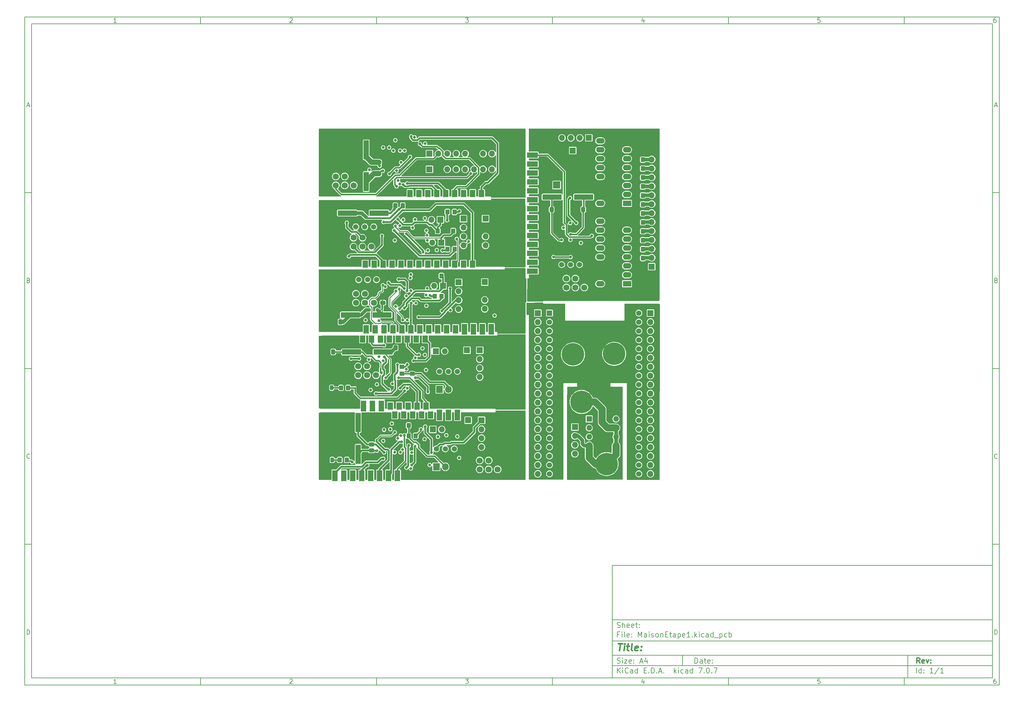
<source format=gbl>
%TF.GenerationSoftware,KiCad,Pcbnew,7.0.7*%
%TF.CreationDate,2023-11-05T18:49:28-05:00*%
%TF.ProjectId,MaisonEtape1,4d616973-6f6e-4457-9461-7065312e6b69,rev?*%
%TF.SameCoordinates,Original*%
%TF.FileFunction,Copper,L4,Bot*%
%TF.FilePolarity,Positive*%
%FSLAX46Y46*%
G04 Gerber Fmt 4.6, Leading zero omitted, Abs format (unit mm)*
G04 Created by KiCad (PCBNEW 7.0.7) date 2023-11-05 18:49:28*
%MOMM*%
%LPD*%
G01*
G04 APERTURE LIST*
G04 Aperture macros list*
%AMRoundRect*
0 Rectangle with rounded corners*
0 $1 Rounding radius*
0 $2 $3 $4 $5 $6 $7 $8 $9 X,Y pos of 4 corners*
0 Add a 4 corners polygon primitive as box body*
4,1,4,$2,$3,$4,$5,$6,$7,$8,$9,$2,$3,0*
0 Add four circle primitives for the rounded corners*
1,1,$1+$1,$2,$3*
1,1,$1+$1,$4,$5*
1,1,$1+$1,$6,$7*
1,1,$1+$1,$8,$9*
0 Add four rect primitives between the rounded corners*
20,1,$1+$1,$2,$3,$4,$5,0*
20,1,$1+$1,$4,$5,$6,$7,0*
20,1,$1+$1,$6,$7,$8,$9,0*
20,1,$1+$1,$8,$9,$2,$3,0*%
%AMFreePoly0*
4,1,5,0.762000,-1.524000,-0.762000,-1.524000,-0.762000,1.524000,0.762000,1.524000,0.762000,-1.524000,0.762000,-1.524000,$1*%
%AMFreePoly1*
4,1,5,0.762000,-1.200000,-0.762000,-1.200000,-0.762000,1.200000,0.762000,1.200000,0.762000,-1.200000,0.762000,-1.200000,$1*%
%AMFreePoly2*
4,1,5,0.762000,-1.050000,-0.762000,-1.050000,-0.762000,1.050000,0.762000,1.050000,0.762000,-1.050000,0.762000,-1.050000,$1*%
%AMFreePoly3*
4,1,5,0.762000,-1.000000,-0.762000,-1.000000,-0.762000,1.000000,0.762000,1.000000,0.762000,-1.000000,0.762000,-1.000000,$1*%
G04 Aperture macros list end*
%ADD10C,0.100000*%
%ADD11C,0.150000*%
%ADD12C,0.300000*%
%ADD13C,0.400000*%
%TA.AperFunction,ComponentPad*%
%ADD14C,6.400000*%
%TD*%
%TA.AperFunction,CastellatedPad*%
%ADD15FreePoly0,180.000000*%
%TD*%
%TA.AperFunction,CastellatedPad*%
%ADD16FreePoly1,180.000000*%
%TD*%
%TA.AperFunction,ComponentPad*%
%ADD17R,1.700000X1.700000*%
%TD*%
%TA.AperFunction,ComponentPad*%
%ADD18O,1.700000X1.700000*%
%TD*%
%TA.AperFunction,ComponentPad*%
%ADD19C,1.750000*%
%TD*%
%TA.AperFunction,ComponentPad*%
%ADD20C,0.800000*%
%TD*%
%TA.AperFunction,CastellatedPad*%
%ADD21FreePoly0,0.000000*%
%TD*%
%TA.AperFunction,CastellatedPad*%
%ADD22FreePoly2,0.000000*%
%TD*%
%TA.AperFunction,ComponentPad*%
%ADD23R,2.000000X2.000000*%
%TD*%
%TA.AperFunction,ComponentPad*%
%ADD24C,2.000000*%
%TD*%
%TA.AperFunction,ComponentPad*%
%ADD25R,2.400000X1.600000*%
%TD*%
%TA.AperFunction,ComponentPad*%
%ADD26O,2.400000X1.600000*%
%TD*%
%TA.AperFunction,ComponentPad*%
%ADD27R,1.530000X1.530000*%
%TD*%
%TA.AperFunction,ComponentPad*%
%ADD28C,1.530000*%
%TD*%
%TA.AperFunction,CastellatedPad*%
%ADD29FreePoly3,0.000000*%
%TD*%
%TA.AperFunction,ComponentPad*%
%ADD30C,1.500000*%
%TD*%
%TA.AperFunction,ComponentPad*%
%ADD31R,1.905000X2.000000*%
%TD*%
%TA.AperFunction,ComponentPad*%
%ADD32O,1.905000X2.000000*%
%TD*%
%TA.AperFunction,CastellatedPad*%
%ADD33FreePoly0,270.000000*%
%TD*%
%TA.AperFunction,ComponentPad*%
%ADD34O,1.600000X1.600000*%
%TD*%
%TA.AperFunction,ComponentPad*%
%ADD35R,1.600000X1.600000*%
%TD*%
%TA.AperFunction,SMDPad,CuDef*%
%ADD36RoundRect,0.250000X0.350000X0.450000X-0.350000X0.450000X-0.350000X-0.450000X0.350000X-0.450000X0*%
%TD*%
%TA.AperFunction,SMDPad,CuDef*%
%ADD37RoundRect,0.250000X-0.350000X-0.450000X0.350000X-0.450000X0.350000X0.450000X-0.350000X0.450000X0*%
%TD*%
%TA.AperFunction,SMDPad,CuDef*%
%ADD38RoundRect,0.243750X-0.243750X-0.456250X0.243750X-0.456250X0.243750X0.456250X-0.243750X0.456250X0*%
%TD*%
%TA.AperFunction,SMDPad,CuDef*%
%ADD39RoundRect,0.187500X0.562500X-2.562500X0.562500X2.562500X-0.562500X2.562500X-0.562500X-2.562500X0*%
%TD*%
%TA.AperFunction,SMDPad,CuDef*%
%ADD40RoundRect,0.187500X2.562500X0.562500X-2.562500X0.562500X-2.562500X-0.562500X2.562500X-0.562500X0*%
%TD*%
%TA.AperFunction,SMDPad,CuDef*%
%ADD41RoundRect,0.187500X-0.562500X2.562500X-0.562500X-2.562500X0.562500X-2.562500X0.562500X2.562500X0*%
%TD*%
%TA.AperFunction,SMDPad,CuDef*%
%ADD42RoundRect,0.250000X0.475000X-0.337500X0.475000X0.337500X-0.475000X0.337500X-0.475000X-0.337500X0*%
%TD*%
%TA.AperFunction,SMDPad,CuDef*%
%ADD43RoundRect,0.250000X-0.450000X0.350000X-0.450000X-0.350000X0.450000X-0.350000X0.450000X0.350000X0*%
%TD*%
%TA.AperFunction,SMDPad,CuDef*%
%ADD44RoundRect,0.250000X-0.475000X0.337500X-0.475000X-0.337500X0.475000X-0.337500X0.475000X0.337500X0*%
%TD*%
%TA.AperFunction,SMDPad,CuDef*%
%ADD45RoundRect,0.250000X-0.337500X-0.475000X0.337500X-0.475000X0.337500X0.475000X-0.337500X0.475000X0*%
%TD*%
%TA.AperFunction,SMDPad,CuDef*%
%ADD46RoundRect,0.250000X0.337500X0.475000X-0.337500X0.475000X-0.337500X-0.475000X0.337500X-0.475000X0*%
%TD*%
%TA.AperFunction,ViaPad*%
%ADD47C,0.800000*%
%TD*%
%TA.AperFunction,Conductor*%
%ADD48C,0.500000*%
%TD*%
%TA.AperFunction,Conductor*%
%ADD49C,0.250000*%
%TD*%
%TA.AperFunction,Conductor*%
%ADD50C,0.400000*%
%TD*%
%TA.AperFunction,Conductor*%
%ADD51C,1.000000*%
%TD*%
%TA.AperFunction,Conductor*%
%ADD52C,2.000000*%
%TD*%
%TA.AperFunction,Conductor*%
%ADD53C,0.800000*%
%TD*%
%TA.AperFunction,Conductor*%
%ADD54C,1.500000*%
%TD*%
G04 APERTURE END LIST*
D10*
D11*
X177002200Y-166007200D02*
X285002200Y-166007200D01*
X285002200Y-198007200D01*
X177002200Y-198007200D01*
X177002200Y-166007200D01*
D10*
D11*
X10000000Y-10000000D02*
X287002200Y-10000000D01*
X287002200Y-200007200D01*
X10000000Y-200007200D01*
X10000000Y-10000000D01*
D10*
D11*
X12000000Y-12000000D02*
X285002200Y-12000000D01*
X285002200Y-198007200D01*
X12000000Y-198007200D01*
X12000000Y-12000000D01*
D10*
D11*
X60000000Y-12000000D02*
X60000000Y-10000000D01*
D10*
D11*
X110000000Y-12000000D02*
X110000000Y-10000000D01*
D10*
D11*
X160000000Y-12000000D02*
X160000000Y-10000000D01*
D10*
D11*
X210000000Y-12000000D02*
X210000000Y-10000000D01*
D10*
D11*
X260000000Y-12000000D02*
X260000000Y-10000000D01*
D10*
D11*
X36089160Y-11593604D02*
X35346303Y-11593604D01*
X35717731Y-11593604D02*
X35717731Y-10293604D01*
X35717731Y-10293604D02*
X35593922Y-10479319D01*
X35593922Y-10479319D02*
X35470112Y-10603128D01*
X35470112Y-10603128D02*
X35346303Y-10665033D01*
D10*
D11*
X85346303Y-10417414D02*
X85408207Y-10355509D01*
X85408207Y-10355509D02*
X85532017Y-10293604D01*
X85532017Y-10293604D02*
X85841541Y-10293604D01*
X85841541Y-10293604D02*
X85965350Y-10355509D01*
X85965350Y-10355509D02*
X86027255Y-10417414D01*
X86027255Y-10417414D02*
X86089160Y-10541223D01*
X86089160Y-10541223D02*
X86089160Y-10665033D01*
X86089160Y-10665033D02*
X86027255Y-10850747D01*
X86027255Y-10850747D02*
X85284398Y-11593604D01*
X85284398Y-11593604D02*
X86089160Y-11593604D01*
D10*
D11*
X135284398Y-10293604D02*
X136089160Y-10293604D01*
X136089160Y-10293604D02*
X135655826Y-10788842D01*
X135655826Y-10788842D02*
X135841541Y-10788842D01*
X135841541Y-10788842D02*
X135965350Y-10850747D01*
X135965350Y-10850747D02*
X136027255Y-10912652D01*
X136027255Y-10912652D02*
X136089160Y-11036461D01*
X136089160Y-11036461D02*
X136089160Y-11345985D01*
X136089160Y-11345985D02*
X136027255Y-11469795D01*
X136027255Y-11469795D02*
X135965350Y-11531700D01*
X135965350Y-11531700D02*
X135841541Y-11593604D01*
X135841541Y-11593604D02*
X135470112Y-11593604D01*
X135470112Y-11593604D02*
X135346303Y-11531700D01*
X135346303Y-11531700D02*
X135284398Y-11469795D01*
D10*
D11*
X185965350Y-10726938D02*
X185965350Y-11593604D01*
X185655826Y-10231700D02*
X185346303Y-11160271D01*
X185346303Y-11160271D02*
X186151064Y-11160271D01*
D10*
D11*
X236027255Y-10293604D02*
X235408207Y-10293604D01*
X235408207Y-10293604D02*
X235346303Y-10912652D01*
X235346303Y-10912652D02*
X235408207Y-10850747D01*
X235408207Y-10850747D02*
X235532017Y-10788842D01*
X235532017Y-10788842D02*
X235841541Y-10788842D01*
X235841541Y-10788842D02*
X235965350Y-10850747D01*
X235965350Y-10850747D02*
X236027255Y-10912652D01*
X236027255Y-10912652D02*
X236089160Y-11036461D01*
X236089160Y-11036461D02*
X236089160Y-11345985D01*
X236089160Y-11345985D02*
X236027255Y-11469795D01*
X236027255Y-11469795D02*
X235965350Y-11531700D01*
X235965350Y-11531700D02*
X235841541Y-11593604D01*
X235841541Y-11593604D02*
X235532017Y-11593604D01*
X235532017Y-11593604D02*
X235408207Y-11531700D01*
X235408207Y-11531700D02*
X235346303Y-11469795D01*
D10*
D11*
X285965350Y-10293604D02*
X285717731Y-10293604D01*
X285717731Y-10293604D02*
X285593922Y-10355509D01*
X285593922Y-10355509D02*
X285532017Y-10417414D01*
X285532017Y-10417414D02*
X285408207Y-10603128D01*
X285408207Y-10603128D02*
X285346303Y-10850747D01*
X285346303Y-10850747D02*
X285346303Y-11345985D01*
X285346303Y-11345985D02*
X285408207Y-11469795D01*
X285408207Y-11469795D02*
X285470112Y-11531700D01*
X285470112Y-11531700D02*
X285593922Y-11593604D01*
X285593922Y-11593604D02*
X285841541Y-11593604D01*
X285841541Y-11593604D02*
X285965350Y-11531700D01*
X285965350Y-11531700D02*
X286027255Y-11469795D01*
X286027255Y-11469795D02*
X286089160Y-11345985D01*
X286089160Y-11345985D02*
X286089160Y-11036461D01*
X286089160Y-11036461D02*
X286027255Y-10912652D01*
X286027255Y-10912652D02*
X285965350Y-10850747D01*
X285965350Y-10850747D02*
X285841541Y-10788842D01*
X285841541Y-10788842D02*
X285593922Y-10788842D01*
X285593922Y-10788842D02*
X285470112Y-10850747D01*
X285470112Y-10850747D02*
X285408207Y-10912652D01*
X285408207Y-10912652D02*
X285346303Y-11036461D01*
D10*
D11*
X60000000Y-198007200D02*
X60000000Y-200007200D01*
D10*
D11*
X110000000Y-198007200D02*
X110000000Y-200007200D01*
D10*
D11*
X160000000Y-198007200D02*
X160000000Y-200007200D01*
D10*
D11*
X210000000Y-198007200D02*
X210000000Y-200007200D01*
D10*
D11*
X260000000Y-198007200D02*
X260000000Y-200007200D01*
D10*
D11*
X36089160Y-199600804D02*
X35346303Y-199600804D01*
X35717731Y-199600804D02*
X35717731Y-198300804D01*
X35717731Y-198300804D02*
X35593922Y-198486519D01*
X35593922Y-198486519D02*
X35470112Y-198610328D01*
X35470112Y-198610328D02*
X35346303Y-198672233D01*
D10*
D11*
X85346303Y-198424614D02*
X85408207Y-198362709D01*
X85408207Y-198362709D02*
X85532017Y-198300804D01*
X85532017Y-198300804D02*
X85841541Y-198300804D01*
X85841541Y-198300804D02*
X85965350Y-198362709D01*
X85965350Y-198362709D02*
X86027255Y-198424614D01*
X86027255Y-198424614D02*
X86089160Y-198548423D01*
X86089160Y-198548423D02*
X86089160Y-198672233D01*
X86089160Y-198672233D02*
X86027255Y-198857947D01*
X86027255Y-198857947D02*
X85284398Y-199600804D01*
X85284398Y-199600804D02*
X86089160Y-199600804D01*
D10*
D11*
X135284398Y-198300804D02*
X136089160Y-198300804D01*
X136089160Y-198300804D02*
X135655826Y-198796042D01*
X135655826Y-198796042D02*
X135841541Y-198796042D01*
X135841541Y-198796042D02*
X135965350Y-198857947D01*
X135965350Y-198857947D02*
X136027255Y-198919852D01*
X136027255Y-198919852D02*
X136089160Y-199043661D01*
X136089160Y-199043661D02*
X136089160Y-199353185D01*
X136089160Y-199353185D02*
X136027255Y-199476995D01*
X136027255Y-199476995D02*
X135965350Y-199538900D01*
X135965350Y-199538900D02*
X135841541Y-199600804D01*
X135841541Y-199600804D02*
X135470112Y-199600804D01*
X135470112Y-199600804D02*
X135346303Y-199538900D01*
X135346303Y-199538900D02*
X135284398Y-199476995D01*
D10*
D11*
X185965350Y-198734138D02*
X185965350Y-199600804D01*
X185655826Y-198238900D02*
X185346303Y-199167471D01*
X185346303Y-199167471D02*
X186151064Y-199167471D01*
D10*
D11*
X236027255Y-198300804D02*
X235408207Y-198300804D01*
X235408207Y-198300804D02*
X235346303Y-198919852D01*
X235346303Y-198919852D02*
X235408207Y-198857947D01*
X235408207Y-198857947D02*
X235532017Y-198796042D01*
X235532017Y-198796042D02*
X235841541Y-198796042D01*
X235841541Y-198796042D02*
X235965350Y-198857947D01*
X235965350Y-198857947D02*
X236027255Y-198919852D01*
X236027255Y-198919852D02*
X236089160Y-199043661D01*
X236089160Y-199043661D02*
X236089160Y-199353185D01*
X236089160Y-199353185D02*
X236027255Y-199476995D01*
X236027255Y-199476995D02*
X235965350Y-199538900D01*
X235965350Y-199538900D02*
X235841541Y-199600804D01*
X235841541Y-199600804D02*
X235532017Y-199600804D01*
X235532017Y-199600804D02*
X235408207Y-199538900D01*
X235408207Y-199538900D02*
X235346303Y-199476995D01*
D10*
D11*
X285965350Y-198300804D02*
X285717731Y-198300804D01*
X285717731Y-198300804D02*
X285593922Y-198362709D01*
X285593922Y-198362709D02*
X285532017Y-198424614D01*
X285532017Y-198424614D02*
X285408207Y-198610328D01*
X285408207Y-198610328D02*
X285346303Y-198857947D01*
X285346303Y-198857947D02*
X285346303Y-199353185D01*
X285346303Y-199353185D02*
X285408207Y-199476995D01*
X285408207Y-199476995D02*
X285470112Y-199538900D01*
X285470112Y-199538900D02*
X285593922Y-199600804D01*
X285593922Y-199600804D02*
X285841541Y-199600804D01*
X285841541Y-199600804D02*
X285965350Y-199538900D01*
X285965350Y-199538900D02*
X286027255Y-199476995D01*
X286027255Y-199476995D02*
X286089160Y-199353185D01*
X286089160Y-199353185D02*
X286089160Y-199043661D01*
X286089160Y-199043661D02*
X286027255Y-198919852D01*
X286027255Y-198919852D02*
X285965350Y-198857947D01*
X285965350Y-198857947D02*
X285841541Y-198796042D01*
X285841541Y-198796042D02*
X285593922Y-198796042D01*
X285593922Y-198796042D02*
X285470112Y-198857947D01*
X285470112Y-198857947D02*
X285408207Y-198919852D01*
X285408207Y-198919852D02*
X285346303Y-199043661D01*
D10*
D11*
X10000000Y-60000000D02*
X12000000Y-60000000D01*
D10*
D11*
X10000000Y-110000000D02*
X12000000Y-110000000D01*
D10*
D11*
X10000000Y-160000000D02*
X12000000Y-160000000D01*
D10*
D11*
X10690476Y-35222176D02*
X11309523Y-35222176D01*
X10566666Y-35593604D02*
X10999999Y-34293604D01*
X10999999Y-34293604D02*
X11433333Y-35593604D01*
D10*
D11*
X11092857Y-84912652D02*
X11278571Y-84974557D01*
X11278571Y-84974557D02*
X11340476Y-85036461D01*
X11340476Y-85036461D02*
X11402380Y-85160271D01*
X11402380Y-85160271D02*
X11402380Y-85345985D01*
X11402380Y-85345985D02*
X11340476Y-85469795D01*
X11340476Y-85469795D02*
X11278571Y-85531700D01*
X11278571Y-85531700D02*
X11154761Y-85593604D01*
X11154761Y-85593604D02*
X10659523Y-85593604D01*
X10659523Y-85593604D02*
X10659523Y-84293604D01*
X10659523Y-84293604D02*
X11092857Y-84293604D01*
X11092857Y-84293604D02*
X11216666Y-84355509D01*
X11216666Y-84355509D02*
X11278571Y-84417414D01*
X11278571Y-84417414D02*
X11340476Y-84541223D01*
X11340476Y-84541223D02*
X11340476Y-84665033D01*
X11340476Y-84665033D02*
X11278571Y-84788842D01*
X11278571Y-84788842D02*
X11216666Y-84850747D01*
X11216666Y-84850747D02*
X11092857Y-84912652D01*
X11092857Y-84912652D02*
X10659523Y-84912652D01*
D10*
D11*
X11402380Y-135469795D02*
X11340476Y-135531700D01*
X11340476Y-135531700D02*
X11154761Y-135593604D01*
X11154761Y-135593604D02*
X11030952Y-135593604D01*
X11030952Y-135593604D02*
X10845238Y-135531700D01*
X10845238Y-135531700D02*
X10721428Y-135407890D01*
X10721428Y-135407890D02*
X10659523Y-135284080D01*
X10659523Y-135284080D02*
X10597619Y-135036461D01*
X10597619Y-135036461D02*
X10597619Y-134850747D01*
X10597619Y-134850747D02*
X10659523Y-134603128D01*
X10659523Y-134603128D02*
X10721428Y-134479319D01*
X10721428Y-134479319D02*
X10845238Y-134355509D01*
X10845238Y-134355509D02*
X11030952Y-134293604D01*
X11030952Y-134293604D02*
X11154761Y-134293604D01*
X11154761Y-134293604D02*
X11340476Y-134355509D01*
X11340476Y-134355509D02*
X11402380Y-134417414D01*
D10*
D11*
X10659523Y-185593604D02*
X10659523Y-184293604D01*
X10659523Y-184293604D02*
X10969047Y-184293604D01*
X10969047Y-184293604D02*
X11154761Y-184355509D01*
X11154761Y-184355509D02*
X11278571Y-184479319D01*
X11278571Y-184479319D02*
X11340476Y-184603128D01*
X11340476Y-184603128D02*
X11402380Y-184850747D01*
X11402380Y-184850747D02*
X11402380Y-185036461D01*
X11402380Y-185036461D02*
X11340476Y-185284080D01*
X11340476Y-185284080D02*
X11278571Y-185407890D01*
X11278571Y-185407890D02*
X11154761Y-185531700D01*
X11154761Y-185531700D02*
X10969047Y-185593604D01*
X10969047Y-185593604D02*
X10659523Y-185593604D01*
D10*
D11*
X287002200Y-60000000D02*
X285002200Y-60000000D01*
D10*
D11*
X287002200Y-110000000D02*
X285002200Y-110000000D01*
D10*
D11*
X287002200Y-160000000D02*
X285002200Y-160000000D01*
D10*
D11*
X285692676Y-35222176D02*
X286311723Y-35222176D01*
X285568866Y-35593604D02*
X286002199Y-34293604D01*
X286002199Y-34293604D02*
X286435533Y-35593604D01*
D10*
D11*
X286095057Y-84912652D02*
X286280771Y-84974557D01*
X286280771Y-84974557D02*
X286342676Y-85036461D01*
X286342676Y-85036461D02*
X286404580Y-85160271D01*
X286404580Y-85160271D02*
X286404580Y-85345985D01*
X286404580Y-85345985D02*
X286342676Y-85469795D01*
X286342676Y-85469795D02*
X286280771Y-85531700D01*
X286280771Y-85531700D02*
X286156961Y-85593604D01*
X286156961Y-85593604D02*
X285661723Y-85593604D01*
X285661723Y-85593604D02*
X285661723Y-84293604D01*
X285661723Y-84293604D02*
X286095057Y-84293604D01*
X286095057Y-84293604D02*
X286218866Y-84355509D01*
X286218866Y-84355509D02*
X286280771Y-84417414D01*
X286280771Y-84417414D02*
X286342676Y-84541223D01*
X286342676Y-84541223D02*
X286342676Y-84665033D01*
X286342676Y-84665033D02*
X286280771Y-84788842D01*
X286280771Y-84788842D02*
X286218866Y-84850747D01*
X286218866Y-84850747D02*
X286095057Y-84912652D01*
X286095057Y-84912652D02*
X285661723Y-84912652D01*
D10*
D11*
X286404580Y-135469795D02*
X286342676Y-135531700D01*
X286342676Y-135531700D02*
X286156961Y-135593604D01*
X286156961Y-135593604D02*
X286033152Y-135593604D01*
X286033152Y-135593604D02*
X285847438Y-135531700D01*
X285847438Y-135531700D02*
X285723628Y-135407890D01*
X285723628Y-135407890D02*
X285661723Y-135284080D01*
X285661723Y-135284080D02*
X285599819Y-135036461D01*
X285599819Y-135036461D02*
X285599819Y-134850747D01*
X285599819Y-134850747D02*
X285661723Y-134603128D01*
X285661723Y-134603128D02*
X285723628Y-134479319D01*
X285723628Y-134479319D02*
X285847438Y-134355509D01*
X285847438Y-134355509D02*
X286033152Y-134293604D01*
X286033152Y-134293604D02*
X286156961Y-134293604D01*
X286156961Y-134293604D02*
X286342676Y-134355509D01*
X286342676Y-134355509D02*
X286404580Y-134417414D01*
D10*
D11*
X285661723Y-185593604D02*
X285661723Y-184293604D01*
X285661723Y-184293604D02*
X285971247Y-184293604D01*
X285971247Y-184293604D02*
X286156961Y-184355509D01*
X286156961Y-184355509D02*
X286280771Y-184479319D01*
X286280771Y-184479319D02*
X286342676Y-184603128D01*
X286342676Y-184603128D02*
X286404580Y-184850747D01*
X286404580Y-184850747D02*
X286404580Y-185036461D01*
X286404580Y-185036461D02*
X286342676Y-185284080D01*
X286342676Y-185284080D02*
X286280771Y-185407890D01*
X286280771Y-185407890D02*
X286156961Y-185531700D01*
X286156961Y-185531700D02*
X285971247Y-185593604D01*
X285971247Y-185593604D02*
X285661723Y-185593604D01*
D10*
D11*
X200458026Y-193793328D02*
X200458026Y-192293328D01*
X200458026Y-192293328D02*
X200815169Y-192293328D01*
X200815169Y-192293328D02*
X201029455Y-192364757D01*
X201029455Y-192364757D02*
X201172312Y-192507614D01*
X201172312Y-192507614D02*
X201243741Y-192650471D01*
X201243741Y-192650471D02*
X201315169Y-192936185D01*
X201315169Y-192936185D02*
X201315169Y-193150471D01*
X201315169Y-193150471D02*
X201243741Y-193436185D01*
X201243741Y-193436185D02*
X201172312Y-193579042D01*
X201172312Y-193579042D02*
X201029455Y-193721900D01*
X201029455Y-193721900D02*
X200815169Y-193793328D01*
X200815169Y-193793328D02*
X200458026Y-193793328D01*
X202600884Y-193793328D02*
X202600884Y-193007614D01*
X202600884Y-193007614D02*
X202529455Y-192864757D01*
X202529455Y-192864757D02*
X202386598Y-192793328D01*
X202386598Y-192793328D02*
X202100884Y-192793328D01*
X202100884Y-192793328D02*
X201958026Y-192864757D01*
X202600884Y-193721900D02*
X202458026Y-193793328D01*
X202458026Y-193793328D02*
X202100884Y-193793328D01*
X202100884Y-193793328D02*
X201958026Y-193721900D01*
X201958026Y-193721900D02*
X201886598Y-193579042D01*
X201886598Y-193579042D02*
X201886598Y-193436185D01*
X201886598Y-193436185D02*
X201958026Y-193293328D01*
X201958026Y-193293328D02*
X202100884Y-193221900D01*
X202100884Y-193221900D02*
X202458026Y-193221900D01*
X202458026Y-193221900D02*
X202600884Y-193150471D01*
X203100884Y-192793328D02*
X203672312Y-192793328D01*
X203315169Y-192293328D02*
X203315169Y-193579042D01*
X203315169Y-193579042D02*
X203386598Y-193721900D01*
X203386598Y-193721900D02*
X203529455Y-193793328D01*
X203529455Y-193793328D02*
X203672312Y-193793328D01*
X204743741Y-193721900D02*
X204600884Y-193793328D01*
X204600884Y-193793328D02*
X204315170Y-193793328D01*
X204315170Y-193793328D02*
X204172312Y-193721900D01*
X204172312Y-193721900D02*
X204100884Y-193579042D01*
X204100884Y-193579042D02*
X204100884Y-193007614D01*
X204100884Y-193007614D02*
X204172312Y-192864757D01*
X204172312Y-192864757D02*
X204315170Y-192793328D01*
X204315170Y-192793328D02*
X204600884Y-192793328D01*
X204600884Y-192793328D02*
X204743741Y-192864757D01*
X204743741Y-192864757D02*
X204815170Y-193007614D01*
X204815170Y-193007614D02*
X204815170Y-193150471D01*
X204815170Y-193150471D02*
X204100884Y-193293328D01*
X205458026Y-193650471D02*
X205529455Y-193721900D01*
X205529455Y-193721900D02*
X205458026Y-193793328D01*
X205458026Y-193793328D02*
X205386598Y-193721900D01*
X205386598Y-193721900D02*
X205458026Y-193650471D01*
X205458026Y-193650471D02*
X205458026Y-193793328D01*
X205458026Y-192864757D02*
X205529455Y-192936185D01*
X205529455Y-192936185D02*
X205458026Y-193007614D01*
X205458026Y-193007614D02*
X205386598Y-192936185D01*
X205386598Y-192936185D02*
X205458026Y-192864757D01*
X205458026Y-192864757D02*
X205458026Y-193007614D01*
D10*
D11*
X177002200Y-194507200D02*
X285002200Y-194507200D01*
D10*
D11*
X178458026Y-196593328D02*
X178458026Y-195093328D01*
X179315169Y-196593328D02*
X178672312Y-195736185D01*
X179315169Y-195093328D02*
X178458026Y-195950471D01*
X179958026Y-196593328D02*
X179958026Y-195593328D01*
X179958026Y-195093328D02*
X179886598Y-195164757D01*
X179886598Y-195164757D02*
X179958026Y-195236185D01*
X179958026Y-195236185D02*
X180029455Y-195164757D01*
X180029455Y-195164757D02*
X179958026Y-195093328D01*
X179958026Y-195093328D02*
X179958026Y-195236185D01*
X181529455Y-196450471D02*
X181458027Y-196521900D01*
X181458027Y-196521900D02*
X181243741Y-196593328D01*
X181243741Y-196593328D02*
X181100884Y-196593328D01*
X181100884Y-196593328D02*
X180886598Y-196521900D01*
X180886598Y-196521900D02*
X180743741Y-196379042D01*
X180743741Y-196379042D02*
X180672312Y-196236185D01*
X180672312Y-196236185D02*
X180600884Y-195950471D01*
X180600884Y-195950471D02*
X180600884Y-195736185D01*
X180600884Y-195736185D02*
X180672312Y-195450471D01*
X180672312Y-195450471D02*
X180743741Y-195307614D01*
X180743741Y-195307614D02*
X180886598Y-195164757D01*
X180886598Y-195164757D02*
X181100884Y-195093328D01*
X181100884Y-195093328D02*
X181243741Y-195093328D01*
X181243741Y-195093328D02*
X181458027Y-195164757D01*
X181458027Y-195164757D02*
X181529455Y-195236185D01*
X182815170Y-196593328D02*
X182815170Y-195807614D01*
X182815170Y-195807614D02*
X182743741Y-195664757D01*
X182743741Y-195664757D02*
X182600884Y-195593328D01*
X182600884Y-195593328D02*
X182315170Y-195593328D01*
X182315170Y-195593328D02*
X182172312Y-195664757D01*
X182815170Y-196521900D02*
X182672312Y-196593328D01*
X182672312Y-196593328D02*
X182315170Y-196593328D01*
X182315170Y-196593328D02*
X182172312Y-196521900D01*
X182172312Y-196521900D02*
X182100884Y-196379042D01*
X182100884Y-196379042D02*
X182100884Y-196236185D01*
X182100884Y-196236185D02*
X182172312Y-196093328D01*
X182172312Y-196093328D02*
X182315170Y-196021900D01*
X182315170Y-196021900D02*
X182672312Y-196021900D01*
X182672312Y-196021900D02*
X182815170Y-195950471D01*
X184172313Y-196593328D02*
X184172313Y-195093328D01*
X184172313Y-196521900D02*
X184029455Y-196593328D01*
X184029455Y-196593328D02*
X183743741Y-196593328D01*
X183743741Y-196593328D02*
X183600884Y-196521900D01*
X183600884Y-196521900D02*
X183529455Y-196450471D01*
X183529455Y-196450471D02*
X183458027Y-196307614D01*
X183458027Y-196307614D02*
X183458027Y-195879042D01*
X183458027Y-195879042D02*
X183529455Y-195736185D01*
X183529455Y-195736185D02*
X183600884Y-195664757D01*
X183600884Y-195664757D02*
X183743741Y-195593328D01*
X183743741Y-195593328D02*
X184029455Y-195593328D01*
X184029455Y-195593328D02*
X184172313Y-195664757D01*
X186029455Y-195807614D02*
X186529455Y-195807614D01*
X186743741Y-196593328D02*
X186029455Y-196593328D01*
X186029455Y-196593328D02*
X186029455Y-195093328D01*
X186029455Y-195093328D02*
X186743741Y-195093328D01*
X187386598Y-196450471D02*
X187458027Y-196521900D01*
X187458027Y-196521900D02*
X187386598Y-196593328D01*
X187386598Y-196593328D02*
X187315170Y-196521900D01*
X187315170Y-196521900D02*
X187386598Y-196450471D01*
X187386598Y-196450471D02*
X187386598Y-196593328D01*
X188100884Y-196593328D02*
X188100884Y-195093328D01*
X188100884Y-195093328D02*
X188458027Y-195093328D01*
X188458027Y-195093328D02*
X188672313Y-195164757D01*
X188672313Y-195164757D02*
X188815170Y-195307614D01*
X188815170Y-195307614D02*
X188886599Y-195450471D01*
X188886599Y-195450471D02*
X188958027Y-195736185D01*
X188958027Y-195736185D02*
X188958027Y-195950471D01*
X188958027Y-195950471D02*
X188886599Y-196236185D01*
X188886599Y-196236185D02*
X188815170Y-196379042D01*
X188815170Y-196379042D02*
X188672313Y-196521900D01*
X188672313Y-196521900D02*
X188458027Y-196593328D01*
X188458027Y-196593328D02*
X188100884Y-196593328D01*
X189600884Y-196450471D02*
X189672313Y-196521900D01*
X189672313Y-196521900D02*
X189600884Y-196593328D01*
X189600884Y-196593328D02*
X189529456Y-196521900D01*
X189529456Y-196521900D02*
X189600884Y-196450471D01*
X189600884Y-196450471D02*
X189600884Y-196593328D01*
X190243742Y-196164757D02*
X190958028Y-196164757D01*
X190100885Y-196593328D02*
X190600885Y-195093328D01*
X190600885Y-195093328D02*
X191100885Y-196593328D01*
X191600884Y-196450471D02*
X191672313Y-196521900D01*
X191672313Y-196521900D02*
X191600884Y-196593328D01*
X191600884Y-196593328D02*
X191529456Y-196521900D01*
X191529456Y-196521900D02*
X191600884Y-196450471D01*
X191600884Y-196450471D02*
X191600884Y-196593328D01*
X194600884Y-196593328D02*
X194600884Y-195093328D01*
X194743742Y-196021900D02*
X195172313Y-196593328D01*
X195172313Y-195593328D02*
X194600884Y-196164757D01*
X195815170Y-196593328D02*
X195815170Y-195593328D01*
X195815170Y-195093328D02*
X195743742Y-195164757D01*
X195743742Y-195164757D02*
X195815170Y-195236185D01*
X195815170Y-195236185D02*
X195886599Y-195164757D01*
X195886599Y-195164757D02*
X195815170Y-195093328D01*
X195815170Y-195093328D02*
X195815170Y-195236185D01*
X197172314Y-196521900D02*
X197029456Y-196593328D01*
X197029456Y-196593328D02*
X196743742Y-196593328D01*
X196743742Y-196593328D02*
X196600885Y-196521900D01*
X196600885Y-196521900D02*
X196529456Y-196450471D01*
X196529456Y-196450471D02*
X196458028Y-196307614D01*
X196458028Y-196307614D02*
X196458028Y-195879042D01*
X196458028Y-195879042D02*
X196529456Y-195736185D01*
X196529456Y-195736185D02*
X196600885Y-195664757D01*
X196600885Y-195664757D02*
X196743742Y-195593328D01*
X196743742Y-195593328D02*
X197029456Y-195593328D01*
X197029456Y-195593328D02*
X197172314Y-195664757D01*
X198458028Y-196593328D02*
X198458028Y-195807614D01*
X198458028Y-195807614D02*
X198386599Y-195664757D01*
X198386599Y-195664757D02*
X198243742Y-195593328D01*
X198243742Y-195593328D02*
X197958028Y-195593328D01*
X197958028Y-195593328D02*
X197815170Y-195664757D01*
X198458028Y-196521900D02*
X198315170Y-196593328D01*
X198315170Y-196593328D02*
X197958028Y-196593328D01*
X197958028Y-196593328D02*
X197815170Y-196521900D01*
X197815170Y-196521900D02*
X197743742Y-196379042D01*
X197743742Y-196379042D02*
X197743742Y-196236185D01*
X197743742Y-196236185D02*
X197815170Y-196093328D01*
X197815170Y-196093328D02*
X197958028Y-196021900D01*
X197958028Y-196021900D02*
X198315170Y-196021900D01*
X198315170Y-196021900D02*
X198458028Y-195950471D01*
X199815171Y-196593328D02*
X199815171Y-195093328D01*
X199815171Y-196521900D02*
X199672313Y-196593328D01*
X199672313Y-196593328D02*
X199386599Y-196593328D01*
X199386599Y-196593328D02*
X199243742Y-196521900D01*
X199243742Y-196521900D02*
X199172313Y-196450471D01*
X199172313Y-196450471D02*
X199100885Y-196307614D01*
X199100885Y-196307614D02*
X199100885Y-195879042D01*
X199100885Y-195879042D02*
X199172313Y-195736185D01*
X199172313Y-195736185D02*
X199243742Y-195664757D01*
X199243742Y-195664757D02*
X199386599Y-195593328D01*
X199386599Y-195593328D02*
X199672313Y-195593328D01*
X199672313Y-195593328D02*
X199815171Y-195664757D01*
X201529456Y-195093328D02*
X202529456Y-195093328D01*
X202529456Y-195093328D02*
X201886599Y-196593328D01*
X203100884Y-196450471D02*
X203172313Y-196521900D01*
X203172313Y-196521900D02*
X203100884Y-196593328D01*
X203100884Y-196593328D02*
X203029456Y-196521900D01*
X203029456Y-196521900D02*
X203100884Y-196450471D01*
X203100884Y-196450471D02*
X203100884Y-196593328D01*
X204100885Y-195093328D02*
X204243742Y-195093328D01*
X204243742Y-195093328D02*
X204386599Y-195164757D01*
X204386599Y-195164757D02*
X204458028Y-195236185D01*
X204458028Y-195236185D02*
X204529456Y-195379042D01*
X204529456Y-195379042D02*
X204600885Y-195664757D01*
X204600885Y-195664757D02*
X204600885Y-196021900D01*
X204600885Y-196021900D02*
X204529456Y-196307614D01*
X204529456Y-196307614D02*
X204458028Y-196450471D01*
X204458028Y-196450471D02*
X204386599Y-196521900D01*
X204386599Y-196521900D02*
X204243742Y-196593328D01*
X204243742Y-196593328D02*
X204100885Y-196593328D01*
X204100885Y-196593328D02*
X203958028Y-196521900D01*
X203958028Y-196521900D02*
X203886599Y-196450471D01*
X203886599Y-196450471D02*
X203815170Y-196307614D01*
X203815170Y-196307614D02*
X203743742Y-196021900D01*
X203743742Y-196021900D02*
X203743742Y-195664757D01*
X203743742Y-195664757D02*
X203815170Y-195379042D01*
X203815170Y-195379042D02*
X203886599Y-195236185D01*
X203886599Y-195236185D02*
X203958028Y-195164757D01*
X203958028Y-195164757D02*
X204100885Y-195093328D01*
X205243741Y-196450471D02*
X205315170Y-196521900D01*
X205315170Y-196521900D02*
X205243741Y-196593328D01*
X205243741Y-196593328D02*
X205172313Y-196521900D01*
X205172313Y-196521900D02*
X205243741Y-196450471D01*
X205243741Y-196450471D02*
X205243741Y-196593328D01*
X205815170Y-195093328D02*
X206815170Y-195093328D01*
X206815170Y-195093328D02*
X206172313Y-196593328D01*
D10*
D11*
X177002200Y-191507200D02*
X285002200Y-191507200D01*
D10*
D12*
X264413853Y-193785528D02*
X263913853Y-193071242D01*
X263556710Y-193785528D02*
X263556710Y-192285528D01*
X263556710Y-192285528D02*
X264128139Y-192285528D01*
X264128139Y-192285528D02*
X264270996Y-192356957D01*
X264270996Y-192356957D02*
X264342425Y-192428385D01*
X264342425Y-192428385D02*
X264413853Y-192571242D01*
X264413853Y-192571242D02*
X264413853Y-192785528D01*
X264413853Y-192785528D02*
X264342425Y-192928385D01*
X264342425Y-192928385D02*
X264270996Y-192999814D01*
X264270996Y-192999814D02*
X264128139Y-193071242D01*
X264128139Y-193071242D02*
X263556710Y-193071242D01*
X265628139Y-193714100D02*
X265485282Y-193785528D01*
X265485282Y-193785528D02*
X265199568Y-193785528D01*
X265199568Y-193785528D02*
X265056710Y-193714100D01*
X265056710Y-193714100D02*
X264985282Y-193571242D01*
X264985282Y-193571242D02*
X264985282Y-192999814D01*
X264985282Y-192999814D02*
X265056710Y-192856957D01*
X265056710Y-192856957D02*
X265199568Y-192785528D01*
X265199568Y-192785528D02*
X265485282Y-192785528D01*
X265485282Y-192785528D02*
X265628139Y-192856957D01*
X265628139Y-192856957D02*
X265699568Y-192999814D01*
X265699568Y-192999814D02*
X265699568Y-193142671D01*
X265699568Y-193142671D02*
X264985282Y-193285528D01*
X266199567Y-192785528D02*
X266556710Y-193785528D01*
X266556710Y-193785528D02*
X266913853Y-192785528D01*
X267485281Y-193642671D02*
X267556710Y-193714100D01*
X267556710Y-193714100D02*
X267485281Y-193785528D01*
X267485281Y-193785528D02*
X267413853Y-193714100D01*
X267413853Y-193714100D02*
X267485281Y-193642671D01*
X267485281Y-193642671D02*
X267485281Y-193785528D01*
X267485281Y-192856957D02*
X267556710Y-192928385D01*
X267556710Y-192928385D02*
X267485281Y-192999814D01*
X267485281Y-192999814D02*
X267413853Y-192928385D01*
X267413853Y-192928385D02*
X267485281Y-192856957D01*
X267485281Y-192856957D02*
X267485281Y-192999814D01*
D10*
D11*
X178386598Y-193721900D02*
X178600884Y-193793328D01*
X178600884Y-193793328D02*
X178958026Y-193793328D01*
X178958026Y-193793328D02*
X179100884Y-193721900D01*
X179100884Y-193721900D02*
X179172312Y-193650471D01*
X179172312Y-193650471D02*
X179243741Y-193507614D01*
X179243741Y-193507614D02*
X179243741Y-193364757D01*
X179243741Y-193364757D02*
X179172312Y-193221900D01*
X179172312Y-193221900D02*
X179100884Y-193150471D01*
X179100884Y-193150471D02*
X178958026Y-193079042D01*
X178958026Y-193079042D02*
X178672312Y-193007614D01*
X178672312Y-193007614D02*
X178529455Y-192936185D01*
X178529455Y-192936185D02*
X178458026Y-192864757D01*
X178458026Y-192864757D02*
X178386598Y-192721900D01*
X178386598Y-192721900D02*
X178386598Y-192579042D01*
X178386598Y-192579042D02*
X178458026Y-192436185D01*
X178458026Y-192436185D02*
X178529455Y-192364757D01*
X178529455Y-192364757D02*
X178672312Y-192293328D01*
X178672312Y-192293328D02*
X179029455Y-192293328D01*
X179029455Y-192293328D02*
X179243741Y-192364757D01*
X179886597Y-193793328D02*
X179886597Y-192793328D01*
X179886597Y-192293328D02*
X179815169Y-192364757D01*
X179815169Y-192364757D02*
X179886597Y-192436185D01*
X179886597Y-192436185D02*
X179958026Y-192364757D01*
X179958026Y-192364757D02*
X179886597Y-192293328D01*
X179886597Y-192293328D02*
X179886597Y-192436185D01*
X180458026Y-192793328D02*
X181243741Y-192793328D01*
X181243741Y-192793328D02*
X180458026Y-193793328D01*
X180458026Y-193793328D02*
X181243741Y-193793328D01*
X182386598Y-193721900D02*
X182243741Y-193793328D01*
X182243741Y-193793328D02*
X181958027Y-193793328D01*
X181958027Y-193793328D02*
X181815169Y-193721900D01*
X181815169Y-193721900D02*
X181743741Y-193579042D01*
X181743741Y-193579042D02*
X181743741Y-193007614D01*
X181743741Y-193007614D02*
X181815169Y-192864757D01*
X181815169Y-192864757D02*
X181958027Y-192793328D01*
X181958027Y-192793328D02*
X182243741Y-192793328D01*
X182243741Y-192793328D02*
X182386598Y-192864757D01*
X182386598Y-192864757D02*
X182458027Y-193007614D01*
X182458027Y-193007614D02*
X182458027Y-193150471D01*
X182458027Y-193150471D02*
X181743741Y-193293328D01*
X183100883Y-193650471D02*
X183172312Y-193721900D01*
X183172312Y-193721900D02*
X183100883Y-193793328D01*
X183100883Y-193793328D02*
X183029455Y-193721900D01*
X183029455Y-193721900D02*
X183100883Y-193650471D01*
X183100883Y-193650471D02*
X183100883Y-193793328D01*
X183100883Y-192864757D02*
X183172312Y-192936185D01*
X183172312Y-192936185D02*
X183100883Y-193007614D01*
X183100883Y-193007614D02*
X183029455Y-192936185D01*
X183029455Y-192936185D02*
X183100883Y-192864757D01*
X183100883Y-192864757D02*
X183100883Y-193007614D01*
X184886598Y-193364757D02*
X185600884Y-193364757D01*
X184743741Y-193793328D02*
X185243741Y-192293328D01*
X185243741Y-192293328D02*
X185743741Y-193793328D01*
X186886598Y-192793328D02*
X186886598Y-193793328D01*
X186529455Y-192221900D02*
X186172312Y-193293328D01*
X186172312Y-193293328D02*
X187100883Y-193293328D01*
D10*
D11*
X263458026Y-196593328D02*
X263458026Y-195093328D01*
X264815170Y-196593328D02*
X264815170Y-195093328D01*
X264815170Y-196521900D02*
X264672312Y-196593328D01*
X264672312Y-196593328D02*
X264386598Y-196593328D01*
X264386598Y-196593328D02*
X264243741Y-196521900D01*
X264243741Y-196521900D02*
X264172312Y-196450471D01*
X264172312Y-196450471D02*
X264100884Y-196307614D01*
X264100884Y-196307614D02*
X264100884Y-195879042D01*
X264100884Y-195879042D02*
X264172312Y-195736185D01*
X264172312Y-195736185D02*
X264243741Y-195664757D01*
X264243741Y-195664757D02*
X264386598Y-195593328D01*
X264386598Y-195593328D02*
X264672312Y-195593328D01*
X264672312Y-195593328D02*
X264815170Y-195664757D01*
X265529455Y-196450471D02*
X265600884Y-196521900D01*
X265600884Y-196521900D02*
X265529455Y-196593328D01*
X265529455Y-196593328D02*
X265458027Y-196521900D01*
X265458027Y-196521900D02*
X265529455Y-196450471D01*
X265529455Y-196450471D02*
X265529455Y-196593328D01*
X265529455Y-195664757D02*
X265600884Y-195736185D01*
X265600884Y-195736185D02*
X265529455Y-195807614D01*
X265529455Y-195807614D02*
X265458027Y-195736185D01*
X265458027Y-195736185D02*
X265529455Y-195664757D01*
X265529455Y-195664757D02*
X265529455Y-195807614D01*
X268172313Y-196593328D02*
X267315170Y-196593328D01*
X267743741Y-196593328D02*
X267743741Y-195093328D01*
X267743741Y-195093328D02*
X267600884Y-195307614D01*
X267600884Y-195307614D02*
X267458027Y-195450471D01*
X267458027Y-195450471D02*
X267315170Y-195521900D01*
X269886598Y-195021900D02*
X268600884Y-196950471D01*
X271172313Y-196593328D02*
X270315170Y-196593328D01*
X270743741Y-196593328D02*
X270743741Y-195093328D01*
X270743741Y-195093328D02*
X270600884Y-195307614D01*
X270600884Y-195307614D02*
X270458027Y-195450471D01*
X270458027Y-195450471D02*
X270315170Y-195521900D01*
D10*
D11*
X177002200Y-187507200D02*
X285002200Y-187507200D01*
D10*
D13*
X178693928Y-188211638D02*
X179836785Y-188211638D01*
X179015357Y-190211638D02*
X179265357Y-188211638D01*
X180253452Y-190211638D02*
X180420119Y-188878304D01*
X180503452Y-188211638D02*
X180396309Y-188306876D01*
X180396309Y-188306876D02*
X180479643Y-188402114D01*
X180479643Y-188402114D02*
X180586786Y-188306876D01*
X180586786Y-188306876D02*
X180503452Y-188211638D01*
X180503452Y-188211638D02*
X180479643Y-188402114D01*
X181086786Y-188878304D02*
X181848690Y-188878304D01*
X181455833Y-188211638D02*
X181241548Y-189925923D01*
X181241548Y-189925923D02*
X181312976Y-190116400D01*
X181312976Y-190116400D02*
X181491548Y-190211638D01*
X181491548Y-190211638D02*
X181682024Y-190211638D01*
X182634405Y-190211638D02*
X182455833Y-190116400D01*
X182455833Y-190116400D02*
X182384405Y-189925923D01*
X182384405Y-189925923D02*
X182598690Y-188211638D01*
X184170119Y-190116400D02*
X183967738Y-190211638D01*
X183967738Y-190211638D02*
X183586785Y-190211638D01*
X183586785Y-190211638D02*
X183408214Y-190116400D01*
X183408214Y-190116400D02*
X183336785Y-189925923D01*
X183336785Y-189925923D02*
X183432024Y-189164019D01*
X183432024Y-189164019D02*
X183551071Y-188973542D01*
X183551071Y-188973542D02*
X183753452Y-188878304D01*
X183753452Y-188878304D02*
X184134404Y-188878304D01*
X184134404Y-188878304D02*
X184312976Y-188973542D01*
X184312976Y-188973542D02*
X184384404Y-189164019D01*
X184384404Y-189164019D02*
X184360595Y-189354495D01*
X184360595Y-189354495D02*
X183384404Y-189544971D01*
X185134405Y-190021161D02*
X185217738Y-190116400D01*
X185217738Y-190116400D02*
X185110595Y-190211638D01*
X185110595Y-190211638D02*
X185027262Y-190116400D01*
X185027262Y-190116400D02*
X185134405Y-190021161D01*
X185134405Y-190021161D02*
X185110595Y-190211638D01*
X185265357Y-188973542D02*
X185348690Y-189068780D01*
X185348690Y-189068780D02*
X185241548Y-189164019D01*
X185241548Y-189164019D02*
X185158214Y-189068780D01*
X185158214Y-189068780D02*
X185265357Y-188973542D01*
X185265357Y-188973542D02*
X185241548Y-189164019D01*
D10*
D11*
X178958026Y-185607614D02*
X178458026Y-185607614D01*
X178458026Y-186393328D02*
X178458026Y-184893328D01*
X178458026Y-184893328D02*
X179172312Y-184893328D01*
X179743740Y-186393328D02*
X179743740Y-185393328D01*
X179743740Y-184893328D02*
X179672312Y-184964757D01*
X179672312Y-184964757D02*
X179743740Y-185036185D01*
X179743740Y-185036185D02*
X179815169Y-184964757D01*
X179815169Y-184964757D02*
X179743740Y-184893328D01*
X179743740Y-184893328D02*
X179743740Y-185036185D01*
X180672312Y-186393328D02*
X180529455Y-186321900D01*
X180529455Y-186321900D02*
X180458026Y-186179042D01*
X180458026Y-186179042D02*
X180458026Y-184893328D01*
X181815169Y-186321900D02*
X181672312Y-186393328D01*
X181672312Y-186393328D02*
X181386598Y-186393328D01*
X181386598Y-186393328D02*
X181243740Y-186321900D01*
X181243740Y-186321900D02*
X181172312Y-186179042D01*
X181172312Y-186179042D02*
X181172312Y-185607614D01*
X181172312Y-185607614D02*
X181243740Y-185464757D01*
X181243740Y-185464757D02*
X181386598Y-185393328D01*
X181386598Y-185393328D02*
X181672312Y-185393328D01*
X181672312Y-185393328D02*
X181815169Y-185464757D01*
X181815169Y-185464757D02*
X181886598Y-185607614D01*
X181886598Y-185607614D02*
X181886598Y-185750471D01*
X181886598Y-185750471D02*
X181172312Y-185893328D01*
X182529454Y-186250471D02*
X182600883Y-186321900D01*
X182600883Y-186321900D02*
X182529454Y-186393328D01*
X182529454Y-186393328D02*
X182458026Y-186321900D01*
X182458026Y-186321900D02*
X182529454Y-186250471D01*
X182529454Y-186250471D02*
X182529454Y-186393328D01*
X182529454Y-185464757D02*
X182600883Y-185536185D01*
X182600883Y-185536185D02*
X182529454Y-185607614D01*
X182529454Y-185607614D02*
X182458026Y-185536185D01*
X182458026Y-185536185D02*
X182529454Y-185464757D01*
X182529454Y-185464757D02*
X182529454Y-185607614D01*
X184386597Y-186393328D02*
X184386597Y-184893328D01*
X184386597Y-184893328D02*
X184886597Y-185964757D01*
X184886597Y-185964757D02*
X185386597Y-184893328D01*
X185386597Y-184893328D02*
X185386597Y-186393328D01*
X186743741Y-186393328D02*
X186743741Y-185607614D01*
X186743741Y-185607614D02*
X186672312Y-185464757D01*
X186672312Y-185464757D02*
X186529455Y-185393328D01*
X186529455Y-185393328D02*
X186243741Y-185393328D01*
X186243741Y-185393328D02*
X186100883Y-185464757D01*
X186743741Y-186321900D02*
X186600883Y-186393328D01*
X186600883Y-186393328D02*
X186243741Y-186393328D01*
X186243741Y-186393328D02*
X186100883Y-186321900D01*
X186100883Y-186321900D02*
X186029455Y-186179042D01*
X186029455Y-186179042D02*
X186029455Y-186036185D01*
X186029455Y-186036185D02*
X186100883Y-185893328D01*
X186100883Y-185893328D02*
X186243741Y-185821900D01*
X186243741Y-185821900D02*
X186600883Y-185821900D01*
X186600883Y-185821900D02*
X186743741Y-185750471D01*
X187458026Y-186393328D02*
X187458026Y-185393328D01*
X187458026Y-184893328D02*
X187386598Y-184964757D01*
X187386598Y-184964757D02*
X187458026Y-185036185D01*
X187458026Y-185036185D02*
X187529455Y-184964757D01*
X187529455Y-184964757D02*
X187458026Y-184893328D01*
X187458026Y-184893328D02*
X187458026Y-185036185D01*
X188100884Y-186321900D02*
X188243741Y-186393328D01*
X188243741Y-186393328D02*
X188529455Y-186393328D01*
X188529455Y-186393328D02*
X188672312Y-186321900D01*
X188672312Y-186321900D02*
X188743741Y-186179042D01*
X188743741Y-186179042D02*
X188743741Y-186107614D01*
X188743741Y-186107614D02*
X188672312Y-185964757D01*
X188672312Y-185964757D02*
X188529455Y-185893328D01*
X188529455Y-185893328D02*
X188315170Y-185893328D01*
X188315170Y-185893328D02*
X188172312Y-185821900D01*
X188172312Y-185821900D02*
X188100884Y-185679042D01*
X188100884Y-185679042D02*
X188100884Y-185607614D01*
X188100884Y-185607614D02*
X188172312Y-185464757D01*
X188172312Y-185464757D02*
X188315170Y-185393328D01*
X188315170Y-185393328D02*
X188529455Y-185393328D01*
X188529455Y-185393328D02*
X188672312Y-185464757D01*
X189600884Y-186393328D02*
X189458027Y-186321900D01*
X189458027Y-186321900D02*
X189386598Y-186250471D01*
X189386598Y-186250471D02*
X189315170Y-186107614D01*
X189315170Y-186107614D02*
X189315170Y-185679042D01*
X189315170Y-185679042D02*
X189386598Y-185536185D01*
X189386598Y-185536185D02*
X189458027Y-185464757D01*
X189458027Y-185464757D02*
X189600884Y-185393328D01*
X189600884Y-185393328D02*
X189815170Y-185393328D01*
X189815170Y-185393328D02*
X189958027Y-185464757D01*
X189958027Y-185464757D02*
X190029456Y-185536185D01*
X190029456Y-185536185D02*
X190100884Y-185679042D01*
X190100884Y-185679042D02*
X190100884Y-186107614D01*
X190100884Y-186107614D02*
X190029456Y-186250471D01*
X190029456Y-186250471D02*
X189958027Y-186321900D01*
X189958027Y-186321900D02*
X189815170Y-186393328D01*
X189815170Y-186393328D02*
X189600884Y-186393328D01*
X190743741Y-185393328D02*
X190743741Y-186393328D01*
X190743741Y-185536185D02*
X190815170Y-185464757D01*
X190815170Y-185464757D02*
X190958027Y-185393328D01*
X190958027Y-185393328D02*
X191172313Y-185393328D01*
X191172313Y-185393328D02*
X191315170Y-185464757D01*
X191315170Y-185464757D02*
X191386599Y-185607614D01*
X191386599Y-185607614D02*
X191386599Y-186393328D01*
X192100884Y-185607614D02*
X192600884Y-185607614D01*
X192815170Y-186393328D02*
X192100884Y-186393328D01*
X192100884Y-186393328D02*
X192100884Y-184893328D01*
X192100884Y-184893328D02*
X192815170Y-184893328D01*
X193243742Y-185393328D02*
X193815170Y-185393328D01*
X193458027Y-184893328D02*
X193458027Y-186179042D01*
X193458027Y-186179042D02*
X193529456Y-186321900D01*
X193529456Y-186321900D02*
X193672313Y-186393328D01*
X193672313Y-186393328D02*
X193815170Y-186393328D01*
X194958028Y-186393328D02*
X194958028Y-185607614D01*
X194958028Y-185607614D02*
X194886599Y-185464757D01*
X194886599Y-185464757D02*
X194743742Y-185393328D01*
X194743742Y-185393328D02*
X194458028Y-185393328D01*
X194458028Y-185393328D02*
X194315170Y-185464757D01*
X194958028Y-186321900D02*
X194815170Y-186393328D01*
X194815170Y-186393328D02*
X194458028Y-186393328D01*
X194458028Y-186393328D02*
X194315170Y-186321900D01*
X194315170Y-186321900D02*
X194243742Y-186179042D01*
X194243742Y-186179042D02*
X194243742Y-186036185D01*
X194243742Y-186036185D02*
X194315170Y-185893328D01*
X194315170Y-185893328D02*
X194458028Y-185821900D01*
X194458028Y-185821900D02*
X194815170Y-185821900D01*
X194815170Y-185821900D02*
X194958028Y-185750471D01*
X195672313Y-185393328D02*
X195672313Y-186893328D01*
X195672313Y-185464757D02*
X195815171Y-185393328D01*
X195815171Y-185393328D02*
X196100885Y-185393328D01*
X196100885Y-185393328D02*
X196243742Y-185464757D01*
X196243742Y-185464757D02*
X196315171Y-185536185D01*
X196315171Y-185536185D02*
X196386599Y-185679042D01*
X196386599Y-185679042D02*
X196386599Y-186107614D01*
X196386599Y-186107614D02*
X196315171Y-186250471D01*
X196315171Y-186250471D02*
X196243742Y-186321900D01*
X196243742Y-186321900D02*
X196100885Y-186393328D01*
X196100885Y-186393328D02*
X195815171Y-186393328D01*
X195815171Y-186393328D02*
X195672313Y-186321900D01*
X197600885Y-186321900D02*
X197458028Y-186393328D01*
X197458028Y-186393328D02*
X197172314Y-186393328D01*
X197172314Y-186393328D02*
X197029456Y-186321900D01*
X197029456Y-186321900D02*
X196958028Y-186179042D01*
X196958028Y-186179042D02*
X196958028Y-185607614D01*
X196958028Y-185607614D02*
X197029456Y-185464757D01*
X197029456Y-185464757D02*
X197172314Y-185393328D01*
X197172314Y-185393328D02*
X197458028Y-185393328D01*
X197458028Y-185393328D02*
X197600885Y-185464757D01*
X197600885Y-185464757D02*
X197672314Y-185607614D01*
X197672314Y-185607614D02*
X197672314Y-185750471D01*
X197672314Y-185750471D02*
X196958028Y-185893328D01*
X199100885Y-186393328D02*
X198243742Y-186393328D01*
X198672313Y-186393328D02*
X198672313Y-184893328D01*
X198672313Y-184893328D02*
X198529456Y-185107614D01*
X198529456Y-185107614D02*
X198386599Y-185250471D01*
X198386599Y-185250471D02*
X198243742Y-185321900D01*
X199743741Y-186250471D02*
X199815170Y-186321900D01*
X199815170Y-186321900D02*
X199743741Y-186393328D01*
X199743741Y-186393328D02*
X199672313Y-186321900D01*
X199672313Y-186321900D02*
X199743741Y-186250471D01*
X199743741Y-186250471D02*
X199743741Y-186393328D01*
X200458027Y-186393328D02*
X200458027Y-184893328D01*
X200600885Y-185821900D02*
X201029456Y-186393328D01*
X201029456Y-185393328D02*
X200458027Y-185964757D01*
X201672313Y-186393328D02*
X201672313Y-185393328D01*
X201672313Y-184893328D02*
X201600885Y-184964757D01*
X201600885Y-184964757D02*
X201672313Y-185036185D01*
X201672313Y-185036185D02*
X201743742Y-184964757D01*
X201743742Y-184964757D02*
X201672313Y-184893328D01*
X201672313Y-184893328D02*
X201672313Y-185036185D01*
X203029457Y-186321900D02*
X202886599Y-186393328D01*
X202886599Y-186393328D02*
X202600885Y-186393328D01*
X202600885Y-186393328D02*
X202458028Y-186321900D01*
X202458028Y-186321900D02*
X202386599Y-186250471D01*
X202386599Y-186250471D02*
X202315171Y-186107614D01*
X202315171Y-186107614D02*
X202315171Y-185679042D01*
X202315171Y-185679042D02*
X202386599Y-185536185D01*
X202386599Y-185536185D02*
X202458028Y-185464757D01*
X202458028Y-185464757D02*
X202600885Y-185393328D01*
X202600885Y-185393328D02*
X202886599Y-185393328D01*
X202886599Y-185393328D02*
X203029457Y-185464757D01*
X204315171Y-186393328D02*
X204315171Y-185607614D01*
X204315171Y-185607614D02*
X204243742Y-185464757D01*
X204243742Y-185464757D02*
X204100885Y-185393328D01*
X204100885Y-185393328D02*
X203815171Y-185393328D01*
X203815171Y-185393328D02*
X203672313Y-185464757D01*
X204315171Y-186321900D02*
X204172313Y-186393328D01*
X204172313Y-186393328D02*
X203815171Y-186393328D01*
X203815171Y-186393328D02*
X203672313Y-186321900D01*
X203672313Y-186321900D02*
X203600885Y-186179042D01*
X203600885Y-186179042D02*
X203600885Y-186036185D01*
X203600885Y-186036185D02*
X203672313Y-185893328D01*
X203672313Y-185893328D02*
X203815171Y-185821900D01*
X203815171Y-185821900D02*
X204172313Y-185821900D01*
X204172313Y-185821900D02*
X204315171Y-185750471D01*
X205672314Y-186393328D02*
X205672314Y-184893328D01*
X205672314Y-186321900D02*
X205529456Y-186393328D01*
X205529456Y-186393328D02*
X205243742Y-186393328D01*
X205243742Y-186393328D02*
X205100885Y-186321900D01*
X205100885Y-186321900D02*
X205029456Y-186250471D01*
X205029456Y-186250471D02*
X204958028Y-186107614D01*
X204958028Y-186107614D02*
X204958028Y-185679042D01*
X204958028Y-185679042D02*
X205029456Y-185536185D01*
X205029456Y-185536185D02*
X205100885Y-185464757D01*
X205100885Y-185464757D02*
X205243742Y-185393328D01*
X205243742Y-185393328D02*
X205529456Y-185393328D01*
X205529456Y-185393328D02*
X205672314Y-185464757D01*
X206029457Y-186536185D02*
X207172314Y-186536185D01*
X207529456Y-185393328D02*
X207529456Y-186893328D01*
X207529456Y-185464757D02*
X207672314Y-185393328D01*
X207672314Y-185393328D02*
X207958028Y-185393328D01*
X207958028Y-185393328D02*
X208100885Y-185464757D01*
X208100885Y-185464757D02*
X208172314Y-185536185D01*
X208172314Y-185536185D02*
X208243742Y-185679042D01*
X208243742Y-185679042D02*
X208243742Y-186107614D01*
X208243742Y-186107614D02*
X208172314Y-186250471D01*
X208172314Y-186250471D02*
X208100885Y-186321900D01*
X208100885Y-186321900D02*
X207958028Y-186393328D01*
X207958028Y-186393328D02*
X207672314Y-186393328D01*
X207672314Y-186393328D02*
X207529456Y-186321900D01*
X209529457Y-186321900D02*
X209386599Y-186393328D01*
X209386599Y-186393328D02*
X209100885Y-186393328D01*
X209100885Y-186393328D02*
X208958028Y-186321900D01*
X208958028Y-186321900D02*
X208886599Y-186250471D01*
X208886599Y-186250471D02*
X208815171Y-186107614D01*
X208815171Y-186107614D02*
X208815171Y-185679042D01*
X208815171Y-185679042D02*
X208886599Y-185536185D01*
X208886599Y-185536185D02*
X208958028Y-185464757D01*
X208958028Y-185464757D02*
X209100885Y-185393328D01*
X209100885Y-185393328D02*
X209386599Y-185393328D01*
X209386599Y-185393328D02*
X209529457Y-185464757D01*
X210172313Y-186393328D02*
X210172313Y-184893328D01*
X210172313Y-185464757D02*
X210315171Y-185393328D01*
X210315171Y-185393328D02*
X210600885Y-185393328D01*
X210600885Y-185393328D02*
X210743742Y-185464757D01*
X210743742Y-185464757D02*
X210815171Y-185536185D01*
X210815171Y-185536185D02*
X210886599Y-185679042D01*
X210886599Y-185679042D02*
X210886599Y-186107614D01*
X210886599Y-186107614D02*
X210815171Y-186250471D01*
X210815171Y-186250471D02*
X210743742Y-186321900D01*
X210743742Y-186321900D02*
X210600885Y-186393328D01*
X210600885Y-186393328D02*
X210315171Y-186393328D01*
X210315171Y-186393328D02*
X210172313Y-186321900D01*
D10*
D11*
X177002200Y-181507200D02*
X285002200Y-181507200D01*
D10*
D11*
X178386598Y-183621900D02*
X178600884Y-183693328D01*
X178600884Y-183693328D02*
X178958026Y-183693328D01*
X178958026Y-183693328D02*
X179100884Y-183621900D01*
X179100884Y-183621900D02*
X179172312Y-183550471D01*
X179172312Y-183550471D02*
X179243741Y-183407614D01*
X179243741Y-183407614D02*
X179243741Y-183264757D01*
X179243741Y-183264757D02*
X179172312Y-183121900D01*
X179172312Y-183121900D02*
X179100884Y-183050471D01*
X179100884Y-183050471D02*
X178958026Y-182979042D01*
X178958026Y-182979042D02*
X178672312Y-182907614D01*
X178672312Y-182907614D02*
X178529455Y-182836185D01*
X178529455Y-182836185D02*
X178458026Y-182764757D01*
X178458026Y-182764757D02*
X178386598Y-182621900D01*
X178386598Y-182621900D02*
X178386598Y-182479042D01*
X178386598Y-182479042D02*
X178458026Y-182336185D01*
X178458026Y-182336185D02*
X178529455Y-182264757D01*
X178529455Y-182264757D02*
X178672312Y-182193328D01*
X178672312Y-182193328D02*
X179029455Y-182193328D01*
X179029455Y-182193328D02*
X179243741Y-182264757D01*
X179886597Y-183693328D02*
X179886597Y-182193328D01*
X180529455Y-183693328D02*
X180529455Y-182907614D01*
X180529455Y-182907614D02*
X180458026Y-182764757D01*
X180458026Y-182764757D02*
X180315169Y-182693328D01*
X180315169Y-182693328D02*
X180100883Y-182693328D01*
X180100883Y-182693328D02*
X179958026Y-182764757D01*
X179958026Y-182764757D02*
X179886597Y-182836185D01*
X181815169Y-183621900D02*
X181672312Y-183693328D01*
X181672312Y-183693328D02*
X181386598Y-183693328D01*
X181386598Y-183693328D02*
X181243740Y-183621900D01*
X181243740Y-183621900D02*
X181172312Y-183479042D01*
X181172312Y-183479042D02*
X181172312Y-182907614D01*
X181172312Y-182907614D02*
X181243740Y-182764757D01*
X181243740Y-182764757D02*
X181386598Y-182693328D01*
X181386598Y-182693328D02*
X181672312Y-182693328D01*
X181672312Y-182693328D02*
X181815169Y-182764757D01*
X181815169Y-182764757D02*
X181886598Y-182907614D01*
X181886598Y-182907614D02*
X181886598Y-183050471D01*
X181886598Y-183050471D02*
X181172312Y-183193328D01*
X183100883Y-183621900D02*
X182958026Y-183693328D01*
X182958026Y-183693328D02*
X182672312Y-183693328D01*
X182672312Y-183693328D02*
X182529454Y-183621900D01*
X182529454Y-183621900D02*
X182458026Y-183479042D01*
X182458026Y-183479042D02*
X182458026Y-182907614D01*
X182458026Y-182907614D02*
X182529454Y-182764757D01*
X182529454Y-182764757D02*
X182672312Y-182693328D01*
X182672312Y-182693328D02*
X182958026Y-182693328D01*
X182958026Y-182693328D02*
X183100883Y-182764757D01*
X183100883Y-182764757D02*
X183172312Y-182907614D01*
X183172312Y-182907614D02*
X183172312Y-183050471D01*
X183172312Y-183050471D02*
X182458026Y-183193328D01*
X183600883Y-182693328D02*
X184172311Y-182693328D01*
X183815168Y-182193328D02*
X183815168Y-183479042D01*
X183815168Y-183479042D02*
X183886597Y-183621900D01*
X183886597Y-183621900D02*
X184029454Y-183693328D01*
X184029454Y-183693328D02*
X184172311Y-183693328D01*
X184672311Y-183550471D02*
X184743740Y-183621900D01*
X184743740Y-183621900D02*
X184672311Y-183693328D01*
X184672311Y-183693328D02*
X184600883Y-183621900D01*
X184600883Y-183621900D02*
X184672311Y-183550471D01*
X184672311Y-183550471D02*
X184672311Y-183693328D01*
X184672311Y-182764757D02*
X184743740Y-182836185D01*
X184743740Y-182836185D02*
X184672311Y-182907614D01*
X184672311Y-182907614D02*
X184600883Y-182836185D01*
X184600883Y-182836185D02*
X184672311Y-182764757D01*
X184672311Y-182764757D02*
X184672311Y-182907614D01*
D10*
D12*
D10*
D11*
D10*
D11*
D10*
D11*
D10*
D11*
D10*
D11*
X197002200Y-191507200D02*
X197002200Y-194507200D01*
D10*
D11*
X261002200Y-191507200D02*
X261002200Y-198007200D01*
D14*
%TO.P,,1*%
%TO.N,N/C*%
X177520600Y-105816400D03*
%TD*%
%TO.P,,1*%
%TO.N,Net-(ESP32-GND1)*%
X165836600Y-105968800D03*
%TD*%
D15*
%TO.P,U2_XT1,1,Pin_1*%
%TO.N,U2_ADC6*%
X142621000Y-98806000D03*
%TO.P,U2_XT1,2,Pin_2*%
%TO.N,U2_ADC7*%
X140081000Y-98806000D03*
%TO.P,U2_XT1,3,Pin_3*%
%TO.N,U2_PB1*%
X137541000Y-98806000D03*
%TO.P,U2_XT1,4,Pin_4*%
%TO.N,U2_PB2*%
X135001000Y-98806000D03*
D16*
%TO.P,U2_XT1,5,Pin_5*%
%TO.N,U2_PC0*%
X132461000Y-98806000D03*
%TO.P,U2_XT1,6,Pin_6*%
%TO.N,U2_PC1*%
X129921000Y-98806000D03*
%TO.P,U2_XT1,7,Pin_7*%
%TO.N,U2_PC2*%
X127381000Y-98806000D03*
%TO.P,U2_XT1,8,Pin_8*%
%TO.N,U2_PC3*%
X124841000Y-98806000D03*
%TO.P,U2_XT1,9,Pin_9*%
%TO.N,U2_PD0*%
X122301000Y-98806000D03*
%TO.P,U2_XT1,10,Pin_10*%
%TO.N,U2_PD1*%
X119761000Y-98806000D03*
%TO.P,U2_XT1,11,Pin_11*%
%TO.N,U2_PD2*%
X117221000Y-98806000D03*
%TO.P,U2_XT1,12,Pin_12*%
%TO.N,U2_PD3*%
X114681000Y-98806000D03*
%TO.P,U2_XT1,13,Pin_13*%
%TO.N,U2_PD4*%
X112141000Y-98806000D03*
%TO.P,U2_XT1,14,Pin_14*%
%TO.N,U2_PD5*%
X109601000Y-98806000D03*
%TO.P,U2_XT1,15,Pin_15*%
%TO.N,U2_PD6*%
X107061000Y-98806000D03*
%TD*%
D17*
%TO.P,J_U2A1,1,Pin_1*%
%TO.N,U2_VCC*%
X140750600Y-85410400D03*
D18*
%TO.P,J_U2A1,2,Pin_2*%
%TO.N,U2_GND*%
X140750600Y-87950400D03*
%TO.P,J_U2A1,3,Pin_3*%
%TO.N,U2_i2c_SCL*%
X140750600Y-90490400D03*
%TO.P,J_U2A1,4,Pin_4*%
%TO.N,U2_i2c_SDA*%
X140750600Y-93030400D03*
%TD*%
D17*
%TO.P,J14,1,Pin_1*%
%TO.N,LT_SPI_SCK*%
X125027100Y-48895000D03*
D18*
%TO.P,J14,2,Pin_2*%
%TO.N,LT_SPI_MISO*%
X127567100Y-48895000D03*
%TO.P,J14,3,Pin_3*%
%TO.N,LT_SPI_MOSI*%
X130107100Y-48895000D03*
%TO.P,J14,4,Pin_4*%
%TO.N,LT_i2c_SCL*%
X132647100Y-48895000D03*
%TO.P,J14,5,Pin_5*%
%TO.N,LT_i2c_SDA*%
X135187100Y-48895000D03*
%TO.P,J14,6,Pin_6*%
%TO.N,LT_GND*%
X137727100Y-48895000D03*
%TO.P,J14,7,Pin_7*%
%TO.N,LT_UART_TX*%
X140267100Y-48895000D03*
%TO.P,J14,8,Pin_8*%
%TO.N,LT_UART_RX*%
X142807100Y-48895000D03*
%TD*%
D19*
%TO.P,J3,1,MISO*%
%TO.N,U3_SPI_MISO*%
X104775000Y-111900000D03*
%TO.P,J3,2,VCC*%
%TO.N,U3_VCC*%
X104775000Y-109360000D03*
%TO.P,J3,3,SCK*%
%TO.N,U3_SPI_SCK*%
X107315000Y-111900000D03*
%TO.P,J3,4,MOSI*%
%TO.N,U3_SPI_MOSI*%
X107315000Y-109360000D03*
%TO.P,J3,5,~{RST}*%
%TO.N,U3_RESET*%
X109855000Y-111900000D03*
%TO.P,J3,6,GND*%
%TO.N,U3_GND*%
X109855000Y-109360000D03*
%TD*%
D17*
%TO.P,U5_PW1,1,Pin_1*%
%TO.N,U5_VCC*%
X165735000Y-48006000D03*
D18*
%TO.P,U5_PW1,2,Pin_2*%
%TO.N,U5_GND*%
X163195000Y-48006000D03*
%TD*%
D20*
%TO.P,MH15,1*%
%TO.N,N/C*%
X184163000Y-86461600D03*
X184865944Y-84764544D03*
X184865944Y-88158656D03*
X186563000Y-84061600D03*
D14*
%TO.N,U5_GND*%
X186563000Y-86461600D03*
D20*
%TO.N,N/C*%
X186563000Y-88861600D03*
X188260056Y-84764544D03*
X188260056Y-88158656D03*
X188963000Y-86461600D03*
%TD*%
D17*
%TO.P,J_SPI_4,1,Pin_1*%
%TO.N,U4_CS2*%
X139827000Y-124714000D03*
D18*
%TO.P,J_SPI_4,2,Pin_2*%
%TO.N,U4_SPI_SCK*%
X139827000Y-127254000D03*
%TO.P,J_SPI_4,3,Pin_3*%
%TO.N,U4_SPI_MISO*%
X139827000Y-129794000D03*
%TO.P,J_SPI_4,4,Pin_4*%
%TO.N,U4_SPI_MOSI*%
X139827000Y-132334000D03*
%TD*%
D17*
%TO.P,J6,1,Pin_1*%
%TO.N,Net-(ESP32-GND3)*%
X187833000Y-94234000D03*
D18*
%TO.P,J6,2,Pin_2*%
%TO.N,Net-(ESP32-IO23)*%
X187833000Y-96774000D03*
%TO.P,J6,3,Pin_3*%
%TO.N,Net-(ESP32-IO22)*%
X187833000Y-99314000D03*
%TO.P,J6,4,Pin_4*%
%TO.N,Net-(ESP32-TXD0)*%
X187833000Y-101854000D03*
%TO.P,J6,5,Pin_5*%
%TO.N,Net-(ESP32-RXD0)*%
X187833000Y-104394000D03*
%TO.P,J6,6,Pin_6*%
%TO.N,Net-(ESP32-IO21)*%
X187833000Y-106934000D03*
%TO.P,J6,7,Pin_7*%
%TO.N,Net-(ESP32-GND2)*%
X187833000Y-109474000D03*
%TO.P,J6,8,Pin_8*%
%TO.N,Net-(ESP32-IO19)*%
X187833000Y-112014000D03*
%TO.P,J6,9,Pin_9*%
%TO.N,Net-(ESP32-IO18)*%
X187833000Y-114554000D03*
%TO.P,J6,10,Pin_10*%
%TO.N,Net-(ESP32-IO5)*%
X187833000Y-117094000D03*
%TO.P,J6,11,Pin_11*%
%TO.N,Net-(ESP32-IO17)*%
X187833000Y-119634000D03*
%TO.P,J6,12,Pin_12*%
%TO.N,Net-(ESP32-IO16)*%
X187833000Y-122174000D03*
%TO.P,J6,13,Pin_13*%
%TO.N,Net-(ESP32-IO4)*%
X187833000Y-124714000D03*
%TO.P,J6,14,Pin_14*%
%TO.N,Net-(ESP32-IO0)*%
X187833000Y-127254000D03*
%TO.P,J6,15,Pin_15*%
%TO.N,Net-(ESP32-IO2)*%
X187833000Y-129794000D03*
%TO.P,J6,16,Pin_16*%
%TO.N,Net-(ESP32-IO15)*%
X187833000Y-132334000D03*
%TO.P,J6,17,Pin_17*%
%TO.N,Net-(ESP32-SD1)*%
X187833000Y-134874000D03*
%TO.P,J6,18,Pin_18*%
%TO.N,Net-(ESP32-SD0)*%
X187833000Y-137414000D03*
%TO.P,J6,19,Pin_19*%
%TO.N,Net-(ESP32-CLK)*%
X187833000Y-139954000D03*
%TD*%
D21*
%TO.P,U4_XT_L1,1,Pin_1*%
%TO.N,U4_ADC6*%
X98171000Y-140462000D03*
%TO.P,U4_XT_L1,2,Pin_2*%
%TO.N,U4_ADC7*%
X100711000Y-140462000D03*
%TO.P,U4_XT_L1,3,Pin_3*%
%TO.N,U4_PB1*%
X103251000Y-140462000D03*
%TO.P,U4_XT_L1,4,Pin_4*%
%TO.N,U4_PC0*%
X105791000Y-140462000D03*
%TO.P,U4_XT_L1,5,Pin_5*%
%TO.N,U4_PC1*%
X108331000Y-140462000D03*
%TO.P,U4_XT_L1,6,Pin_6*%
%TO.N,U4_PC2*%
X110871000Y-140462000D03*
%TO.P,U4_XT_L1,7,Pin_7*%
%TO.N,U4_PC3*%
X113411000Y-140462000D03*
%TO.P,U4_XT_L1,8,Pin_8*%
%TO.N,U4_PC4*%
X115951000Y-140462000D03*
%TD*%
D19*
%TO.P,J4,1,MISO*%
%TO.N,U4_SPI_MISO*%
X139319000Y-138684000D03*
%TO.P,J4,2,VCC*%
%TO.N,U4_VCC*%
X139319000Y-136144000D03*
%TO.P,J4,3,SCK*%
%TO.N,U4_SPI_SCK*%
X141859000Y-138684000D03*
%TO.P,J4,4,MOSI*%
%TO.N,U4_SPI_MOSI*%
X141859000Y-136144000D03*
%TO.P,J4,5,~{RST}*%
%TO.N,U4_RESET*%
X144399000Y-138684000D03*
%TO.P,J4,6,GND*%
%TO.N,U4_GND*%
X144399000Y-136144000D03*
%TD*%
D17*
%TO.P,U4_PW1,1,Pin_1*%
%TO.N,U4_VCC*%
X136017000Y-124699000D03*
D18*
%TO.P,U4_PW1,2,Pin_2*%
%TO.N,U4_GND*%
X136017000Y-127239000D03*
%TD*%
D20*
%TO.P,MH12,1*%
%TO.N,N/C*%
X155287900Y-86533100D03*
X155990844Y-84836044D03*
X155990844Y-88230156D03*
X157687900Y-84133100D03*
D14*
%TO.N,U5_GND*%
X157687900Y-86533100D03*
D20*
%TO.N,N/C*%
X157687900Y-88933100D03*
X159384956Y-84836044D03*
X159384956Y-88230156D03*
X160087900Y-86533100D03*
%TD*%
D21*
%TO.P,U3_XT_R1,1,Pin_1*%
%TO.N,U3_PD0*%
X106299000Y-120650000D03*
%TO.P,U3_XT_R1,2,Pin_2*%
%TO.N,U3_PD1*%
X108839000Y-120650000D03*
%TO.P,U3_XT_R1,3,Pin_3*%
%TO.N,U3_PD2*%
X111379000Y-120650000D03*
D22*
%TO.P,U3_XT_R1,4,Pin_4*%
%TO.N,U3_PD3*%
X113919000Y-120650000D03*
%TO.P,U3_XT_R1,5,Pin_5*%
%TO.N,U3_PD4*%
X116459000Y-120650000D03*
%TO.P,U3_XT_R1,6,Pin_6*%
%TO.N,U3_PD5*%
X118999000Y-120650000D03*
%TO.P,U3_XT_R1,7,Pin_7*%
%TO.N,U3_PD6*%
X121539000Y-120650000D03*
%TO.P,U3_XT_R1,8,Pin_8*%
%TO.N,U3_PD7*%
X124079000Y-120650000D03*
%TD*%
D23*
%TO.P,BZ1,1,-*%
%TO.N,Net-(BZ1--)*%
X161183000Y-57810400D03*
D24*
%TO.P,BZ1,2,+*%
%TO.N,U5_GND*%
X168783000Y-57810400D03*
%TD*%
D25*
%TO.P,U7,1,P7*%
%TO.N,QH2*%
X181178200Y-85902800D03*
D26*
%TO.P,U7,2,Q5*%
%TO.N,unconnected-(U7-Q5-Pad2)*%
X181178200Y-83362800D03*
%TO.P,U7,3,Q7*%
%TO.N,Net-(U6-DS)*%
X181178200Y-80822800D03*
%TO.P,U7,4,P3*%
%TO.N,QD2*%
X181178200Y-78282800D03*
%TO.P,U7,5,P2*%
%TO.N,QC2*%
X181178200Y-75742800D03*
%TO.P,U7,6,P1*%
%TO.N,QB2*%
X181178200Y-73202800D03*
%TO.P,U7,7,P0*%
%TO.N,QA2*%
X181178200Y-70662800D03*
%TO.P,U7,8,Vss*%
%TO.N,U5_GND*%
X181178200Y-68122800D03*
%TO.P,U7,9,PL*%
%TO.N,Clavier_latchPin*%
X173558200Y-68122800D03*
%TO.P,U7,10,CP*%
%TO.N,Clavier_clockPin*%
X173558200Y-70662800D03*
%TO.P,U7,11,DS*%
%TO.N,unconnected-(U7-DS-Pad11)*%
X173558200Y-73202800D03*
%TO.P,U7,12,Q6*%
%TO.N,unconnected-(U7-Q6-Pad12)*%
X173558200Y-75742800D03*
%TO.P,U7,13,P4*%
%TO.N,QE2*%
X173558200Y-78282800D03*
%TO.P,U7,14,P5*%
%TO.N,U5_GND*%
X173558200Y-80822800D03*
%TO.P,U7,15,P6*%
X173558200Y-83362800D03*
%TO.P,U7,16,Vdd*%
%TO.N,U5_VCC*%
X173558200Y-85902800D03*
%TD*%
D20*
%TO.P,MH4,1*%
%TO.N,N/C*%
X184213800Y-45072000D03*
X184916744Y-43374944D03*
X184916744Y-46769056D03*
X186613800Y-42672000D03*
D14*
%TO.N,U5_GND*%
X186613800Y-45072000D03*
D20*
%TO.N,N/C*%
X186613800Y-47472000D03*
X188310856Y-43374944D03*
X188310856Y-46769056D03*
X189013800Y-45072000D03*
%TD*%
D27*
%TO.P,ESP32,1,3V3*%
%TO.N,Net-(ESP32-3V3)*%
X159131000Y-94234000D03*
D28*
%TO.P,ESP32,2,EN*%
%TO.N,Net-(ESP32-EN)*%
X159131000Y-96774000D03*
%TO.P,ESP32,3,SENSOR_VP*%
%TO.N,Net-(ESP32-SENSOR_VP)*%
X159131000Y-99314000D03*
%TO.P,ESP32,4,SENSOR_VN*%
%TO.N,Net-(ESP32-SENSOR_VN)*%
X159131000Y-101854000D03*
%TO.P,ESP32,5,IO34*%
%TO.N,Net-(ESP32-IO34)*%
X159131000Y-104394000D03*
%TO.P,ESP32,6,IO35*%
%TO.N,Net-(ESP32-IO35)*%
X159131000Y-106934000D03*
%TO.P,ESP32,7,IO32*%
%TO.N,Net-(ESP32-IO32)*%
X159131000Y-109474000D03*
%TO.P,ESP32,8,IO33*%
%TO.N,Net-(ESP32-IO33)*%
X159131000Y-112014000D03*
%TO.P,ESP32,9,IO25*%
%TO.N,Net-(ESP32-IO25)*%
X159131000Y-114554000D03*
%TO.P,ESP32,10,IO26*%
%TO.N,Net-(ESP32-IO26)*%
X159131000Y-117094000D03*
%TO.P,ESP32,11,IO27*%
%TO.N,Net-(ESP32-IO27)*%
X159131000Y-119634000D03*
%TO.P,ESP32,12,IO14*%
%TO.N,Net-(ESP32-IO14)*%
X159131000Y-122174000D03*
%TO.P,ESP32,13,IO12*%
%TO.N,Net-(ESP32-IO12)*%
X159131000Y-124714000D03*
%TO.P,ESP32,14,GND1*%
%TO.N,Net-(ESP32-GND1)*%
X159131000Y-127254000D03*
%TO.P,ESP32,15,IO13*%
%TO.N,Net-(ESP32-IO13)*%
X159131000Y-129794000D03*
%TO.P,ESP32,16,SD2*%
%TO.N,Net-(ESP32-SD2)*%
X159131000Y-132334000D03*
%TO.P,ESP32,17,SD3*%
%TO.N,Net-(ESP32-SD3)*%
X159131000Y-134874000D03*
%TO.P,ESP32,18,CMD*%
%TO.N,Net-(ESP32-CMD)*%
X159131000Y-137414000D03*
%TO.P,ESP32,19,EXT_5V*%
%TO.N,Net-(ESP32-EXT_5V)*%
X159131000Y-139954000D03*
%TO.P,ESP32,20,CLK*%
%TO.N,Net-(ESP32-CLK)*%
X184531000Y-139954000D03*
%TO.P,ESP32,21,SD0*%
%TO.N,Net-(ESP32-SD0)*%
X184531000Y-137414000D03*
%TO.P,ESP32,22,SD1*%
%TO.N,Net-(ESP32-SD1)*%
X184531000Y-134874000D03*
%TO.P,ESP32,23,IO15*%
%TO.N,Net-(ESP32-IO15)*%
X184531000Y-132334000D03*
%TO.P,ESP32,24,IO2*%
%TO.N,Net-(ESP32-IO2)*%
X184531000Y-129794000D03*
%TO.P,ESP32,25,IO0*%
%TO.N,Net-(ESP32-IO0)*%
X184531000Y-127254000D03*
%TO.P,ESP32,26,IO4*%
%TO.N,Net-(ESP32-IO4)*%
X184531000Y-124714000D03*
%TO.P,ESP32,27,IO16*%
%TO.N,Net-(ESP32-IO16)*%
X184531000Y-122174000D03*
%TO.P,ESP32,28,IO17*%
%TO.N,Net-(ESP32-IO17)*%
X184531000Y-119634000D03*
%TO.P,ESP32,29,IO5*%
%TO.N,Net-(ESP32-IO5)*%
X184531000Y-117094000D03*
%TO.P,ESP32,30,IO18*%
%TO.N,Net-(ESP32-IO18)*%
X184531000Y-114554000D03*
%TO.P,ESP32,31,IO19*%
%TO.N,Net-(ESP32-IO19)*%
X184531000Y-112014000D03*
%TO.P,ESP32,32,GND2*%
%TO.N,Net-(ESP32-GND2)*%
X184531000Y-109474000D03*
%TO.P,ESP32,33,IO21*%
%TO.N,Net-(ESP32-IO21)*%
X184531000Y-106934000D03*
%TO.P,ESP32,34,RXD0*%
%TO.N,Net-(ESP32-RXD0)*%
X184531000Y-104394000D03*
%TO.P,ESP32,35,TXD0*%
%TO.N,Net-(ESP32-TXD0)*%
X184531000Y-101854000D03*
%TO.P,ESP32,36,IO22*%
%TO.N,Net-(ESP32-IO22)*%
X184531000Y-99314000D03*
%TO.P,ESP32,37,IO23*%
%TO.N,Net-(ESP32-IO23)*%
X184531000Y-96774000D03*
%TO.P,ESP32,38,GND3*%
%TO.N,Net-(ESP32-GND3)*%
X184531000Y-94234000D03*
%TD*%
D25*
%TO.P,U6,1,P7*%
%TO.N,QH1*%
X181178200Y-63042800D03*
D26*
%TO.P,U6,2,Q5*%
%TO.N,unconnected-(U6-Q5-Pad2)*%
X181178200Y-60502800D03*
%TO.P,U6,3,Q7*%
%TO.N,Clavier_dataPin*%
X181178200Y-57962800D03*
%TO.P,U6,4,P3*%
%TO.N,QD1*%
X181178200Y-55422800D03*
%TO.P,U6,5,P2*%
%TO.N,QC1*%
X181178200Y-52882800D03*
%TO.P,U6,6,P1*%
%TO.N,QB1*%
X181178200Y-50342800D03*
%TO.P,U6,7,P0*%
%TO.N,QA1*%
X181178200Y-47802800D03*
%TO.P,U6,8,Vss*%
%TO.N,U5_GND*%
X181178200Y-45262800D03*
%TO.P,U6,9,PL*%
%TO.N,Clavier_latchPin*%
X173558200Y-45262800D03*
%TO.P,U6,10,CP*%
%TO.N,Clavier_clockPin*%
X173558200Y-47802800D03*
%TO.P,U6,11,DS*%
%TO.N,Net-(U6-DS)*%
X173558200Y-50342800D03*
%TO.P,U6,12,Q6*%
%TO.N,unconnected-(U6-Q6-Pad12)*%
X173558200Y-52882800D03*
%TO.P,U6,13,P4*%
%TO.N,QE1*%
X173558200Y-55422800D03*
%TO.P,U6,14,P5*%
%TO.N,U5_GND*%
X173558200Y-57962800D03*
%TO.P,U6,15,P6*%
X173558200Y-60502800D03*
%TO.P,U6,16,Vdd*%
%TO.N,U5_VCC*%
X173558200Y-63042800D03*
%TD*%
D29*
%TO.P,LT_XT1,1,Pin_1*%
%TO.N,LT_ADC6*%
X119507000Y-60198000D03*
%TO.P,LT_XT1,2,Pin_2*%
%TO.N,LT_ADC7*%
X122047000Y-60198000D03*
%TO.P,LT_XT1,3,Pin_3*%
%TO.N,LT_PB0*%
X124587000Y-60198000D03*
%TO.P,LT_XT1,4,Pin_4*%
%TO.N,LT_PB1*%
X127127000Y-60198000D03*
%TO.P,LT_XT1,5,Pin_5*%
%TO.N,LT_PB2*%
X129667000Y-60198000D03*
%TO.P,LT_XT1,6,Pin_6*%
%TO.N,LT_PC0*%
X132207000Y-60198000D03*
%TO.P,LT_XT1,7,Pin_7*%
%TO.N,LT_PC1*%
X134747000Y-60198000D03*
%TO.P,LT_XT1,8,Pin_8*%
%TO.N,LT_PC2*%
X137287000Y-60198000D03*
%TO.P,LT_XT1,9,Pin_9*%
%TO.N,LT_PC3*%
X139827000Y-60198000D03*
%TD*%
%TO.P,U3_XT_L1,1,Pin_1*%
%TO.N,U3_ADC6*%
X106045000Y-101600000D03*
%TO.P,U3_XT_L1,2,Pin_2*%
%TO.N,U3_ADC7*%
X108585000Y-101600000D03*
%TO.P,U3_XT_L1,3,Pin_3*%
%TO.N,U3_PB1*%
X111125000Y-101600000D03*
%TO.P,U3_XT_L1,4,Pin_4*%
%TO.N,U3_PC0*%
X113665000Y-101600000D03*
%TO.P,U3_XT_L1,5,Pin_5*%
%TO.N,U3_PC1*%
X116205000Y-101600000D03*
%TO.P,U3_XT_L1,6,Pin_6*%
%TO.N,U3_PC2*%
X118745000Y-101600000D03*
%TO.P,U3_XT_L1,7,Pin_7*%
%TO.N,U3_PC3*%
X121285000Y-101600000D03*
%TO.P,U3_XT_L1,8,Pin_8*%
%TO.N,U3_PC4*%
X123825000Y-101600000D03*
%TD*%
D30*
%TO.P,SW_U3,1*%
%TO.N,Net-(U3-PB2)*%
X130429000Y-110833200D03*
%TO.P,SW_U3,2,cs*%
%TO.N,U3_CS1*%
X127889000Y-110833200D03*
%TO.P,SW_U3,3,prog*%
%TO.N,unconnected-(SW_U3-prog-Pad3)*%
X132969000Y-110833200D03*
%TD*%
D17*
%TO.P,J_SPI_5,1,Pin_1*%
%TO.N,U5_CS3*%
X170307000Y-44399200D03*
D18*
%TO.P,J_SPI_5,2,Pin_2*%
%TO.N,U5_SPI_SCK*%
X167767000Y-44399200D03*
%TO.P,J_SPI_5,3,Pin_3*%
%TO.N,U5_SPI_MISO*%
X165227000Y-44399200D03*
%TO.P,J_SPI_5,4,Pin_4*%
%TO.N,U5_SPI_MOSI*%
X162687000Y-44399200D03*
%TD*%
D17*
%TO.P,J7,1,Pin_1*%
%TO.N,Net-(ESP32-3V3)*%
X155829000Y-94234000D03*
D18*
%TO.P,J7,2,Pin_2*%
%TO.N,Net-(ESP32-EN)*%
X155829000Y-96774000D03*
%TO.P,J7,3,Pin_3*%
%TO.N,Net-(ESP32-SENSOR_VP)*%
X155829000Y-99314000D03*
%TO.P,J7,4,Pin_4*%
%TO.N,Net-(ESP32-SENSOR_VN)*%
X155829000Y-101854000D03*
%TO.P,J7,5,Pin_5*%
%TO.N,Net-(ESP32-IO34)*%
X155829000Y-104394000D03*
%TO.P,J7,6,Pin_6*%
%TO.N,Net-(ESP32-IO35)*%
X155829000Y-106934000D03*
%TO.P,J7,7,Pin_7*%
%TO.N,Net-(ESP32-IO32)*%
X155829000Y-109474000D03*
%TO.P,J7,8,Pin_8*%
%TO.N,Net-(ESP32-IO33)*%
X155829000Y-112014000D03*
%TO.P,J7,9,Pin_9*%
%TO.N,Net-(ESP32-IO25)*%
X155829000Y-114554000D03*
%TO.P,J7,10,Pin_10*%
%TO.N,Net-(ESP32-IO26)*%
X155829000Y-117094000D03*
%TO.P,J7,11,Pin_11*%
%TO.N,Net-(ESP32-IO27)*%
X155829000Y-119634000D03*
%TO.P,J7,12,Pin_12*%
%TO.N,Net-(ESP32-IO14)*%
X155829000Y-122174000D03*
%TO.P,J7,13,Pin_13*%
%TO.N,Net-(ESP32-IO12)*%
X155829000Y-124714000D03*
%TO.P,J7,14,Pin_14*%
%TO.N,Net-(ESP32-GND1)*%
X155829000Y-127254000D03*
%TO.P,J7,15,Pin_15*%
%TO.N,Net-(ESP32-IO13)*%
X155829000Y-129794000D03*
%TO.P,J7,16,Pin_16*%
%TO.N,Net-(ESP32-SD2)*%
X155829000Y-132334000D03*
%TO.P,J7,17,Pin_17*%
%TO.N,Net-(ESP32-SD3)*%
X155829000Y-134874000D03*
%TO.P,J7,18,Pin_18*%
%TO.N,Net-(ESP32-CMD)*%
X155829000Y-137414000D03*
%TO.P,J7,19,Pin_19*%
%TO.N,Net-(ESP32-EXT_5V)*%
X155829000Y-139954000D03*
%TD*%
D19*
%TO.P,Jmaster1,1,MISO*%
%TO.N,LT_SPI_MISO*%
X98425000Y-57912000D03*
%TO.P,Jmaster1,2,VCC*%
%TO.N,LT_VCC*%
X98425000Y-55372000D03*
%TO.P,Jmaster1,3,SCK*%
%TO.N,LT_SPI_SCK*%
X100965000Y-57912000D03*
%TO.P,Jmaster1,4,MOSI*%
%TO.N,LT_SPI_MOSI*%
X100965000Y-55372000D03*
%TO.P,Jmaster1,5,~{RST}*%
%TO.N,LT_RESET*%
X103505000Y-57912000D03*
%TO.P,Jmaster1,6,GND*%
%TO.N,LT_GND*%
X103505000Y-55372000D03*
%TD*%
D18*
%TO.P,J_U6,4,Pin_4*%
%TO.N,U6_i2c_SDA*%
X166363000Y-134239000D03*
%TO.P,J_U6,3,Pin_3*%
%TO.N,U6_i2c_SCL*%
X166363000Y-131699000D03*
%TO.P,J_U6,2,Pin_2*%
%TO.N,U6_GND*%
X166363000Y-129159000D03*
D17*
%TO.P,J_U6,1,Pin_1*%
%TO.N,U6_VCC*%
X166363000Y-126619000D03*
%TD*%
%TO.P,Door1,1,Pin_1*%
%TO.N,Net-(Door1-Pin_1)*%
X128885000Y-86486600D03*
D18*
%TO.P,Door1,2,Pin_2*%
%TO.N,U2_VCC*%
X126345000Y-86486600D03*
%TD*%
D20*
%TO.P,MH21,1*%
%TO.N,N/C*%
X95978900Y-110422100D03*
X96681844Y-108725044D03*
X96681844Y-112119156D03*
X98378900Y-108022100D03*
D14*
%TO.N,U3_GND*%
X98378900Y-110422100D03*
D20*
%TO.N,N/C*%
X98378900Y-112822100D03*
X100075956Y-108725044D03*
X100075956Y-112119156D03*
X100778900Y-110422100D03*
%TD*%
D17*
%TO.P,J_SPI_3,1,Pin_1*%
%TO.N,U3_CS1*%
X139319000Y-104788000D03*
D18*
%TO.P,J_SPI_3,2,Pin_2*%
%TO.N,U3_SPI_SCK*%
X139319000Y-107328000D03*
%TO.P,J_SPI_3,3,Pin_3*%
%TO.N,U3_SPI_MISO*%
X139319000Y-109868000D03*
%TO.P,J_SPI_3,4,Pin_4*%
%TO.N,U3_SPI_MOSI*%
X139319000Y-112408000D03*
%TD*%
D20*
%TO.P,MH5,1*%
%TO.N,N/C*%
X95453800Y-71547100D03*
X96156744Y-69850044D03*
X96156744Y-73244156D03*
X97853800Y-69147100D03*
D14*
%TO.N,U1_GND*%
X97853800Y-71547100D03*
D20*
%TO.N,N/C*%
X97853800Y-73947100D03*
X99550856Y-69850044D03*
X99550856Y-73244156D03*
X100253800Y-71547100D03*
%TD*%
D30*
%TO.P,SW1,1*%
%TO.N,B2*%
X106654600Y-69697600D03*
%TO.P,SW1,2,cs*%
%TO.N,U1_CS4*%
X104114600Y-69697600D03*
%TO.P,SW1,3,prog*%
%TO.N,unconnected-(SW1-prog-Pad3)*%
X109194600Y-69697600D03*
%TD*%
D29*
%TO.P,U1_XT1,1,Pin_1*%
%TO.N,A6*%
X106781600Y-80289400D03*
%TO.P,U1_XT1,2,Pin_2*%
%TO.N,A7*%
X109321600Y-80289400D03*
%TO.P,U1_XT1,3,Pin_3*%
%TO.N,B2*%
X111861600Y-80289400D03*
%TO.P,U1_XT1,4,Pin_4*%
%TO.N,C0*%
X114401600Y-80289400D03*
%TO.P,U1_XT1,5,Pin_5*%
%TO.N,C1*%
X116941600Y-80289400D03*
%TO.P,U1_XT1,6,Pin_6*%
%TO.N,C2*%
X119481600Y-80289400D03*
%TO.P,U1_XT1,7,Pin_7*%
%TO.N,C3*%
X122021600Y-80289400D03*
%TO.P,U1_XT1,8,Pin_8*%
%TO.N,D0*%
X124561600Y-80289400D03*
%TO.P,U1_XT1,9,Pin_9*%
%TO.N,D1*%
X127101600Y-80289400D03*
%TO.P,U1_XT1,10,Pin_10*%
%TO.N,D2*%
X129641600Y-80289400D03*
%TO.P,U1_XT1,11,Pin_11*%
%TO.N,D3*%
X132181600Y-80289400D03*
%TO.P,U1_XT1,12,Pin_12*%
%TO.N,D4*%
X134721600Y-80289400D03*
%TO.P,U1_XT1,13,Pin_13*%
%TO.N,D5*%
X137261600Y-80289400D03*
%TD*%
D31*
%TO.P,Q1,1,D*%
%TO.N,Net-(J11-Pin_2)*%
X127013000Y-137944400D03*
D32*
%TO.P,Q1,2,G*%
%TO.N,Net-(Q1-G)*%
X129553000Y-137944400D03*
%TO.P,Q1,3,S*%
%TO.N,U4_GND*%
X132093000Y-137944400D03*
%TD*%
D19*
%TO.P,J2,1,MISO*%
%TO.N,U2_SPI_MISO*%
X104140000Y-91279800D03*
%TO.P,J2,2,VCC*%
%TO.N,U2_VCC*%
X104140000Y-88739800D03*
%TO.P,J2,3,SCK*%
%TO.N,U2_SPI_SCK*%
X106680000Y-91279800D03*
%TO.P,J2,4,MOSI*%
%TO.N,U2_SPI_MOSI*%
X106680000Y-88739800D03*
%TO.P,J2,5,~{RST}*%
%TO.N,U2_RESET*%
X109220000Y-91279800D03*
%TO.P,J2,6,GND*%
%TO.N,U2_GND*%
X109220000Y-88739800D03*
%TD*%
D20*
%TO.P,MH30,1*%
%TO.N,N/C*%
X145809000Y-110122000D03*
X146511944Y-108424944D03*
X146511944Y-111819056D03*
X148209000Y-107722000D03*
D14*
%TO.N,U3_GND*%
X148209000Y-110122000D03*
D20*
%TO.N,N/C*%
X148209000Y-112522000D03*
X149906056Y-108424944D03*
X149906056Y-111819056D03*
X150609000Y-110122000D03*
%TD*%
D17*
%TO.P,J_U1B1,1,Pin_1*%
%TO.N,U1_CS4*%
X134696200Y-67370800D03*
D18*
%TO.P,J_U1B1,2,Pin_2*%
%TO.N,U1_SPI_SCK*%
X134696200Y-69910800D03*
%TO.P,J_U1B1,3,Pin_3*%
%TO.N,U1_SPI_MISO*%
X134696200Y-72450800D03*
%TO.P,J_U1B1,4,Pin_4*%
%TO.N,U1_SPI_MOSI*%
X134696200Y-74990800D03*
%TD*%
D19*
%TO.P,J1,1,MISO*%
%TO.N,U1_SPI_MISO*%
X103454200Y-75336400D03*
%TO.P,J1,2,VCC*%
%TO.N,U1_VCC*%
X103454200Y-72796400D03*
%TO.P,J1,3,SCK*%
%TO.N,U1_SPI_SCK*%
X105994200Y-75336400D03*
%TO.P,J1,4,MOSI*%
%TO.N,U1_SPI_MOSI*%
X105994200Y-72796400D03*
%TO.P,J1,5,~{RST}*%
%TO.N,U1_RESET*%
X108534200Y-75336400D03*
%TO.P,J1,6,GND*%
%TO.N,U1_GND*%
X108534200Y-72796400D03*
%TD*%
D20*
%TO.P,MH11,1*%
%TO.N,N/C*%
X145174000Y-90999900D03*
X145876944Y-89302844D03*
X145876944Y-92696956D03*
X147574000Y-88599900D03*
D14*
%TO.N,U2_GND*%
X147574000Y-90999900D03*
D20*
%TO.N,N/C*%
X147574000Y-93399900D03*
X149271056Y-89302844D03*
X149271056Y-92696956D03*
X149974000Y-90999900D03*
%TD*%
D33*
%TO.P,U5_XT1,1,Pin_1*%
%TO.N,U5_ADC6*%
X154305000Y-49276000D03*
%TO.P,U5_XT1,2,Pin_2*%
%TO.N,U5_ADC7*%
X154305000Y-51816000D03*
%TO.P,U5_XT1,3,Pin_3*%
%TO.N,U5_PB0*%
X154305000Y-54356000D03*
%TO.P,U5_XT1,4,Pin_4*%
%TO.N,U5_PB1*%
X154305000Y-56896000D03*
%TO.P,U5_XT1,5,Pin_5*%
%TO.N,U5_PC4*%
X154305000Y-59436000D03*
%TO.P,U5_XT1,6,Pin_6*%
%TO.N,U5_PC5*%
X154305000Y-61976000D03*
%TO.P,U5_XT1,7,Pin_7*%
%TO.N,U5_PD0*%
X154305000Y-64516000D03*
%TO.P,U5_XT1,8,Pin_8*%
%TO.N,U5_PD1*%
X154305000Y-67056000D03*
%TO.P,U5_XT1,9,Pin_9*%
%TO.N,U5_PD2*%
X154305000Y-69596000D03*
%TO.P,U5_XT1,10,Pin_10*%
%TO.N,U5_PD3*%
X154305000Y-72136000D03*
%TO.P,U5_XT1,11,Pin_11*%
%TO.N,U5_PD4*%
X154305000Y-74676000D03*
%TO.P,U5_XT1,12,Pin_12*%
%TO.N,U5_PD5*%
X154305000Y-77216000D03*
%TO.P,U5_XT1,13,Pin_13*%
%TO.N,U5_PD6*%
X154305000Y-79756000D03*
%TO.P,U5_XT1,14,Pin_14*%
%TO.N,U5_PD7*%
X154305000Y-82296000D03*
%TD*%
D34*
%TO.P,U8,8,V_{DD}*%
%TO.N,U6_VCC*%
X178047000Y-124333000D03*
%TO.P,U8,7,A0*%
%TO.N,U6_GND*%
X178047000Y-126873000D03*
%TO.P,U8,6,A1*%
X178047000Y-129413000D03*
%TO.P,U8,5,A2*%
X178047000Y-131953000D03*
%TO.P,U8,4,GND*%
X170427000Y-131953000D03*
%TO.P,U8,3,T_{OUT}*%
%TO.N,unconnected-(U8-T_{OUT}-Pad3)*%
X170427000Y-129413000D03*
%TO.P,U8,2,SCL*%
%TO.N,U6_i2c_SCL*%
X170427000Y-126873000D03*
D35*
%TO.P,U8,1,SDA*%
%TO.N,U6_i2c_SDA*%
X170427000Y-124333000D03*
%TD*%
D17*
%TO.P,Window2,1,Pin_1*%
%TO.N,Net-(U1-PD7)*%
X128397000Y-74168000D03*
D18*
%TO.P,Window2,2,Pin_2*%
%TO.N,U1_VCC*%
X125857000Y-74168000D03*
%TD*%
D20*
%TO.P,MH7,1*%
%TO.N,N/C*%
X95978900Y-90030000D03*
X96681844Y-88332944D03*
X96681844Y-91727056D03*
X98378900Y-87630000D03*
D14*
%TO.N,U2_GND*%
X98378900Y-90030000D03*
D20*
%TO.N,N/C*%
X98378900Y-92430000D03*
X100075956Y-88332944D03*
X100075956Y-91727056D03*
X100778900Y-90030000D03*
%TD*%
%TO.P,MH50,1*%
%TO.N,N/C*%
X146063000Y-131686000D03*
X146765944Y-129988944D03*
X146765944Y-133383056D03*
X148463000Y-129286000D03*
D14*
%TO.N,U4_GND*%
X148463000Y-131686000D03*
D20*
%TO.N,N/C*%
X148463000Y-134086000D03*
X150160056Y-129988944D03*
X150160056Y-133383056D03*
X150863000Y-131686000D03*
%TD*%
D17*
%TO.P,J12,1,Pin_1*%
%TO.N,U3_VCC*%
X126822200Y-105067400D03*
D18*
%TO.P,J12,2,Pin_2*%
%TO.N,Net-(J12-Pin_2)*%
X129362200Y-105067400D03*
%TD*%
D19*
%TO.P,J5,1,MISO*%
%TO.N,U5_SPI_MISO*%
X163957000Y-86960000D03*
%TO.P,J5,2,VCC*%
%TO.N,U5_VCC*%
X163957000Y-84420000D03*
%TO.P,J5,3,SCK*%
%TO.N,U5_SPI_SCK*%
X166497000Y-86960000D03*
%TO.P,J5,4,MOSI*%
%TO.N,U5_SPI_MOSI*%
X166497000Y-84420000D03*
%TO.P,J5,5,~{RST}*%
%TO.N,U5_RESET*%
X169037000Y-86960000D03*
%TO.P,J5,6,GND*%
%TO.N,U5_GND*%
X169037000Y-84420000D03*
%TD*%
D20*
%TO.P,MH1,1*%
%TO.N,N/C*%
X95657000Y-49416000D03*
X96359944Y-47718944D03*
X96359944Y-51113056D03*
X98057000Y-47016000D03*
D14*
%TO.N,LT_GND*%
X98057000Y-49416000D03*
D20*
%TO.N,N/C*%
X98057000Y-51816000D03*
X99754056Y-47718944D03*
X99754056Y-51113056D03*
X100457000Y-49416000D03*
%TD*%
%TO.P,MH6,1*%
%TO.N,N/C*%
X145809000Y-71247000D03*
X146511944Y-69549944D03*
X146511944Y-72944056D03*
X148209000Y-68847000D03*
D14*
%TO.N,U1_GND*%
X148209000Y-71247000D03*
D20*
%TO.N,N/C*%
X148209000Y-73647000D03*
X149906056Y-69549944D03*
X149906056Y-72944056D03*
X150609000Y-71247000D03*
%TD*%
D17*
%TO.P,U3_PW1,1,Pin_1*%
%TO.N,U3_VCC*%
X135685000Y-104783000D03*
D18*
%TO.P,U3_PW1,2,Pin_2*%
%TO.N,U3_GND*%
X135685000Y-107323000D03*
%TD*%
D30*
%TO.P,SW_U4,1*%
%TO.N,Net-(U4-PB2)*%
X129553000Y-132833800D03*
%TO.P,SW_U4,2,cs*%
%TO.N,U4_CS2*%
X127013000Y-132833800D03*
%TO.P,SW_U4,3,prog*%
%TO.N,unconnected-(SW_U4-prog-Pad3)*%
X132093000Y-132833800D03*
%TD*%
D20*
%TO.P,Mh3,1*%
%TO.N,N/C*%
X155033900Y-45131100D03*
X155736844Y-43434044D03*
X155736844Y-46828156D03*
X157433900Y-42731100D03*
D14*
%TO.N,U5_GND*%
X157433900Y-45131100D03*
D20*
%TO.N,N/C*%
X157433900Y-47531100D03*
X159130956Y-43434044D03*
X159130956Y-46828156D03*
X159833900Y-45131100D03*
%TD*%
D17*
%TO.P,J_U1A1,1,Pin_1*%
%TO.N,U1_VCC*%
X140967600Y-67351600D03*
D18*
%TO.P,J_U1A1,2,Pin_2*%
%TO.N,U1_GND*%
X140967600Y-69891600D03*
%TO.P,J_U1A1,3,Pin_3*%
%TO.N,U1_i2c_SCL*%
X140967600Y-72431600D03*
%TO.P,J_U1A1,4,Pin_4*%
%TO.N,U1_i2c_SDA*%
X140967600Y-74971600D03*
%TD*%
D17*
%TO.P,J11,1,Pin_1*%
%TO.N,U4_VCC*%
X125997000Y-127296600D03*
D18*
%TO.P,J11,2,Pin_2*%
%TO.N,Net-(J11-Pin_2)*%
X128537000Y-127296600D03*
%TD*%
D17*
%TO.P,Window1,1,Pin_1*%
%TO.N,Net-(U1-PD6)*%
X128143000Y-67691000D03*
D18*
%TO.P,Window1,2,Pin_2*%
%TO.N,U1_VCC*%
X125603000Y-67691000D03*
%TD*%
D30*
%TO.P,SW2,1*%
%TO.N,U2_PB2*%
X107467400Y-84734400D03*
%TO.P,SW2,2,cs*%
%TO.N,U2_CS5*%
X104927400Y-84734400D03*
%TO.P,SW2,3,prog*%
%TO.N,unconnected-(SW2-prog-Pad3)*%
X110007400Y-84734400D03*
%TD*%
D31*
%TO.P,Q2,1,D*%
%TO.N,Net-(J12-Pin_2)*%
X127889000Y-115913200D03*
D32*
%TO.P,Q2,2,G*%
%TO.N,Net-(Q2-G)*%
X130429000Y-115913200D03*
%TO.P,Q2,3,S*%
%TO.N,U3_GND*%
X132969000Y-115913200D03*
%TD*%
D17*
%TO.P,J13,1,Pin_1*%
%TO.N,LT_VCC*%
X125027100Y-53340000D03*
D18*
%TO.P,J13,2,Pin_2*%
%TO.N,LT_GND*%
X127567100Y-53340000D03*
%TO.P,J13,3,Pin_3*%
%TO.N,LT_CS1*%
X130107100Y-53340000D03*
%TO.P,J13,4,Pin_4*%
%TO.N,LT_CS2*%
X132647100Y-53340000D03*
%TO.P,J13,5,Pin_5*%
%TO.N,LT_CS3*%
X135187100Y-53340000D03*
%TO.P,J13,6,Pin_6*%
%TO.N,LT_CS4*%
X137727100Y-53340000D03*
%TO.P,J13,7,Pin_7*%
%TO.N,LT_CS5*%
X140267100Y-53340000D03*
%TO.P,J13,8,Pin_8*%
%TO.N,LT_CS6*%
X142807100Y-53340000D03*
%TD*%
D20*
%TO.P,MH2,1*%
%TO.N,N/C*%
X146063000Y-50686000D03*
X146765944Y-48988944D03*
X146765944Y-52383056D03*
X148463000Y-48286000D03*
D14*
%TO.N,LT_GND*%
X148463000Y-50686000D03*
D20*
%TO.N,N/C*%
X148463000Y-53086000D03*
X150160056Y-48988944D03*
X150160056Y-52383056D03*
X150863000Y-50686000D03*
%TD*%
D14*
%TO.P,MH434,1*%
%TO.N,U6_GND*%
X175380000Y-137160000D03*
%TD*%
D20*
%TO.P,MH40,1*%
%TO.N,N/C*%
X95851900Y-131237100D03*
X96554844Y-129540044D03*
X96554844Y-132934156D03*
X98251900Y-128837100D03*
D14*
%TO.N,U4_GND*%
X98251900Y-131237100D03*
D20*
%TO.N,N/C*%
X98251900Y-133637100D03*
X99948956Y-129540044D03*
X99948956Y-132934156D03*
X100651900Y-131237100D03*
%TD*%
D22*
%TO.P,U4_XT_R1,1,Pin_1*%
%TO.N,U4_PD0*%
X115189000Y-123190000D03*
%TO.P,U4_XT_R1,2,Pin_2*%
%TO.N,U4_PD1*%
X117729000Y-123190000D03*
%TO.P,U4_XT_R1,3,Pin_3*%
%TO.N,U4_PD2*%
X120269000Y-123190000D03*
%TO.P,U4_XT_R1,4,Pin_4*%
%TO.N,U4_PD3*%
X122809000Y-123190000D03*
%TO.P,U4_XT_R1,5,Pin_5*%
%TO.N,U4_PD4*%
X125349000Y-123190000D03*
D21*
%TO.P,U4_XT_R1,6,Pin_6*%
%TO.N,U4_PD5*%
X127889000Y-123190000D03*
%TO.P,U4_XT_R1,7,Pin_7*%
%TO.N,U4_PD6*%
X130429000Y-123190000D03*
%TO.P,U4_XT_R1,8,Pin_8*%
%TO.N,U4_PD7*%
X132969000Y-123190000D03*
%TD*%
D17*
%TO.P,J_U2B1,1,Pin_1*%
%TO.N,U2_CS5*%
X133324600Y-85496400D03*
D18*
%TO.P,J_U2B1,2,Pin_2*%
%TO.N,U2_SPI_SCK*%
X133324600Y-88036400D03*
%TO.P,J_U2B1,3,Pin_3*%
%TO.N,U2_SPI_MISO*%
X133324600Y-90576400D03*
%TO.P,J_U2B1,4,Pin_4*%
%TO.N,U2_SPI_MOSI*%
X133324600Y-93116400D03*
%TD*%
D14*
%TO.P,MH235,1*%
%TO.N,U6_GND*%
X168268000Y-119507000D03*
%TD*%
D30*
%TO.P,SW_U5,1*%
%TO.N,Net-(U5-PB2)*%
X165145000Y-80460000D03*
%TO.P,SW_U5,2,cs*%
%TO.N,U5_CS3*%
X167685000Y-80460000D03*
%TO.P,SW_U5,3,prog*%
%TO.N,unconnected-(SW_U5-prog-Pad3)*%
X162605000Y-80460000D03*
%TD*%
D17*
%TO.P,J10,1,Pin_1*%
%TO.N,U5_VCC*%
X188185000Y-81026000D03*
D18*
%TO.P,J10,2,Pin_2*%
%TO.N,QE2*%
X188185000Y-78486000D03*
%TO.P,J10,3,Pin_3*%
%TO.N,QH2*%
X188185000Y-75946000D03*
%TO.P,J10,4,Pin_4*%
%TO.N,QD2*%
X188185000Y-73406000D03*
%TO.P,J10,5,Pin_5*%
%TO.N,QC2*%
X188185000Y-70866000D03*
%TO.P,J10,6,Pin_6*%
%TO.N,QB2*%
X188185000Y-68326000D03*
%TO.P,J10,7,Pin_7*%
%TO.N,QA2*%
X188185000Y-65786000D03*
%TO.P,J10,8,Pin_8*%
%TO.N,QE1*%
X188185000Y-63246000D03*
%TO.P,J10,9,Pin_9*%
%TO.N,QH1*%
X188185000Y-60706000D03*
%TO.P,J10,10,Pin_10*%
%TO.N,QD1*%
X188185000Y-58166000D03*
%TO.P,J10,11,Pin_11*%
%TO.N,QC1*%
X188185000Y-55626000D03*
%TO.P,J10,12,Pin_12*%
%TO.N,QB1*%
X188185000Y-53086000D03*
%TO.P,J10,13,Pin_13*%
%TO.N,QA1*%
X188185000Y-50546000D03*
%TD*%
D36*
%TO.P,R1,1*%
%TO.N,U4_GND*%
X121120200Y-126179000D03*
%TO.P,R1,2*%
%TO.N,Net-(Q1-G)*%
X119120200Y-126179000D03*
%TD*%
D37*
%TO.P,R8,1*%
%TO.N,U5_GND*%
X183685000Y-73505500D03*
%TO.P,R8,2*%
%TO.N,QD2*%
X185685000Y-73505500D03*
%TD*%
D38*
%TO.P,LED_lum1,1,K*%
%TO.N,U3_GND*%
X95381600Y-115456000D03*
%TO.P,LED_lum1,2,A*%
%TO.N,Net-(LED_lum1-A)*%
X97256600Y-115456000D03*
%TD*%
D39*
%TO.P,Y_LT1,1,1*%
%TO.N,LT_PB7*%
X107061000Y-56820100D03*
%TO.P,Y_LT1,2,2*%
%TO.N,LT_PB6*%
X107061000Y-47820100D03*
%TD*%
D37*
%TO.P,R30,1*%
%TO.N,U1_GND*%
X129800600Y-70866000D03*
%TO.P,R30,2*%
%TO.N,Net-(U1-PD7)*%
X131800600Y-70866000D03*
%TD*%
D40*
%TO.P,Y_U5,1,1*%
%TO.N,U5_PB7*%
X168861500Y-61214000D03*
%TO.P,Y_U5,2,2*%
%TO.N,U5_PB6*%
X159861500Y-61214000D03*
%TD*%
D37*
%TO.P,R32,1*%
%TO.N,Net-(LED_lum1-A)*%
X99899100Y-115501000D03*
%TO.P,R32,2*%
%TO.N,U3_PB0*%
X101899100Y-115501000D03*
%TD*%
D36*
%TO.P,R15,1*%
%TO.N,Net-(U1-PB0)*%
X132156200Y-65481200D03*
%TO.P,R15,2*%
%TO.N,Net-(Window_1-A)*%
X130156200Y-65481200D03*
%TD*%
D37*
%TO.P,R12,1*%
%TO.N,U5_GND*%
X183685000Y-68414500D03*
%TO.P,R12,2*%
%TO.N,QB2*%
X185685000Y-68414500D03*
%TD*%
%TO.P,R14,1*%
%TO.N,U5_GND*%
X183685000Y-65869100D03*
%TO.P,R14,2*%
%TO.N,QA2*%
X185685000Y-65869100D03*
%TD*%
D41*
%TO.P,Y_U4,1,1*%
%TO.N,U4_PB7*%
X104775000Y-125366000D03*
%TO.P,Y_U4,2,2*%
%TO.N,U4_PB6*%
X104775000Y-134366000D03*
%TD*%
D40*
%TO.P,Y1,1,1*%
%TO.N,U1_PB7*%
X110727000Y-65786000D03*
%TO.P,Y1,2,2*%
%TO.N,U1_PB6*%
X101727000Y-65786000D03*
%TD*%
D42*
%TO.P,C10,1*%
%TO.N,U2_PB7*%
X111810800Y-91258300D03*
%TO.P,C10,2*%
%TO.N,U2_GND*%
X111810800Y-89183300D03*
%TD*%
D43*
%TO.P,R18,1*%
%TO.N,GPIO_Lumiere*%
X117185000Y-109490000D03*
%TO.P,R18,2*%
%TO.N,Net-(Q2-G)*%
X117185000Y-111490000D03*
%TD*%
D37*
%TO.P,R10,1*%
%TO.N,U5_GND*%
X183685000Y-70960000D03*
%TO.P,R10,2*%
%TO.N,QC2*%
X185685000Y-70960000D03*
%TD*%
%TO.P,R9,1*%
%TO.N,U5_GND*%
X183685000Y-55687300D03*
%TO.P,R9,2*%
%TO.N,QC1*%
X185685000Y-55687300D03*
%TD*%
D36*
%TO.P,R31,1*%
%TO.N,Net-(Door1-Pin_1)*%
X128447800Y-83667600D03*
%TO.P,R31,2*%
%TO.N,U2_GND*%
X126447800Y-83667600D03*
%TD*%
D44*
%TO.P,C8,1*%
%TO.N,LT_PB7*%
X110617000Y-54588500D03*
%TO.P,C8,2*%
%TO.N,LT_GND*%
X110617000Y-56663500D03*
%TD*%
D37*
%TO.P,R4,1*%
%TO.N,U5_GND*%
X183685000Y-78596400D03*
%TO.P,R4,2*%
%TO.N,QE2*%
X185685000Y-78596400D03*
%TD*%
D38*
%TO.P,LED_mtr1,1,K*%
%TO.N,U4_GND*%
X95521600Y-135983400D03*
%TO.P,LED_mtr1,2,A*%
%TO.N,Net-(LED_mtr1-A)*%
X97396600Y-135983400D03*
%TD*%
D45*
%TO.P,C11,1*%
%TO.N,U1_PB6*%
X117449600Y-63677800D03*
%TO.P,C11,2*%
%TO.N,U1_GND*%
X119524600Y-63677800D03*
%TD*%
D46*
%TO.P,C3,1*%
%TO.N,U3_PB6*%
X97684500Y-105245200D03*
%TO.P,C3,2*%
%TO.N,U3_GND*%
X95609500Y-105245200D03*
%TD*%
D37*
%TO.P,R3,1*%
%TO.N,U5_GND*%
X183685000Y-63323600D03*
%TO.P,R3,2*%
%TO.N,QE1*%
X185685000Y-63323600D03*
%TD*%
D45*
%TO.P,C5,1*%
%TO.N,U5_PB6*%
X159768000Y-64770000D03*
%TO.P,C5,2*%
%TO.N,U5_GND*%
X161843000Y-64770000D03*
%TD*%
%TO.P,C4,1*%
%TO.N,U3_PB7*%
X115421500Y-104089200D03*
%TO.P,C4,2*%
%TO.N,U3_GND*%
X117496500Y-104089200D03*
%TD*%
D37*
%TO.P,R13,1*%
%TO.N,U5_GND*%
X183685000Y-50596400D03*
%TO.P,R13,2*%
%TO.N,QA1*%
X185685000Y-50596400D03*
%TD*%
D36*
%TO.P,R23,1*%
%TO.N,Net-(U1-PB1)*%
X132156200Y-76047600D03*
%TO.P,R23,2*%
%TO.N,Net-(Window_2-A)*%
X130156200Y-76047600D03*
%TD*%
D46*
%TO.P,C9,1*%
%TO.N,U2_PB6*%
X99767300Y-96748600D03*
%TO.P,C9,2*%
%TO.N,U2_GND*%
X97692300Y-96748600D03*
%TD*%
D37*
%TO.P,R7,1*%
%TO.N,U5_GND*%
X183685000Y-58232700D03*
%TO.P,R7,2*%
%TO.N,QD1*%
X185685000Y-58232700D03*
%TD*%
%TO.P,R33,1*%
%TO.N,Net-(LED_mtr1-A)*%
X99546200Y-135983400D03*
%TO.P,R33,2*%
%TO.N,U4_PB0*%
X101546200Y-135983400D03*
%TD*%
D36*
%TO.P,R17,1*%
%TO.N,Net-(U2-PB0)*%
X128498600Y-89408000D03*
%TO.P,R17,2*%
%TO.N,Net-(door_1-A)*%
X126498600Y-89408000D03*
%TD*%
%TO.P,R2,1*%
%TO.N,GPIO_Moteur*%
X121120200Y-129129000D03*
%TO.P,R2,2*%
%TO.N,Net-(Q1-G)*%
X119120200Y-129129000D03*
%TD*%
D46*
%TO.P,C6,1*%
%TO.N,U5_PB7*%
X168722500Y-64770000D03*
%TO.P,C6,2*%
%TO.N,U5_GND*%
X166647500Y-64770000D03*
%TD*%
D40*
%TO.P,Y2,1,1*%
%TO.N,U2_PB7*%
X111561000Y-94742000D03*
%TO.P,Y2,2,2*%
%TO.N,U2_PB6*%
X102561000Y-94742000D03*
%TD*%
D44*
%TO.P,C1,1*%
%TO.N,U4_PB6*%
X108585000Y-133307000D03*
%TO.P,C1,2*%
%TO.N,U4_GND*%
X108585000Y-135382000D03*
%TD*%
D43*
%TO.P,R19,1*%
%TO.N,U3_GND*%
X120135000Y-109490000D03*
%TO.P,R19,2*%
%TO.N,Net-(Q2-G)*%
X120135000Y-111490000D03*
%TD*%
D42*
%TO.P,C2,1*%
%TO.N,U4_PB7*%
X108585000Y-131572000D03*
%TO.P,C2,2*%
%TO.N,U4_GND*%
X108585000Y-129497000D03*
%TD*%
D37*
%TO.P,R6,1*%
%TO.N,U5_GND*%
X183685000Y-76050900D03*
%TO.P,R6,2*%
%TO.N,QH2*%
X185685000Y-76050900D03*
%TD*%
D46*
%TO.P,C12,1*%
%TO.N,U1_PB7*%
X115337500Y-63703200D03*
%TO.P,C12,2*%
%TO.N,U1_GND*%
X113262500Y-63703200D03*
%TD*%
D36*
%TO.P,R29,1*%
%TO.N,Net-(U1-PD6)*%
X127381000Y-70866000D03*
%TO.P,R29,2*%
%TO.N,U1_GND*%
X125381000Y-70866000D03*
%TD*%
D37*
%TO.P,R11,1*%
%TO.N,U5_GND*%
X183685000Y-53141800D03*
%TO.P,R11,2*%
%TO.N,QB1*%
X185685000Y-53141800D03*
%TD*%
D40*
%TO.P,Y_U3,1,1*%
%TO.N,U3_PB7*%
X111887000Y-105296000D03*
%TO.P,Y_U3,2,2*%
%TO.N,U3_PB6*%
X102887000Y-105296000D03*
%TD*%
D37*
%TO.P,R5,1*%
%TO.N,U5_GND*%
X183685000Y-60778200D03*
%TO.P,R5,2*%
%TO.N,QH1*%
X185685000Y-60778200D03*
%TD*%
D42*
%TO.P,C7,1*%
%TO.N,LT_PB6*%
X110617000Y-51329500D03*
%TO.P,C7,2*%
%TO.N,LT_GND*%
X110617000Y-49254500D03*
%TD*%
D47*
%TO.N,U2_RESET*%
X113437983Y-85623508D03*
%TO.N,Net-(Door1-Pin_1)*%
X116523698Y-93014800D03*
%TO.N,U2_VCC*%
X118440200Y-89357200D03*
%TO.N,U1_VCC*%
X117576600Y-67640200D03*
%TO.N,U1_RESET*%
X120243600Y-69977000D03*
%TO.N,U1_GND*%
X145084800Y-79883000D03*
X141833600Y-80060800D03*
X145186400Y-76657200D03*
X147853400Y-79857600D03*
X131445000Y-66880500D03*
X149656800Y-78003400D03*
X120015593Y-63646279D03*
X120624600Y-71704200D03*
X146380200Y-75234800D03*
X151053800Y-79654400D03*
X149580600Y-75184000D03*
X150977600Y-76555600D03*
X146634200Y-78028800D03*
X143611600Y-78638400D03*
X148107400Y-76479400D03*
%TO.N,U2_RESET*%
X117881400Y-87274400D03*
%TO.N,U2_GND*%
X146050000Y-84328000D03*
X150901400Y-95173800D03*
X127444500Y-85087200D03*
X147726400Y-82905600D03*
X144881600Y-86385400D03*
X111988600Y-89738200D03*
X95427800Y-97967800D03*
X147955000Y-86131400D03*
X150901400Y-98348800D03*
X147955000Y-96926400D03*
X151206200Y-86334600D03*
X151307800Y-82880200D03*
X95326200Y-94615000D03*
X144576800Y-82981800D03*
X145389600Y-95300800D03*
X145288000Y-98450400D03*
X149656800Y-84302600D03*
X97739200Y-94513400D03*
%TO.N,U5_SPI_SCK*%
X168067000Y-74260000D03*
%TO.N,U5_RESET*%
X165035000Y-68647500D03*
%TO.N,U4_SPI_SCK*%
X132969000Y-129286000D03*
X133477000Y-135382000D03*
%TO.N,U4_SPI_MOSI*%
X119990500Y-133860500D03*
%TO.N,U4_RESET*%
X116869332Y-129032000D03*
%TO.N,LT_RESET*%
X107957300Y-53459700D03*
X116699000Y-48060000D03*
%TO.N,U1_i2c_SCL*%
X124181500Y-70759471D03*
%TO.N,U1_i2c_SDA*%
X124360814Y-72102156D03*
%TO.N,U2_i2c_SCL*%
X119761000Y-83261200D03*
%TO.N,U2_i2c_SDA*%
X119621431Y-84250910D03*
%TO.N,LT_CS1*%
X114754000Y-48034600D03*
%TO.N,LT_CS2*%
X113588000Y-47157600D03*
%TO.N,LT_GND*%
X109855000Y-42545000D03*
X151765000Y-48260000D03*
X111125000Y-45720000D03*
X140335000Y-42545000D03*
X146685000Y-58420000D03*
X113665000Y-43180000D03*
X147955000Y-43815000D03*
X103505000Y-43180000D03*
X144145000Y-43180000D03*
X115301800Y-51308000D03*
X139065000Y-43180000D03*
X109855000Y-44450000D03*
X141605000Y-58420000D03*
X151765000Y-54610000D03*
X151765000Y-44450000D03*
X151765000Y-46990000D03*
X100965000Y-43180000D03*
X149225000Y-55880000D03*
X150495000Y-42545000D03*
X145415000Y-42545000D03*
X127635000Y-42545000D03*
X112395000Y-42545000D03*
X146685000Y-43180000D03*
X108585000Y-45720000D03*
X151765000Y-55880000D03*
X116205000Y-43180000D03*
X150495000Y-47625000D03*
X127889000Y-46482000D03*
X135255000Y-42545000D03*
X117475000Y-42545000D03*
X102235000Y-46990000D03*
X149225000Y-43180000D03*
X103505000Y-48260000D03*
X125095000Y-42545000D03*
X178384200Y-100660200D03*
X149225000Y-58420000D03*
X147955000Y-42545000D03*
X108585000Y-43180000D03*
X130175000Y-42545000D03*
X151765000Y-58420000D03*
X141605000Y-43180000D03*
X150495000Y-43815000D03*
X144145000Y-58420000D03*
X147955000Y-57150000D03*
X151765000Y-45720000D03*
X131445000Y-43180000D03*
X142875000Y-59690000D03*
X106045000Y-43180000D03*
X132715000Y-42545000D03*
X123825000Y-43180000D03*
X150495000Y-45085000D03*
X147955000Y-59690000D03*
X114935000Y-42545000D03*
X133985000Y-43180000D03*
X181152800Y-98171000D03*
X111125000Y-43180000D03*
X102235000Y-49530000D03*
X150495000Y-59690000D03*
X150495000Y-46355000D03*
X142875000Y-42545000D03*
X128905000Y-43180000D03*
X112395000Y-44450000D03*
X146685000Y-55880000D03*
X102235000Y-44450000D03*
X107315000Y-43815000D03*
X174980600Y-103886000D03*
X150495000Y-54610000D03*
X104775000Y-46990000D03*
X111696500Y-56603900D03*
X104775000Y-44450000D03*
X107315000Y-42545000D03*
X181533800Y-103886000D03*
X151765000Y-43180000D03*
X103505000Y-45720000D03*
X136525000Y-43180000D03*
X150495000Y-57150000D03*
X130429000Y-45720000D03*
X126365000Y-43180000D03*
X104775000Y-49530000D03*
X98425000Y-43180000D03*
X145415000Y-43815000D03*
X145415000Y-59690000D03*
X99695000Y-44450000D03*
X137795000Y-42545000D03*
X151765000Y-53340000D03*
%TO.N,LT_CS3*%
X116931668Y-51343327D03*
%TO.N,LT_CS4*%
X136779000Y-54572500D03*
X115671600Y-58194900D03*
%TO.N,LT_CS5*%
X115701000Y-53715400D03*
%TO.N,LT_i2c_SCL*%
X117949000Y-48056500D03*
%TO.N,LT_UART_TX*%
X115339000Y-45053000D03*
%TO.N,LT_CS6*%
X116139500Y-56476300D03*
%TO.N,Net-(U1-PD7)*%
X115366800Y-69418200D03*
%TO.N,Net-(U1-PD6)*%
X116026723Y-67536021D03*
%TO.N,Net-(U1-PB0)*%
X133553200Y-65252600D03*
%TO.N,Net-(U1-PB1)*%
X114967671Y-70739304D03*
%TO.N,Net-(door_1-A)*%
X125196600Y-89204800D03*
%TO.N,GPIO_Lumiere*%
X118705000Y-108814500D03*
%TO.N,GPIO_Moteur*%
X122630000Y-127288000D03*
%TO.N,Net-(Window_1-A)*%
X130048000Y-67868800D03*
%TO.N,Net-(Window_2-A)*%
X128727200Y-76428600D03*
%TO.N,Net-(U2-PB0)*%
X117904837Y-92835037D03*
%TO.N,U4_GND*%
X111226600Y-128168400D03*
X112220663Y-131746337D03*
X110617000Y-134874000D03*
X124616049Y-130280196D03*
%TO.N,U3_GND*%
X150672800Y-102717600D03*
X94818200Y-117627400D03*
X126796800Y-120269000D03*
X148513800Y-104521000D03*
X104140000Y-120345200D03*
X137668000Y-118338600D03*
X94919800Y-107188000D03*
X146151600Y-105867200D03*
X102412800Y-118795800D03*
X112629500Y-109572361D03*
X94894400Y-120269000D03*
X146456400Y-115062000D03*
X131140200Y-120091200D03*
X151180800Y-115062000D03*
X124333000Y-108966000D03*
X146100800Y-102539800D03*
X139649200Y-119761000D03*
X150545800Y-119583200D03*
X134543800Y-119964200D03*
X98018600Y-119024400D03*
X150545800Y-105638600D03*
X100914200Y-120396000D03*
X146227800Y-119583200D03*
X143179800Y-118110000D03*
X148259800Y-117602000D03*
%TO.N,U5_GND*%
X172135800Y-87960200D03*
X172186600Y-89738200D03*
X159639000Y-74168000D03*
X166648000Y-63431400D03*
X175818800Y-89712800D03*
X179628800Y-87934800D03*
X179578000Y-89585800D03*
X181813200Y-88747600D03*
X161843000Y-63440400D03*
X177546000Y-88823800D03*
X173990000Y-88823800D03*
X175869600Y-87630000D03*
%TO.N,LT_PB6*%
X110894000Y-52383300D03*
%TO.N,LT_PB7*%
X111789000Y-53749900D03*
%TO.N,LT_PB0*%
X116596363Y-57492624D03*
%TO.N,LT_PB1*%
X117577000Y-57685900D03*
%TO.N,LT_PB2*%
X118704000Y-57347600D03*
%TO.N,LT_ADC6*%
X123834000Y-46012900D03*
X111863600Y-47141700D03*
%TO.N,LT_ADC7*%
X113659600Y-54619500D03*
X119507000Y-49784000D03*
%TO.N,LT_PC0*%
X122326400Y-46126400D03*
%TO.N,LT_PC2*%
X120808000Y-44210900D03*
%TO.N,LT_PC3*%
X119818000Y-43999300D03*
%TO.N,U4_PB6*%
X110109000Y-133350000D03*
%TO.N,U4_PB7*%
X112141000Y-133858000D03*
%TO.N,U3_PB6*%
X111357853Y-111230853D03*
%TO.N,U3_PB7*%
X112632000Y-112598000D03*
%TO.N,U5_PB6*%
X162600000Y-73475800D03*
%TO.N,U5_PB7*%
X165103000Y-71802600D03*
%TO.N,U2_PB6*%
X107873800Y-93319600D03*
%TO.N,U2_PB7*%
X110261400Y-93370400D03*
%TO.N,U1_PB6*%
X116374300Y-64676166D03*
%TO.N,U1_PB7*%
X114960400Y-64832806D03*
%TO.N,U3_PB0*%
X117983000Y-116332000D03*
%TO.N,U4_PB0*%
X103047800Y-136575800D03*
%TO.N,D2*%
X123748800Y-67240500D03*
%TO.N,D1*%
X124605833Y-76429100D03*
X120903498Y-67589400D03*
X124402500Y-73551656D03*
%TO.N,D0*%
X127127000Y-76317500D03*
%TO.N,B2*%
X102158800Y-78105000D03*
%TO.N,D5*%
X112014000Y-68326000D03*
%TO.N,D4*%
X123260773Y-76868402D03*
X118440200Y-71678800D03*
%TO.N,D3*%
X132805112Y-73140512D03*
%TO.N,U2_PD2*%
X115519200Y-87884000D03*
%TO.N,U2_PD1*%
X116305000Y-84646900D03*
X119844776Y-91389200D03*
X118674612Y-87882529D03*
%TO.N,U2_PD0*%
X117500400Y-96228800D03*
X116409062Y-87428861D03*
%TO.N,U2_PC3*%
X119786400Y-87807800D03*
%TO.N,U2_PC2*%
X128574800Y-93599000D03*
X130886200Y-87274400D03*
%TO.N,U2_PC1*%
X124383800Y-87186900D03*
%TO.N,U2_PC0*%
X124104400Y-89128600D03*
X130991263Y-93373863D03*
%TO.N,U2_ADC7*%
X121155498Y-91401900D03*
%TO.N,U2_ADC6*%
X124180600Y-92151200D03*
%TO.N,U2_PB2*%
X143560800Y-94919800D03*
%TO.N,U2_PB1*%
X118705000Y-96228800D03*
%TO.N,U2_PD6*%
X110662810Y-96359015D03*
%TO.N,U2_PD4*%
X106857800Y-96228800D03*
%TO.N,U2_PD3*%
X112471200Y-86690200D03*
X111810800Y-86283800D03*
%TO.N,U3_PD2*%
X110654500Y-106645500D03*
X105029000Y-107188000D03*
X102743000Y-107188000D03*
%TO.N,U3_PD1*%
X115922907Y-108892039D03*
X109855000Y-117094000D03*
%TO.N,U3_PD0*%
X118491000Y-110200500D03*
X108331000Y-116078000D03*
X121031000Y-112650498D03*
X124587000Y-116653500D03*
%TO.N,U3_PC4*%
X120492502Y-107791538D03*
%TO.N,U3_PC2*%
X122042600Y-106086000D03*
%TO.N,U3_PC1*%
X123755300Y-106105600D03*
%TO.N,U3_PC0*%
X123031300Y-104246200D03*
%TO.N,U3_ADC7*%
X121031000Y-106949502D03*
X112141000Y-103378000D03*
%TO.N,U3_ADC6*%
X107823000Y-107495000D03*
X124051000Y-110403336D03*
%TO.N,U3_PB1*%
X118705000Y-115636600D03*
%TO.N,U3_PD7*%
X116305000Y-112641500D03*
%TO.N,U3_PD6*%
X116713000Y-115570000D03*
%TO.N,U3_PD5*%
X114533500Y-114295200D03*
%TO.N,U3_PD4*%
X110109000Y-114516500D03*
X111892500Y-107769765D03*
%TO.N,U3_PD3*%
X112178500Y-106717568D03*
X113512600Y-115976400D03*
%TO.N,U4_PD2*%
X114360500Y-125636500D03*
%TO.N,U4_PD0*%
X111887000Y-130556000D03*
X116019832Y-129862832D03*
%TO.N,U4_PC4*%
X117906353Y-129017653D03*
%TO.N,U4_PC3*%
X117088918Y-130803118D03*
%TO.N,U4_PC2*%
X115187766Y-128163332D03*
%TO.N,U4_PC1*%
X125603000Y-133858000D03*
X123825000Y-126492000D03*
X119761000Y-138430000D03*
X125095000Y-137414000D03*
%TO.N,U4_PC0*%
X107367401Y-137501500D03*
X118491000Y-138176000D03*
X119187025Y-131892360D03*
%TO.N,U4_ADC7*%
X123637728Y-130077600D03*
%TO.N,U4_ADC6*%
X111887000Y-135636000D03*
X120909691Y-132073356D03*
X120015000Y-137414000D03*
%TO.N,U4_PD7*%
X116795500Y-133833000D03*
X129836432Y-128947432D03*
%TO.N,U4_PD6*%
X117386900Y-133007300D03*
X127429100Y-129370900D03*
%TO.N,U4_PD5*%
X115190000Y-133832700D03*
%TO.N,U4_PD4*%
X112154100Y-127407700D03*
%TO.N,U4_PD3*%
X113919000Y-127254000D03*
%TO.N,U5_PB0*%
X165092000Y-73417100D03*
%TO.N,U5_PB1*%
X165138900Y-78294700D03*
X160278000Y-78294700D03*
%TO.N,U5_ADC6*%
X171174700Y-72225800D03*
%TO.N,U5_ADC7*%
X163116800Y-69990700D03*
%TO.N,U5_PC4*%
X164973000Y-61468000D03*
X166751000Y-68580000D03*
%TO.N,U1_SPI_SCK*%
X115203500Y-73550811D03*
%TO.N,U1_SPI_MISO*%
X111536638Y-72235262D03*
X116634063Y-69344737D03*
%TO.N,U1_SPI_MOSI*%
X136144000Y-73863200D03*
X101549200Y-68554600D03*
%TO.N,U2_SPI_SCK*%
X115454502Y-92329300D03*
%TO.N,U2_SPI_MISO*%
X121979502Y-95379300D03*
%TD*%
D48*
%TO.N,U3_PD3*%
X112742500Y-107281568D02*
X112178500Y-106717568D01*
X112742500Y-108121847D02*
X112742500Y-107281568D01*
X111780000Y-109084347D02*
X112742500Y-108121847D01*
X111780000Y-110062147D02*
X111780000Y-109084347D01*
X112207853Y-110490000D02*
X111780000Y-110062147D01*
X112207853Y-111693147D02*
X112207853Y-110490000D01*
X111633000Y-112268000D02*
X112207853Y-111693147D01*
X111633000Y-114300000D02*
X111633000Y-112268000D01*
X113512600Y-115976400D02*
X113309400Y-115976400D01*
X113309400Y-115976400D02*
X111633000Y-114300000D01*
%TO.N,Net-(Door1-Pin_1)*%
X127838200Y-88036400D02*
X128885000Y-86989600D01*
X120980200Y-88036400D02*
X127838200Y-88036400D01*
X117830600Y-91186000D02*
X120980200Y-88036400D01*
X116523698Y-93014800D02*
X117830600Y-91707898D01*
X117830600Y-91707898D02*
X117830600Y-91186000D01*
D49*
%TO.N,U1_GND*%
X131470400Y-66905900D02*
X131445000Y-66880500D01*
X131470400Y-68453000D02*
X131470400Y-66905900D01*
X129800600Y-70866000D02*
X129800600Y-70122800D01*
X129800600Y-70122800D02*
X131470400Y-68453000D01*
D48*
%TO.N,Net-(U1-PD6)*%
X127381000Y-69850000D02*
X128143000Y-69088000D01*
X127381000Y-70866000D02*
X127381000Y-69850000D01*
X128143000Y-69088000D02*
X128143000Y-67691000D01*
X125653800Y-69138800D02*
X127381000Y-70866000D01*
X125044200Y-69138800D02*
X125653800Y-69138800D01*
X120816000Y-68439400D02*
X124344800Y-68439400D01*
X120167400Y-69088000D02*
X120816000Y-68439400D01*
X117578702Y-69088000D02*
X120167400Y-69088000D01*
X116026723Y-67536021D02*
X117578702Y-69088000D01*
X124344800Y-68439400D02*
X125044200Y-69138800D01*
%TO.N,U1_GND*%
X125381000Y-70542400D02*
X125381000Y-70866000D01*
X124587000Y-69748400D02*
X125381000Y-70542400D01*
X122885200Y-69748400D02*
X124587000Y-69748400D01*
X120929400Y-71704200D02*
X122885200Y-69748400D01*
X120624600Y-71704200D02*
X120929400Y-71704200D01*
%TO.N,Net-(U1-PB1)*%
X122185000Y-77960000D02*
X130785000Y-77960000D01*
X114967671Y-70742671D02*
X122185000Y-77960000D01*
X130785000Y-77960000D02*
X132156200Y-76588800D01*
X114967671Y-70739304D02*
X114967671Y-70742671D01*
X132156200Y-76588800D02*
X132156200Y-76047600D01*
%TO.N,U4_GND*%
X109913600Y-128168400D02*
X108585000Y-129497000D01*
X111226600Y-128168400D02*
X109913600Y-128168400D01*
D50*
%TO.N,U4_PB0*%
X101834200Y-136271000D02*
X101546200Y-135983000D01*
X102743000Y-136271000D02*
X101834200Y-136271000D01*
X103047800Y-136575800D02*
X102743000Y-136271000D01*
D49*
%TO.N,U4_GND*%
X133990695Y-127239000D02*
X136017000Y-127239000D01*
X130826095Y-130403600D02*
X133990695Y-127239000D01*
X126847600Y-130403600D02*
X130826095Y-130403600D01*
X124663200Y-128219200D02*
X126847600Y-130403600D01*
X124663200Y-125962800D02*
X124663200Y-128219200D01*
X121848600Y-125450600D02*
X124151000Y-125450600D01*
X124151000Y-125450600D02*
X124663200Y-125962800D01*
X121532200Y-125767000D02*
X121848600Y-125450600D01*
D50*
%TO.N,U5_ADC6*%
X163916800Y-69073200D02*
X163916800Y-71773500D01*
X164753100Y-72609800D02*
X170790700Y-72609800D01*
X163372800Y-68529200D02*
X163916800Y-69073200D01*
X158623000Y-49276000D02*
X163372800Y-54025800D01*
X163372800Y-54025800D02*
X163372800Y-68529200D01*
X163916800Y-71773500D02*
X164753100Y-72609800D01*
X154305000Y-49276000D02*
X158623000Y-49276000D01*
X170790700Y-72609800D02*
X171174700Y-72225800D01*
D49*
%TO.N,U5_GND*%
X161843000Y-71292000D02*
X161843000Y-64770000D01*
X163550600Y-72999600D02*
X161843000Y-71292000D01*
X163550600Y-74015600D02*
X163550600Y-72999600D01*
X163118800Y-74447400D02*
X163550600Y-74015600D01*
X159918400Y-74447400D02*
X163118800Y-74447400D01*
X159639000Y-74168000D02*
X159918400Y-74447400D01*
D50*
%TO.N,U5_PB6*%
X159768000Y-71503000D02*
X161740800Y-73475800D01*
X159768000Y-64770000D02*
X159768000Y-71503000D01*
X161740800Y-73475800D02*
X162600000Y-73475800D01*
%TO.N,U3_PB6*%
X105931000Y-105296000D02*
X102887000Y-105296000D01*
X107061000Y-106426000D02*
X105931000Y-105296000D01*
X108483400Y-106426000D02*
X107061000Y-106426000D01*
X109753400Y-107696000D02*
X108483400Y-106426000D01*
X110617000Y-107696000D02*
X109753400Y-107696000D01*
X111130000Y-108209000D02*
X110617000Y-107696000D01*
D48*
%TO.N,U3_PD6*%
X121539000Y-116560600D02*
X121539000Y-120650000D01*
X117729000Y-114554000D02*
X119532400Y-114554000D01*
X116713000Y-115570000D02*
X117729000Y-114554000D01*
X119532400Y-114554000D02*
X121539000Y-116560600D01*
D50*
%TO.N,U3_PD7*%
X123113800Y-118414800D02*
X124079000Y-119380000D01*
X123113800Y-116357400D02*
X123113800Y-118414800D01*
X119397900Y-112641500D02*
X123113800Y-116357400D01*
X116305000Y-112641500D02*
X119397900Y-112641500D01*
D48*
%TO.N,U3_PD0*%
X122073898Y-112650498D02*
X121031000Y-112650498D01*
X124587000Y-115163600D02*
X122073898Y-112650498D01*
X124587000Y-116653500D02*
X124587000Y-115163600D01*
%TO.N,Net-(Q2-G)*%
X125069600Y-113893600D02*
X129159000Y-113893600D01*
X122666000Y-111490000D02*
X125069600Y-113893600D01*
X129159000Y-113893600D02*
X130429000Y-115163600D01*
X120135000Y-111490000D02*
X122666000Y-111490000D01*
%TO.N,U4_CS2*%
X137795000Y-126746000D02*
X139827000Y-124714000D01*
X137795000Y-128041400D02*
X137795000Y-126746000D01*
X131292600Y-131064000D02*
X134772400Y-131064000D01*
X131064000Y-131292600D02*
X131292600Y-131064000D01*
X129019543Y-131597400D02*
X129324343Y-131292600D01*
X128016000Y-131597400D02*
X129019543Y-131597400D01*
X134772400Y-131064000D02*
X137795000Y-128041400D01*
X127013000Y-132600400D02*
X128016000Y-131597400D01*
X127013000Y-132833800D02*
X127013000Y-132600400D01*
X129324343Y-131292600D02*
X131064000Y-131292600D01*
D50*
%TO.N,Net-(Q1-G)*%
X121970800Y-131699000D02*
X121970800Y-132511800D01*
X126508000Y-134899400D02*
X129553000Y-137944400D01*
X120523000Y-130937000D02*
X121208800Y-130937000D01*
X121970800Y-132511800D02*
X124358400Y-134899400D01*
X119120000Y-129534000D02*
X120523000Y-130937000D01*
X124358400Y-134899400D02*
X126508000Y-134899400D01*
X119120000Y-126384400D02*
X119120000Y-129534000D01*
X121208800Y-130937000D02*
X121970800Y-131699000D01*
D48*
%TO.N,U2_RESET*%
X113944400Y-86129925D02*
X113437983Y-85623508D01*
X113944400Y-86182200D02*
X113944400Y-86129925D01*
D49*
X113437983Y-85623508D02*
X113437983Y-85878983D01*
D48*
X117881400Y-87274400D02*
X116789200Y-86182200D01*
X116789200Y-86182200D02*
X113944400Y-86182200D01*
D49*
%TO.N,U2_PD3*%
X114681000Y-97078800D02*
X114681000Y-98806000D01*
X114350800Y-96748600D02*
X114681000Y-97078800D01*
X111455200Y-96748600D02*
X114350800Y-96748600D01*
X111074200Y-97129600D02*
X111455200Y-96748600D01*
X109550200Y-97129600D02*
X111074200Y-97129600D01*
X108486000Y-96065400D02*
X109550200Y-97129600D01*
X108486000Y-93967216D02*
X108486000Y-96065400D01*
X108698800Y-93754416D02*
X108486000Y-93967216D01*
X108698800Y-92620600D02*
X108698800Y-93754416D01*
X108635800Y-89966800D02*
X107975400Y-90627200D01*
X107975400Y-91897200D02*
X108698800Y-92620600D01*
X110617000Y-88595200D02*
X110617000Y-89069628D01*
X109719828Y-89966800D02*
X108635800Y-89966800D01*
X107975400Y-90627200D02*
X107975400Y-91897200D01*
X111523228Y-88163400D02*
X111048800Y-88163400D01*
X110617000Y-89069628D02*
X109719828Y-89966800D01*
X111734600Y-87952028D02*
X111523228Y-88163400D01*
X111048800Y-88163400D02*
X110617000Y-88595200D01*
X111734600Y-86360000D02*
X111734600Y-87952028D01*
X111810800Y-86283800D02*
X111734600Y-86360000D01*
%TO.N,U3_GND*%
X148934000Y-109397000D02*
X148209000Y-110122000D01*
X148934000Y-104941200D02*
X148934000Y-109397000D01*
X148513800Y-104521000D02*
X148934000Y-104941200D01*
D51*
X147624800Y-113893600D02*
X147624800Y-113588800D01*
X146456400Y-115062000D02*
X147624800Y-113893600D01*
X137668000Y-118338600D02*
X138226800Y-118338600D01*
X138226800Y-118338600D02*
X139649200Y-119761000D01*
X144754600Y-118110000D02*
X146227800Y-119583200D01*
X143179800Y-118110000D02*
X144754600Y-118110000D01*
X143619882Y-115913200D02*
X145605200Y-115913200D01*
X145605200Y-115913200D02*
X146456400Y-115062000D01*
%TO.N,U3_PB7*%
X115421500Y-104089200D02*
X114214700Y-105296000D01*
X114214700Y-105296000D02*
X111887000Y-105296000D01*
D48*
%TO.N,Net-(Door1-Pin_1)*%
X128885000Y-84104800D02*
X128885000Y-86486600D01*
X128447800Y-83667600D02*
X128885000Y-84104800D01*
%TO.N,U1_GND*%
X120015593Y-63646279D02*
X119556121Y-63646279D01*
D49*
X127965200Y-72186800D02*
X129286000Y-70866000D01*
X126111000Y-72186800D02*
X127965200Y-72186800D01*
D48*
X119556121Y-63646279D02*
X119524600Y-63677800D01*
D49*
X129286000Y-70866000D02*
X129800600Y-70866000D01*
X125381000Y-71456800D02*
X126111000Y-72186800D01*
X125381000Y-70866000D02*
X125381000Y-71456800D01*
%TO.N,U2_GND*%
X134061200Y-82575400D02*
X139436200Y-87950400D01*
X127540000Y-82575400D02*
X134061200Y-82575400D01*
X127444500Y-85087200D02*
X127444500Y-84664300D01*
X126447800Y-83667600D02*
X127540000Y-82575400D01*
X111633000Y-90093800D02*
X111988600Y-89738200D01*
X139436200Y-87950400D02*
X140750600Y-87950400D01*
X127444500Y-84664300D02*
X126447800Y-83667600D01*
X111633000Y-90859700D02*
X111633000Y-90093800D01*
D50*
%TO.N,LT_SPI_MISO*%
X109855000Y-60452000D02*
X115316000Y-54991000D01*
X126868600Y-49593500D02*
X127567100Y-48895000D01*
X99949000Y-60452000D02*
X109855000Y-60452000D01*
X127567000Y-48895000D02*
X126868500Y-49593500D01*
X98425000Y-58928000D02*
X99949000Y-60452000D01*
X115316000Y-54991000D02*
X116564000Y-54991000D01*
X116564000Y-54991000D02*
X121263000Y-50292000D01*
X126170000Y-50292000D02*
X126868500Y-49593500D01*
X126868500Y-49593500D02*
X126868600Y-49593500D01*
X98425000Y-57912000D02*
X98425000Y-58928000D01*
X121263000Y-50292000D02*
X126170000Y-50292000D01*
%TO.N,LT_GND*%
X110617000Y-47929800D02*
X110261400Y-47574200D01*
X110617000Y-49254500D02*
X110617000Y-47929800D01*
X111433900Y-56341300D02*
X110939200Y-56341300D01*
X111696500Y-56603900D02*
X111433900Y-56341300D01*
%TO.N,LT_CS4*%
X115189000Y-57712300D02*
X115189000Y-56159400D01*
X115671600Y-55676800D02*
X135674700Y-55676800D01*
X115189000Y-56159400D02*
X115671600Y-55676800D01*
X135674700Y-55676800D02*
X136779000Y-54572500D01*
X115671600Y-58194900D02*
X115189000Y-57712300D01*
D49*
%TO.N,Net-(U1-PD7)*%
X124666475Y-72821800D02*
X128397000Y-72821800D01*
D48*
X131013200Y-72085200D02*
X129133600Y-72085200D01*
D49*
X124661119Y-72827156D02*
X124666475Y-72821800D01*
D48*
X128397000Y-72821800D02*
X128397000Y-74168000D01*
D49*
X124055153Y-72821800D02*
X124060509Y-72827156D01*
X115366800Y-69703127D02*
X116617473Y-70953800D01*
X119165200Y-71590628D02*
X120396372Y-72821800D01*
D48*
X131800600Y-71297800D02*
X131013200Y-72085200D01*
X131800600Y-70866000D02*
X131800600Y-71297800D01*
D49*
X120396372Y-72821800D02*
X124055153Y-72821800D01*
X124060509Y-72827156D02*
X124661119Y-72827156D01*
X115366800Y-69418200D02*
X115366800Y-69703127D01*
X119165200Y-71378495D02*
X119165200Y-71590628D01*
X118740505Y-70953800D02*
X119165200Y-71378495D01*
X116617473Y-70953800D02*
X118740505Y-70953800D01*
D48*
X129133600Y-72085200D02*
X128397000Y-72821800D01*
%TO.N,Net-(U1-PB0)*%
X133324600Y-65481200D02*
X133553200Y-65252600D01*
X132156200Y-65481200D02*
X133324600Y-65481200D01*
%TO.N,Net-(door_1-A)*%
X126498600Y-89408000D02*
X125399800Y-89408000D01*
X125399800Y-89408000D02*
X125196600Y-89204800D01*
D50*
%TO.N,GPIO_Lumiere*%
X118705000Y-108814500D02*
X118029500Y-109490000D01*
X118029500Y-109490000D02*
X117185000Y-109490000D01*
%TO.N,GPIO_Moteur*%
X122630000Y-127620000D02*
X122630000Y-127288000D01*
X121120000Y-129129000D02*
X121875000Y-128374500D01*
X121875000Y-128374500D02*
X121874700Y-128374500D01*
X121874700Y-128374500D02*
X121120200Y-129129000D01*
X121875000Y-128374500D02*
X122630000Y-127620000D01*
D48*
%TO.N,Net-(Window_1-A)*%
X130048000Y-67868800D02*
X130048000Y-65589400D01*
X130048000Y-65589400D02*
X130156200Y-65481200D01*
%TO.N,Net-(Window_2-A)*%
X128727200Y-76428600D02*
X129775200Y-76428600D01*
X129775200Y-76428600D02*
X130156200Y-76047600D01*
%TO.N,Net-(U2-PB0)*%
X128447800Y-90068400D02*
X127838200Y-90678000D01*
X127635000Y-90678000D02*
X122656600Y-90678000D01*
X127838200Y-90678000D02*
X127635000Y-90678000D01*
X122656600Y-90678000D02*
X122047000Y-90068400D01*
X118530600Y-91502000D02*
X118530600Y-92209274D01*
X128498600Y-90017600D02*
X128447800Y-90068400D01*
X118530600Y-92209274D02*
X117904837Y-92835037D01*
X118530600Y-91502000D02*
X119964200Y-90068400D01*
X122047000Y-90068400D02*
X119964200Y-90068400D01*
X128498600Y-89408000D02*
X128498600Y-90017600D01*
D49*
%TO.N,U4_GND*%
X109093000Y-134874000D02*
X108585000Y-135382000D01*
X110617000Y-134874000D02*
X109093000Y-134874000D01*
D50*
%TO.N,Net-(Q2-G)*%
X120135000Y-111490000D02*
X117185000Y-111490000D01*
D49*
X130429000Y-115163600D02*
X130429000Y-115913200D01*
D48*
%TO.N,U3_GND*%
X120135000Y-108940000D02*
X120135000Y-109490000D01*
X134239000Y-108966000D02*
X135509000Y-110236000D01*
X120135000Y-109042418D02*
X118582582Y-107490000D01*
X135509000Y-110236000D02*
X135509000Y-113284000D01*
X118582582Y-107490000D02*
X115994000Y-107490000D01*
X123809000Y-109490000D02*
X124333000Y-108966000D01*
X135685000Y-107323000D02*
X134042000Y-108966000D01*
D49*
X115697000Y-105439373D02*
X116334000Y-104802373D01*
D52*
X143619882Y-115913200D02*
X132969000Y-115913200D01*
D49*
X113728027Y-104157000D02*
X108875538Y-104157000D01*
X108604538Y-103886000D02*
X96139000Y-103886000D01*
D48*
X120135000Y-109490000D02*
X123809000Y-109490000D01*
D49*
X116334000Y-103376027D02*
X115997173Y-103039200D01*
X115994000Y-107490000D02*
X115697000Y-107193000D01*
X116334000Y-104802373D02*
X116334000Y-103376027D01*
X115697000Y-107193000D02*
X115697000Y-105439373D01*
X115997173Y-103039200D02*
X114845827Y-103039200D01*
X114845827Y-103039200D02*
X113728027Y-104157000D01*
D48*
X134042000Y-108966000D02*
X134239000Y-108966000D01*
D49*
X108875538Y-104157000D02*
X108604538Y-103886000D01*
D48*
X135509000Y-113284000D02*
X132969000Y-115824000D01*
D49*
X96139000Y-103886000D02*
X95609500Y-104415500D01*
D48*
X134042000Y-108966000D02*
X124333000Y-108966000D01*
D49*
X95609500Y-104415500D02*
X95609500Y-105245200D01*
D48*
X120135000Y-109490000D02*
X120135000Y-109042418D01*
D50*
%TO.N,U5_GND*%
X183769000Y-78680400D02*
X183769000Y-81788000D01*
X183685000Y-63323600D02*
X183685000Y-65869100D01*
X183685000Y-58232700D02*
X183685000Y-60778200D01*
X183685000Y-60778200D02*
X183685000Y-63323600D01*
X181787400Y-45872000D02*
X181178200Y-45262800D01*
X183685000Y-68414500D02*
X183685000Y-70960000D01*
X183685000Y-50596400D02*
X183685000Y-46869429D01*
X183685000Y-76050900D02*
X183685000Y-78596400D01*
X183685000Y-73505500D02*
X183685000Y-76050900D01*
D53*
X183685000Y-68414500D02*
X181469900Y-68414500D01*
D50*
X183769000Y-81788000D02*
X185665944Y-83684944D01*
X183685000Y-55687300D02*
X183685000Y-58232700D01*
X183685000Y-53141800D02*
X183685000Y-55687300D01*
X183685000Y-46869429D02*
X185482429Y-45072000D01*
X166648000Y-63431400D02*
X166648000Y-64100700D01*
X183685000Y-70960000D02*
X183685000Y-73505500D01*
X166647500Y-64101200D02*
X166647500Y-64770000D01*
X166648000Y-64100700D02*
X166647500Y-64101200D01*
X185813800Y-45872000D02*
X181787400Y-45872000D01*
X183685000Y-50596400D02*
X183685000Y-53141800D01*
X166648000Y-64100700D02*
X166648000Y-64770000D01*
X161843000Y-64770000D02*
X161843000Y-63440400D01*
X183685000Y-65869100D02*
X183685000Y-68414500D01*
D51*
%TO.N,QE2*%
X185795000Y-78486000D02*
X185685000Y-78596400D01*
X188185000Y-78486000D02*
X185795000Y-78486000D01*
%TO.N,QH2*%
X185790000Y-75946000D02*
X185685000Y-76050900D01*
X188185000Y-75946000D02*
X185790000Y-75946000D01*
%TO.N,QD2*%
X188185000Y-73406000D02*
X185784000Y-73406000D01*
%TO.N,QC2*%
X188185000Y-70866000D02*
X185779000Y-70866000D01*
%TO.N,QB2*%
X188185000Y-68326000D02*
X185774000Y-68326000D01*
%TO.N,QA2*%
X188185000Y-65786000D02*
X185768000Y-65786000D01*
%TO.N,QE1*%
X188185000Y-63246000D02*
X185763000Y-63246000D01*
%TO.N,QH1*%
X188185000Y-60706000D02*
X185757000Y-60706000D01*
%TO.N,QD1*%
X188185000Y-58166000D02*
X185752000Y-58166000D01*
%TO.N,QC1*%
X188185000Y-55626000D02*
X185746000Y-55626000D01*
%TO.N,QB1*%
X188185000Y-53086000D02*
X185741000Y-53086000D01*
%TO.N,QA1*%
X188185000Y-50546000D02*
X185735000Y-50546000D01*
D54*
%TO.N,LT_PB6*%
X110617000Y-51329500D02*
X108606000Y-51329500D01*
D48*
X110617000Y-52106000D02*
X110617000Y-51329500D01*
D54*
X108606000Y-51329500D02*
X107061000Y-49784000D01*
D48*
X110894000Y-52383300D02*
X110617000Y-52106000D01*
D54*
%TO.N,LT_PB7*%
X110617000Y-54588500D02*
X109293000Y-54588500D01*
X109293000Y-54588500D02*
X107061000Y-56820100D01*
D48*
X111789000Y-53749900D02*
X111456000Y-53749900D01*
X111456000Y-53749900D02*
X110617000Y-54588500D01*
%TO.N,LT_PB1*%
X119206000Y-58047600D02*
X125739000Y-58047600D01*
X125739000Y-58047600D02*
X127127000Y-59436000D01*
X118088700Y-58197600D02*
X119056000Y-58197600D01*
X117577000Y-57685900D02*
X118088700Y-58197600D01*
X119056000Y-58197600D02*
X119206000Y-58047600D01*
%TO.N,LT_PB2*%
X118704000Y-57347600D02*
X127579000Y-57347600D01*
X127579000Y-57347600D02*
X129667000Y-59436000D01*
D50*
%TO.N,LT_ADC7*%
X119507000Y-49915100D02*
X119507000Y-49784000D01*
X113659600Y-54619500D02*
X115385800Y-52893300D01*
X115385800Y-52893300D02*
X116528800Y-52893300D01*
X116528800Y-52893300D02*
X119507000Y-49915100D01*
%TO.N,LT_PC0*%
X123014800Y-46814800D02*
X127090429Y-46814800D01*
X129682400Y-50272200D02*
X136438200Y-50272200D01*
X132862900Y-58272100D02*
X132207000Y-58928000D01*
X127090429Y-46814800D02*
X127557629Y-47282000D01*
X139008400Y-52842400D02*
X139008400Y-54666600D01*
X122326400Y-46126400D02*
X123014800Y-46814800D01*
X128837100Y-49426900D02*
X129682400Y-50272200D01*
X139008400Y-54666600D02*
X135402900Y-58272100D01*
X128837100Y-48313000D02*
X128837100Y-49426900D01*
X135402900Y-58272100D02*
X132862900Y-58272100D01*
X136438200Y-50272200D02*
X139008400Y-52842400D01*
X132207000Y-58928000D02*
X132207000Y-60198000D01*
X127806100Y-47282000D02*
X128837100Y-48313000D01*
X127557629Y-47282000D02*
X127806100Y-47282000D01*
D48*
%TO.N,LT_PC3*%
X122249100Y-44450000D02*
X142875000Y-44450000D01*
X119818000Y-44422982D02*
X120455918Y-45060900D01*
X119818000Y-43999300D02*
X119818000Y-44422982D01*
X144399000Y-54356000D02*
X141605000Y-57150000D01*
X139827000Y-58326959D02*
X139827000Y-60198000D01*
X141605000Y-57150000D02*
X141003959Y-57150000D01*
X141003959Y-57150000D02*
X139827000Y-58326959D01*
X144399000Y-45974000D02*
X144399000Y-54356000D01*
X142875000Y-44450000D02*
X144399000Y-45974000D01*
X121638200Y-45060900D02*
X122249100Y-44450000D01*
X120455918Y-45060900D02*
X121638200Y-45060900D01*
%TO.N,U4_PB6*%
X108585000Y-133307000D02*
X105834000Y-133307000D01*
X110109000Y-133350000D02*
X108628000Y-133350000D01*
X105834000Y-133307000D02*
X104775000Y-134366000D01*
%TO.N,U4_PB7*%
X112141000Y-133858000D02*
X109855000Y-131572000D01*
X109855000Y-131572000D02*
X108585000Y-131572000D01*
X108585000Y-131572000D02*
X107315000Y-131572000D01*
X107315000Y-131572000D02*
X104775000Y-129032000D01*
X104775000Y-129032000D02*
X104775000Y-125366000D01*
D50*
%TO.N,U3_PB6*%
X111125000Y-110998000D02*
X111125000Y-109893123D01*
D49*
X111130000Y-109888123D02*
X111205000Y-109813123D01*
X111205000Y-109813123D02*
X111205000Y-108284000D01*
D50*
X111125000Y-109893123D02*
X111130000Y-109888123D01*
X111357853Y-111230853D02*
X111125000Y-110998000D01*
D49*
X111205000Y-108284000D02*
X111130000Y-108209000D01*
D50*
X97684700Y-105245000D02*
X102836000Y-105245000D01*
D49*
%TO.N,U3_PB7*%
X113919000Y-107490000D02*
X113919000Y-111311558D01*
X113919000Y-107328000D02*
X111887000Y-105296000D01*
D50*
X112632000Y-112598000D02*
X113694867Y-111535867D01*
%TO.N,U5_PB6*%
X159768000Y-61307500D02*
X159768000Y-64770000D01*
%TO.N,U5_PB7*%
X165103000Y-71802600D02*
X166830400Y-71802600D01*
X168722000Y-69911000D02*
X168722000Y-64770000D01*
X168862000Y-62922500D02*
X168861500Y-62922000D01*
X166830400Y-71802600D02*
X168722000Y-69911000D01*
X168862000Y-64631000D02*
X168862000Y-62922500D01*
X168861500Y-62922000D02*
X168861500Y-61214000D01*
X168862000Y-62922500D02*
X168862000Y-61214000D01*
D51*
%TO.N,U2_PB6*%
X102561000Y-94742000D02*
X105587800Y-94742000D01*
X105587800Y-94742000D02*
X107010200Y-93319600D01*
X100529000Y-96774000D02*
X102561000Y-94742000D01*
X100203000Y-96774000D02*
X100529000Y-96774000D01*
X107010200Y-93319600D02*
X107873800Y-93319600D01*
D49*
%TO.N,U2_PB7*%
X111633000Y-94670000D02*
X111561000Y-94742000D01*
D48*
X111633000Y-91672873D02*
X111929187Y-91376686D01*
X111633000Y-92934700D02*
X111633000Y-91672873D01*
D49*
X110261400Y-93370400D02*
X111197300Y-93370400D01*
D51*
X110261400Y-93370400D02*
X111561000Y-94670000D01*
D49*
X111197300Y-93370400D02*
X111633000Y-92934700D01*
X111633000Y-92934700D02*
X111633000Y-94670000D01*
D48*
%TO.N,U1_PB6*%
X113791266Y-67259200D02*
X116374300Y-64676166D01*
X116451234Y-64676166D02*
X117449600Y-63677800D01*
X116374300Y-64676166D02*
X116451234Y-64676166D01*
X107162600Y-67259200D02*
X113791266Y-67259200D01*
D51*
X101727000Y-65786000D02*
X105816400Y-65786000D01*
X105816400Y-65786000D02*
X107035600Y-67005200D01*
D48*
X106908600Y-67005200D02*
X107162600Y-67259200D01*
%TO.N,U1_PB7*%
X114007206Y-65786000D02*
X110727000Y-65786000D01*
X114960400Y-64832806D02*
X114007206Y-65786000D01*
X115337500Y-64455706D02*
X115337500Y-63703200D01*
X114960400Y-64832806D02*
X115337500Y-64455706D01*
D50*
%TO.N,Net-(LED_lum1-A)*%
X97256600Y-115456000D02*
X99854100Y-115456000D01*
%TO.N,Net-(LED_mtr1-A)*%
X97397000Y-135983000D02*
X99545800Y-135983000D01*
%TO.N,U3_PB0*%
X117983000Y-116332000D02*
X115951000Y-118364000D01*
X103897000Y-116978000D02*
X103897000Y-115413000D01*
X103809000Y-115501000D02*
X103897000Y-115413000D01*
X115951000Y-118364000D02*
X105283000Y-118364000D01*
X101899100Y-115501000D02*
X103809000Y-115501000D01*
X105283000Y-118364000D02*
X103897000Y-116978000D01*
D48*
%TO.N,B2*%
X102565200Y-77698600D02*
X109916800Y-77698600D01*
X102158800Y-78105000D02*
X102565200Y-77698600D01*
X111861600Y-79643400D02*
X111861600Y-80289400D01*
X109916800Y-77698600D02*
X111861600Y-79643400D01*
%TO.N,D5*%
X126873000Y-63220600D02*
X134797800Y-63220600D01*
X137261600Y-65684400D02*
X137261600Y-80289400D01*
X112014000Y-68326000D02*
X114035368Y-68326000D01*
X117362768Y-64998600D02*
X125095000Y-64998600D01*
X125095000Y-64998600D02*
X126873000Y-63220600D01*
X114035368Y-68326000D02*
X117362768Y-64998600D01*
X134797800Y-63220600D02*
X137261600Y-65684400D01*
%TO.N,D4*%
X123260773Y-76499373D02*
X123260773Y-76868402D01*
X118440200Y-71678800D02*
X123260773Y-76499373D01*
D49*
%TO.N,D3*%
X133081200Y-73416600D02*
X133081200Y-79389800D01*
X132805112Y-73140512D02*
X133081200Y-73416600D01*
X133081200Y-79389800D02*
X132181600Y-80289400D01*
%TO.N,U2_PD2*%
X113766600Y-92327604D02*
X113766600Y-89890600D01*
X115443000Y-96342200D02*
X115443000Y-94004004D01*
X117221000Y-98120200D02*
X115443000Y-96342200D01*
X113766600Y-89890600D02*
X115519200Y-88138000D01*
X115519200Y-88138000D02*
X115519200Y-87884000D01*
X115443000Y-94004004D02*
X113766600Y-92327604D01*
D48*
%TO.N,U2_PD1*%
X118731400Y-85279600D02*
X118098700Y-84646900D01*
X119844776Y-91389200D02*
X119761000Y-91472976D01*
X118098700Y-84646900D02*
X116305000Y-84646900D01*
X118731400Y-87626482D02*
X118731400Y-85279600D01*
X118674612Y-87882529D02*
X118674612Y-87683270D01*
X119761000Y-91472976D02*
X119761000Y-98806000D01*
X118674612Y-87683270D02*
X118731400Y-87626482D01*
D49*
%TO.N,U2_PD0*%
X117322600Y-96051000D02*
X117500400Y-96228800D01*
X116409062Y-87428861D02*
X116409062Y-89026138D01*
X116409062Y-89026138D02*
X114300000Y-91135200D01*
X117322600Y-95247208D02*
X117322600Y-96051000D01*
X114300000Y-92224608D02*
X117322600Y-95247208D01*
X114300000Y-91135200D02*
X114300000Y-92224608D01*
D48*
%TO.N,U2_PC2*%
X130886200Y-91287600D02*
X128574800Y-93599000D01*
X130886200Y-87274400D02*
X130886200Y-91287600D01*
%TO.N,U3_PD2*%
X102743000Y-107188000D02*
X105029000Y-107188000D01*
%TO.N,U3_PD1*%
X115189000Y-111760000D02*
X115189000Y-113284000D01*
X115922907Y-108892039D02*
X115922907Y-111026093D01*
X115922907Y-111026093D02*
X115189000Y-111760000D01*
X114173000Y-117094000D02*
X109855000Y-117094000D01*
X115189000Y-113284000D02*
X115383000Y-113478000D01*
X115383000Y-113478000D02*
X115383000Y-115884000D01*
X115383000Y-115884000D02*
X114173000Y-117094000D01*
%TO.N,U3_PC4*%
X125095000Y-106680000D02*
X125095000Y-102870000D01*
X123958929Y-107816071D02*
X125095000Y-106680000D01*
X125095000Y-102870000D02*
X123825000Y-101600000D01*
X120517035Y-107816071D02*
X123958929Y-107816071D01*
X120492502Y-107791538D02*
X120517035Y-107816071D01*
D50*
%TO.N,U3_PC2*%
X118745000Y-101600000D02*
X118745000Y-103632000D01*
X121199000Y-106086000D02*
X122042600Y-106086000D01*
X118745000Y-103632000D02*
X121199000Y-106086000D01*
D48*
%TO.N,U3_ADC7*%
X112141000Y-103378000D02*
X109093000Y-103378000D01*
D50*
X109093000Y-103378000D02*
X108585000Y-102870000D01*
D48*
X109093000Y-103378000D02*
X109601000Y-103378000D01*
D50*
X108585000Y-102870000D02*
X108585000Y-101600000D01*
%TO.N,U4_PC4*%
X118225600Y-132639800D02*
X118225600Y-136261500D01*
X115951000Y-138536100D02*
X115951000Y-140462000D01*
X118225600Y-136261500D02*
X115951000Y-138536100D01*
X117895300Y-132309500D02*
X118225600Y-132639800D01*
X117906353Y-129017653D02*
X117895300Y-129028706D01*
X117895300Y-129028706D02*
X117895300Y-132309500D01*
D48*
%TO.N,U4_PC3*%
X114173000Y-139700000D02*
X113411000Y-140462000D01*
X114173000Y-133096000D02*
X114173000Y-139700000D01*
X117088918Y-130803118D02*
X116465882Y-130803118D01*
X116465882Y-130803118D02*
X114173000Y-133096000D01*
%TO.N,U4_PC2*%
X113473000Y-136082000D02*
X113473000Y-133350000D01*
X112280950Y-133008000D02*
X110021500Y-130748550D01*
D49*
X115187766Y-128163332D02*
X114194786Y-129156312D01*
X114194786Y-129156312D02*
X111132876Y-129156312D01*
D48*
X113131000Y-133008000D02*
X112280950Y-133008000D01*
X110871000Y-138684000D02*
X113473000Y-136082000D01*
X110871000Y-140462000D02*
X110871000Y-138684000D01*
X113473000Y-133350000D02*
X113131000Y-133008000D01*
X110021500Y-130748550D02*
X110021500Y-130267688D01*
D49*
X111132876Y-129156312D02*
X110021500Y-130267688D01*
D48*
%TO.N,U4_PC1*%
X125603000Y-130065772D02*
X125603000Y-133858000D01*
X123825000Y-126492000D02*
X123825000Y-128287772D01*
X123825000Y-128287772D02*
X125603000Y-130065772D01*
%TO.N,U4_PC0*%
X119187025Y-131892360D02*
X118999000Y-132080385D01*
X118999000Y-137668000D02*
X118491000Y-138176000D01*
X107240950Y-137501500D02*
X105791000Y-138951450D01*
X118999000Y-132080385D02*
X118999000Y-137668000D01*
X105791000Y-138951450D02*
X105791000Y-140462000D01*
X107367401Y-137501500D02*
X107240950Y-137501500D01*
%TO.N,U4_ADC6*%
X106517401Y-137149418D02*
X106517401Y-137235099D01*
X120840000Y-136589000D02*
X120015000Y-137414000D01*
X120840000Y-132143047D02*
X120840000Y-136589000D01*
X111887000Y-135636000D02*
X111379000Y-135636000D01*
X99949000Y-137922000D02*
X98171000Y-139700000D01*
X106517401Y-137235099D02*
X105830500Y-137922000D01*
X105830500Y-137922000D02*
X99949000Y-137922000D01*
X111379000Y-135636000D02*
X110363000Y-136652000D01*
X120909691Y-132073356D02*
X120840000Y-132143047D01*
X107014819Y-136652000D02*
X106517401Y-137149418D01*
X110363000Y-136652000D02*
X107014819Y-136652000D01*
D50*
%TO.N,U5_PB1*%
X165138900Y-78294700D02*
X160278000Y-78294700D01*
D48*
%TO.N,U5_PC4*%
X164579000Y-66408000D02*
X164579000Y-61862000D01*
X164579000Y-61862000D02*
X164973000Y-61468000D01*
X166751000Y-68580000D02*
X164579000Y-66408000D01*
D51*
%TO.N,U6_GND*%
X178047000Y-129413000D02*
X178047000Y-126873000D01*
X178047000Y-131953000D02*
X178047000Y-129413000D01*
X168529000Y-130429000D02*
X168529000Y-131445000D01*
D52*
X170427000Y-135375000D02*
X172212000Y-137160000D01*
D51*
X167259000Y-129159000D02*
X168529000Y-130429000D01*
X166363000Y-129159000D02*
X167259000Y-129159000D01*
D52*
X178047000Y-131953000D02*
X178047000Y-134493000D01*
X175641000Y-126873000D02*
X174117000Y-125349000D01*
X174117000Y-121539000D02*
X172085000Y-119507000D01*
X178047000Y-126873000D02*
X175641000Y-126873000D01*
X170427000Y-131953000D02*
X170427000Y-135375000D01*
X172085000Y-119507000D02*
X168268000Y-119507000D01*
D51*
X168529000Y-131445000D02*
X169037000Y-131953000D01*
D52*
X178047000Y-134493000D02*
X175380000Y-137160000D01*
D51*
X169037000Y-131953000D02*
X170427000Y-131953000D01*
D52*
X174117000Y-125349000D02*
X174117000Y-121539000D01*
X172212000Y-137160000D02*
X175380000Y-137160000D01*
D48*
%TO.N,U1_SPI_MISO*%
X109499400Y-76936600D02*
X104952800Y-76936600D01*
X111536638Y-74899362D02*
X109499400Y-76936600D01*
X111536638Y-72235262D02*
X111536638Y-74899362D01*
X104952800Y-76936600D02*
X103454200Y-75438000D01*
X103454200Y-75438000D02*
X103454200Y-75336400D01*
%TO.N,U1_SPI_MOSI*%
X101549200Y-69875400D02*
X101549200Y-68554600D01*
X104368600Y-71170800D02*
X102844600Y-71170800D01*
X102844600Y-71170800D02*
X101549200Y-69875400D01*
D49*
X134696200Y-74990800D02*
X135016400Y-74990800D01*
X135016400Y-74990800D02*
X136144000Y-73863200D01*
D48*
X105994200Y-72796400D02*
X104368600Y-71170800D01*
%TO.N,U2_SPI_MISO*%
X132587350Y-90576400D02*
X133324600Y-90576400D01*
X127996582Y-95379300D02*
X129424800Y-93951082D01*
X129424800Y-93951082D02*
X129424800Y-93738950D01*
X129424800Y-93738950D02*
X132587350Y-90576400D01*
X121979502Y-95379300D02*
X127996582Y-95379300D01*
%TD*%
%TA.AperFunction,Conductor*%
%TO.N,LT_GND*%
G36*
X152267524Y-41800190D02*
G01*
X152313284Y-41852989D01*
X152324495Y-41904515D01*
X152323948Y-61309868D01*
X152304262Y-61376907D01*
X152251456Y-61422661D01*
X152200054Y-61433865D01*
X142644006Y-61442005D01*
X142576949Y-61422378D01*
X142531150Y-61369613D01*
X142519900Y-61318005D01*
X142519900Y-61111759D01*
X142519928Y-61111616D01*
X142519924Y-61111616D01*
X142519939Y-61087002D01*
X142519941Y-61087000D01*
X142519862Y-61086808D01*
X142519784Y-61086618D01*
X142519782Y-61086616D01*
X142519499Y-61086500D01*
X142519400Y-61086459D01*
X142494846Y-61086459D01*
X142494640Y-61086500D01*
X140917428Y-61086500D01*
X140850389Y-61066815D01*
X140804634Y-61014011D01*
X140793428Y-60962500D01*
X140793428Y-59197998D01*
X140793427Y-59197995D01*
X140777868Y-59119770D01*
X140777867Y-59119769D01*
X140733552Y-59053447D01*
X140667230Y-59009132D01*
X140667229Y-59009131D01*
X140589004Y-58993572D01*
X140589000Y-58993572D01*
X140401500Y-58993572D01*
X140334461Y-58973887D01*
X140288706Y-58921083D01*
X140277500Y-58869572D01*
X140277500Y-58564924D01*
X140297185Y-58497885D01*
X140313819Y-58477243D01*
X141154244Y-57636819D01*
X141215567Y-57603334D01*
X141241925Y-57600500D01*
X141576217Y-57600500D01*
X141583155Y-57600889D01*
X141615050Y-57604483D01*
X141622034Y-57605270D01*
X141622034Y-57605269D01*
X141622035Y-57605270D01*
X141680479Y-57594211D01*
X141739287Y-57585348D01*
X141739290Y-57585346D01*
X141747447Y-57582830D01*
X141755469Y-57580023D01*
X141755472Y-57580023D01*
X141808072Y-57552222D01*
X141861642Y-57526425D01*
X141861642Y-57526424D01*
X141861644Y-57526424D01*
X141868695Y-57521616D01*
X141875538Y-57516566D01*
X141917599Y-57474504D01*
X141933220Y-57460010D01*
X141961194Y-57434055D01*
X141961196Y-57434050D01*
X141966987Y-57426790D01*
X141967643Y-57427313D01*
X141977032Y-57415070D01*
X144697205Y-54694896D01*
X144702373Y-54690277D01*
X144732970Y-54665879D01*
X144766480Y-54616728D01*
X144801793Y-54568882D01*
X144801794Y-54568879D01*
X144805787Y-54561324D01*
X144809470Y-54553676D01*
X144809470Y-54553675D01*
X144809472Y-54553673D01*
X144827007Y-54496822D01*
X144846646Y-54440699D01*
X144846646Y-54440698D01*
X144848228Y-54432336D01*
X144849500Y-54423899D01*
X144849500Y-54364441D01*
X144851725Y-54304990D01*
X144850685Y-54295758D01*
X144851513Y-54295664D01*
X144849500Y-54280361D01*
X144849500Y-53086001D01*
X147857318Y-53086001D01*
X147877955Y-53242760D01*
X147877956Y-53242762D01*
X147936155Y-53383268D01*
X147938464Y-53388841D01*
X148034718Y-53514282D01*
X148160159Y-53610536D01*
X148306238Y-53671044D01*
X148359272Y-53678026D01*
X148462999Y-53691682D01*
X148463000Y-53691682D01*
X148463001Y-53691682D01*
X148515254Y-53684802D01*
X148619762Y-53671044D01*
X148765841Y-53610536D01*
X148891282Y-53514282D01*
X148987536Y-53388841D01*
X149048044Y-53242762D01*
X149068682Y-53086000D01*
X149067766Y-53079046D01*
X149048044Y-52929239D01*
X149048044Y-52929238D01*
X148987536Y-52783159D01*
X148891282Y-52657718D01*
X148765841Y-52561464D01*
X148736583Y-52549345D01*
X148619762Y-52500956D01*
X148619760Y-52500955D01*
X148463001Y-52480318D01*
X148462999Y-52480318D01*
X148306239Y-52500955D01*
X148306237Y-52500956D01*
X148160160Y-52561463D01*
X148034718Y-52657718D01*
X147938463Y-52783160D01*
X147877956Y-52929237D01*
X147877955Y-52929239D01*
X147857318Y-53085998D01*
X147857318Y-53086001D01*
X144849500Y-53086001D01*
X144849500Y-52383057D01*
X146160262Y-52383057D01*
X146180899Y-52539816D01*
X146180900Y-52539818D01*
X146219957Y-52634111D01*
X146241408Y-52685897D01*
X146337662Y-52811338D01*
X146463103Y-52907592D01*
X146609182Y-52968100D01*
X146687562Y-52978419D01*
X146765943Y-52988738D01*
X146765944Y-52988738D01*
X146765945Y-52988738D01*
X146818198Y-52981858D01*
X146922706Y-52968100D01*
X147068785Y-52907592D01*
X147194226Y-52811338D01*
X147290480Y-52685897D01*
X147350988Y-52539818D01*
X147370229Y-52393666D01*
X147371626Y-52383057D01*
X149554374Y-52383057D01*
X149575011Y-52539816D01*
X149575012Y-52539818D01*
X149614069Y-52634111D01*
X149635520Y-52685897D01*
X149731774Y-52811338D01*
X149857215Y-52907592D01*
X150003294Y-52968100D01*
X150081674Y-52978419D01*
X150160055Y-52988738D01*
X150160056Y-52988738D01*
X150160057Y-52988738D01*
X150212309Y-52981858D01*
X150316818Y-52968100D01*
X150462897Y-52907592D01*
X150588338Y-52811338D01*
X150684592Y-52685897D01*
X150745100Y-52539818D01*
X150764341Y-52393666D01*
X150765738Y-52383057D01*
X150765738Y-52383054D01*
X150750839Y-52269889D01*
X150745100Y-52226294D01*
X150684592Y-52080215D01*
X150588338Y-51954774D01*
X150462897Y-51858520D01*
X150316818Y-51798012D01*
X150316816Y-51798011D01*
X150160057Y-51777374D01*
X150160055Y-51777374D01*
X150003295Y-51798011D01*
X150003293Y-51798012D01*
X149857216Y-51858519D01*
X149731774Y-51954774D01*
X149635519Y-52080216D01*
X149575012Y-52226293D01*
X149575011Y-52226295D01*
X149554374Y-52383054D01*
X149554374Y-52383057D01*
X147371626Y-52383057D01*
X147371626Y-52383054D01*
X147356727Y-52269889D01*
X147350988Y-52226294D01*
X147290480Y-52080215D01*
X147194226Y-51954774D01*
X147068785Y-51858520D01*
X146922706Y-51798012D01*
X146922704Y-51798011D01*
X146765945Y-51777374D01*
X146765943Y-51777374D01*
X146609183Y-51798011D01*
X146609181Y-51798012D01*
X146463104Y-51858519D01*
X146337662Y-51954774D01*
X146241407Y-52080216D01*
X146180900Y-52226293D01*
X146180899Y-52226295D01*
X146160262Y-52383054D01*
X146160262Y-52383057D01*
X144849500Y-52383057D01*
X144849500Y-50686001D01*
X145457318Y-50686001D01*
X145477955Y-50842760D01*
X145477956Y-50842762D01*
X145524982Y-50956294D01*
X145538464Y-50988841D01*
X145634718Y-51114282D01*
X145760159Y-51210536D01*
X145906238Y-51271044D01*
X145982690Y-51281109D01*
X146062999Y-51291682D01*
X146063000Y-51291682D01*
X146063001Y-51291682D01*
X146115254Y-51284802D01*
X146219762Y-51271044D01*
X146365841Y-51210536D01*
X146491282Y-51114282D01*
X146587536Y-50988841D01*
X146648044Y-50842762D01*
X146666785Y-50700409D01*
X146668682Y-50686001D01*
X150257318Y-50686001D01*
X150277955Y-50842760D01*
X150277956Y-50842762D01*
X150324982Y-50956294D01*
X150338464Y-50988841D01*
X150434718Y-51114282D01*
X150560159Y-51210536D01*
X150706238Y-51271044D01*
X150782690Y-51281109D01*
X150862999Y-51291682D01*
X150863000Y-51291682D01*
X150863001Y-51291682D01*
X150915254Y-51284802D01*
X151019762Y-51271044D01*
X151165841Y-51210536D01*
X151291282Y-51114282D01*
X151387536Y-50988841D01*
X151448044Y-50842762D01*
X151466785Y-50700409D01*
X151468682Y-50686001D01*
X151468682Y-50685998D01*
X151450034Y-50544353D01*
X151448044Y-50529238D01*
X151387536Y-50383159D01*
X151291282Y-50257718D01*
X151165841Y-50161464D01*
X151019762Y-50100956D01*
X151019760Y-50100955D01*
X150863001Y-50080318D01*
X150862999Y-50080318D01*
X150706239Y-50100955D01*
X150706237Y-50100956D01*
X150560160Y-50161463D01*
X150434718Y-50257718D01*
X150338463Y-50383160D01*
X150277956Y-50529237D01*
X150277955Y-50529239D01*
X150257318Y-50685998D01*
X150257318Y-50686001D01*
X146668682Y-50686001D01*
X146668682Y-50685998D01*
X146650034Y-50544353D01*
X146648044Y-50529238D01*
X146587536Y-50383159D01*
X146491282Y-50257718D01*
X146365841Y-50161464D01*
X146219762Y-50100956D01*
X146219760Y-50100955D01*
X146063001Y-50080318D01*
X146062999Y-50080318D01*
X145906239Y-50100955D01*
X145906237Y-50100956D01*
X145760160Y-50161463D01*
X145634718Y-50257718D01*
X145538463Y-50383160D01*
X145477956Y-50529237D01*
X145477955Y-50529239D01*
X145457318Y-50685998D01*
X145457318Y-50686001D01*
X144849500Y-50686001D01*
X144849500Y-48988945D01*
X146160262Y-48988945D01*
X146180899Y-49145704D01*
X146180900Y-49145706D01*
X146227926Y-49259238D01*
X146241408Y-49291785D01*
X146337662Y-49417226D01*
X146463103Y-49513480D01*
X146609182Y-49573988D01*
X146657476Y-49580346D01*
X146765943Y-49594626D01*
X146765944Y-49594626D01*
X146765945Y-49594626D01*
X146818197Y-49587746D01*
X146922706Y-49573988D01*
X147068785Y-49513480D01*
X147194226Y-49417226D01*
X147290480Y-49291785D01*
X147350988Y-49145706D01*
X147371626Y-48988945D01*
X149554374Y-48988945D01*
X149575011Y-49145704D01*
X149575012Y-49145706D01*
X149622038Y-49259238D01*
X149635520Y-49291785D01*
X149731774Y-49417226D01*
X149857215Y-49513480D01*
X150003294Y-49573988D01*
X150051588Y-49580346D01*
X150160055Y-49594626D01*
X150160056Y-49594626D01*
X150160057Y-49594626D01*
X150212309Y-49587746D01*
X150316818Y-49573988D01*
X150462897Y-49513480D01*
X150588338Y-49417226D01*
X150684592Y-49291785D01*
X150745100Y-49145706D01*
X150765738Y-48988944D01*
X150745100Y-48832182D01*
X150684592Y-48686103D01*
X150588338Y-48560662D01*
X150462897Y-48464408D01*
X150393756Y-48435769D01*
X150316818Y-48403900D01*
X150316816Y-48403899D01*
X150160057Y-48383262D01*
X150160055Y-48383262D01*
X150003295Y-48403899D01*
X150003293Y-48403900D01*
X149857216Y-48464407D01*
X149731774Y-48560662D01*
X149635519Y-48686104D01*
X149575012Y-48832181D01*
X149575011Y-48832183D01*
X149554374Y-48988942D01*
X149554374Y-48988945D01*
X147371626Y-48988945D01*
X147371626Y-48988944D01*
X147350988Y-48832182D01*
X147290480Y-48686103D01*
X147194226Y-48560662D01*
X147068785Y-48464408D01*
X146999644Y-48435769D01*
X146922706Y-48403900D01*
X146922704Y-48403899D01*
X146765945Y-48383262D01*
X146765943Y-48383262D01*
X146609183Y-48403899D01*
X146609181Y-48403900D01*
X146463104Y-48464407D01*
X146337662Y-48560662D01*
X146241407Y-48686104D01*
X146180900Y-48832181D01*
X146180899Y-48832183D01*
X146160262Y-48988942D01*
X146160262Y-48988945D01*
X144849500Y-48988945D01*
X144849500Y-48286001D01*
X147857318Y-48286001D01*
X147877955Y-48442760D01*
X147877956Y-48442762D01*
X147937097Y-48585542D01*
X147938464Y-48588841D01*
X148034718Y-48714282D01*
X148160159Y-48810536D01*
X148306238Y-48871044D01*
X148384618Y-48881363D01*
X148462999Y-48891682D01*
X148463000Y-48891682D01*
X148463001Y-48891682D01*
X148515254Y-48884802D01*
X148619762Y-48871044D01*
X148765841Y-48810536D01*
X148891282Y-48714282D01*
X148987536Y-48588841D01*
X149048044Y-48442762D01*
X149068682Y-48286000D01*
X149059566Y-48216760D01*
X149048044Y-48129239D01*
X149048044Y-48129238D01*
X148987536Y-47983159D01*
X148891282Y-47857718D01*
X148765841Y-47761464D01*
X148755450Y-47757160D01*
X148619762Y-47700956D01*
X148619760Y-47700955D01*
X148463001Y-47680318D01*
X148462999Y-47680318D01*
X148306239Y-47700955D01*
X148306237Y-47700956D01*
X148160160Y-47761463D01*
X148034718Y-47857718D01*
X147938463Y-47983160D01*
X147877956Y-48129237D01*
X147877955Y-48129239D01*
X147857318Y-48285998D01*
X147857318Y-48286001D01*
X144849500Y-48286001D01*
X144849500Y-46002782D01*
X144849889Y-45995843D01*
X144854270Y-45956965D01*
X144843211Y-45898520D01*
X144834348Y-45839713D01*
X144834347Y-45839711D01*
X144831836Y-45831571D01*
X144829024Y-45823533D01*
X144829023Y-45823528D01*
X144801226Y-45770936D01*
X144775425Y-45717358D01*
X144775422Y-45717355D01*
X144775421Y-45717352D01*
X144770642Y-45710342D01*
X144765568Y-45703469D01*
X144765565Y-45703462D01*
X144723516Y-45661413D01*
X144683055Y-45617806D01*
X144675792Y-45612014D01*
X144676312Y-45611361D01*
X144664067Y-45601964D01*
X143213908Y-44151805D01*
X143209271Y-44146617D01*
X143184878Y-44116029D01*
X143135728Y-44082519D01*
X143087882Y-44047207D01*
X143080297Y-44043198D01*
X143072677Y-44039529D01*
X143048161Y-44031967D01*
X143015822Y-44021992D01*
X142994842Y-44014651D01*
X142959695Y-44002352D01*
X142951326Y-44000768D01*
X142942904Y-43999500D01*
X142942902Y-43999500D01*
X142883426Y-43999500D01*
X142823990Y-43997275D01*
X142814756Y-43998316D01*
X142814662Y-43997486D01*
X142799364Y-43999500D01*
X122277883Y-43999500D01*
X122270944Y-43999110D01*
X122256526Y-43997486D01*
X122232064Y-43994729D01*
X122181643Y-44004270D01*
X122173620Y-44005788D01*
X122160932Y-44007700D01*
X122114816Y-44014651D01*
X122106658Y-44017167D01*
X122098622Y-44019979D01*
X122046027Y-44047777D01*
X121992456Y-44073576D01*
X121985410Y-44078379D01*
X121978559Y-44083435D01*
X121950520Y-44111474D01*
X121936500Y-44125495D01*
X121916275Y-44144260D01*
X121892907Y-44165943D01*
X121887115Y-44173207D01*
X121886463Y-44172687D01*
X121877069Y-44184925D01*
X121605664Y-44456331D01*
X121544341Y-44489816D01*
X121474650Y-44484832D01*
X121418716Y-44442961D01*
X121394299Y-44377496D01*
X121395043Y-44352472D01*
X121413682Y-44210900D01*
X121410262Y-44184925D01*
X121393044Y-44054139D01*
X121393044Y-44054138D01*
X121332536Y-43908059D01*
X121236282Y-43782618D01*
X121110841Y-43686364D01*
X120964762Y-43625856D01*
X120964760Y-43625855D01*
X120808001Y-43605218D01*
X120807999Y-43605218D01*
X120651239Y-43625855D01*
X120651237Y-43625856D01*
X120505158Y-43686364D01*
X120496299Y-43693162D01*
X120431128Y-43718353D01*
X120362684Y-43704312D01*
X120322441Y-43670271D01*
X120246282Y-43571018D01*
X120120841Y-43474764D01*
X120022616Y-43434078D01*
X119974762Y-43414256D01*
X119974760Y-43414255D01*
X119818001Y-43393618D01*
X119817999Y-43393618D01*
X119661239Y-43414255D01*
X119661237Y-43414256D01*
X119515160Y-43474763D01*
X119389718Y-43571018D01*
X119293463Y-43696460D01*
X119232956Y-43842537D01*
X119232955Y-43842539D01*
X119212318Y-43999298D01*
X119212318Y-43999301D01*
X119232955Y-44156060D01*
X119232957Y-44156065D01*
X119293461Y-44302136D01*
X119293464Y-44302141D01*
X119336963Y-44358830D01*
X119362157Y-44423999D01*
X119362061Y-44430743D01*
X119362382Y-44430731D01*
X119362729Y-44440014D01*
X119373788Y-44498461D01*
X119382652Y-44557272D01*
X119385162Y-44565409D01*
X119387978Y-44573457D01*
X119415777Y-44626054D01*
X119441576Y-44679626D01*
X119446362Y-44686647D01*
X119451431Y-44693514D01*
X119451434Y-44693520D01*
X119451438Y-44693524D01*
X119493495Y-44735581D01*
X119533947Y-44779178D01*
X119541210Y-44784970D01*
X119540689Y-44785623D01*
X119552930Y-44795016D01*
X120117008Y-45359093D01*
X120121644Y-45364280D01*
X120146039Y-45394870D01*
X120146039Y-45394871D01*
X120195189Y-45428380D01*
X120243036Y-45463693D01*
X120250583Y-45467681D01*
X120258240Y-45471368D01*
X120258245Y-45471372D01*
X120315090Y-45488906D01*
X120371218Y-45508546D01*
X120371223Y-45508546D01*
X120379616Y-45510134D01*
X120388013Y-45511400D01*
X120388016Y-45511400D01*
X120447491Y-45511400D01*
X120506927Y-45513624D01*
X120506927Y-45513623D01*
X120506928Y-45513624D01*
X120506928Y-45513623D01*
X120516161Y-45512584D01*
X120516254Y-45513413D01*
X120531554Y-45511400D01*
X121609417Y-45511400D01*
X121616355Y-45511789D01*
X121648250Y-45515383D01*
X121655234Y-45516170D01*
X121655234Y-45516169D01*
X121655235Y-45516170D01*
X121713679Y-45505111D01*
X121726722Y-45503145D01*
X121781681Y-45494863D01*
X121782057Y-45497359D01*
X121838128Y-45496585D01*
X121897422Y-45533543D01*
X121927322Y-45596692D01*
X121918335Y-45665981D01*
X121901592Y-45690540D01*
X121903066Y-45691671D01*
X121898120Y-45698116D01*
X121898118Y-45698118D01*
X121883355Y-45717358D01*
X121801863Y-45823560D01*
X121741356Y-45969637D01*
X121741355Y-45969639D01*
X121720718Y-46126398D01*
X121720718Y-46126401D01*
X121741355Y-46283160D01*
X121741356Y-46283162D01*
X121795675Y-46414301D01*
X121801864Y-46429241D01*
X121898118Y-46554682D01*
X122023559Y-46650936D01*
X122169638Y-46711444D01*
X122326400Y-46732082D01*
X122326401Y-46732081D01*
X122329913Y-46732544D01*
X122393810Y-46760810D01*
X122401409Y-46767802D01*
X122755786Y-47122180D01*
X122755806Y-47122198D01*
X122776458Y-47142850D01*
X122796198Y-47152908D01*
X122812787Y-47163074D01*
X122830709Y-47176095D01*
X122830710Y-47176095D01*
X122830711Y-47176096D01*
X122851780Y-47182942D01*
X122869749Y-47190384D01*
X122889496Y-47200446D01*
X122911382Y-47203912D01*
X122930297Y-47208453D01*
X122951367Y-47215300D01*
X122983281Y-47215300D01*
X126873174Y-47215300D01*
X126940213Y-47234985D01*
X126960855Y-47251619D01*
X127298854Y-47589619D01*
X127298876Y-47589639D01*
X127319287Y-47610050D01*
X127339018Y-47620103D01*
X127355608Y-47630268D01*
X127373540Y-47643297D01*
X127378260Y-47646726D01*
X127420925Y-47702057D01*
X127426904Y-47771670D01*
X127394298Y-47833465D01*
X127341369Y-47865705D01*
X127226836Y-47900448D01*
X127175789Y-47915933D01*
X127163143Y-47919769D01*
X127075214Y-47966769D01*
X126980650Y-48017315D01*
X126980648Y-48017316D01*
X126980647Y-48017317D01*
X126820689Y-48148589D01*
X126690777Y-48306890D01*
X126689415Y-48308550D01*
X126660397Y-48362839D01*
X126591869Y-48491043D01*
X126591868Y-48491045D01*
X126591868Y-48491046D01*
X126584998Y-48513692D01*
X126531799Y-48689067D01*
X126511517Y-48894999D01*
X126531799Y-49100932D01*
X126571407Y-49231503D01*
X126572030Y-49301370D01*
X126540427Y-49355179D01*
X126289281Y-49606325D01*
X126227958Y-49639810D01*
X126158266Y-49634826D01*
X126102333Y-49592954D01*
X126077916Y-49527490D01*
X126077600Y-49518644D01*
X126077600Y-48025249D01*
X126077599Y-48025247D01*
X126065968Y-47966770D01*
X126065967Y-47966769D01*
X126021652Y-47900447D01*
X125955330Y-47856132D01*
X125955329Y-47856131D01*
X125896852Y-47844500D01*
X125896848Y-47844500D01*
X124157352Y-47844500D01*
X124157347Y-47844500D01*
X124098870Y-47856131D01*
X124098869Y-47856132D01*
X124032547Y-47900447D01*
X123988232Y-47966769D01*
X123988231Y-47966770D01*
X123976600Y-48025247D01*
X123976600Y-49767500D01*
X123956915Y-49834539D01*
X123904111Y-49880294D01*
X123852600Y-49891500D01*
X121326433Y-49891500D01*
X121199567Y-49891500D01*
X121183832Y-49896612D01*
X121178491Y-49898347D01*
X121159587Y-49902885D01*
X121137696Y-49906353D01*
X121117956Y-49916411D01*
X121099987Y-49923854D01*
X121078912Y-49930702D01*
X121078911Y-49930702D01*
X121060981Y-49943729D01*
X121044397Y-49953891D01*
X121024660Y-49963947D01*
X121024660Y-49963948D01*
X121002094Y-49986513D01*
X116434426Y-54554181D01*
X116373103Y-54587666D01*
X116346745Y-54590500D01*
X115281948Y-54590500D01*
X115281924Y-54590501D01*
X115252564Y-54590501D01*
X115231499Y-54597346D01*
X115212582Y-54601887D01*
X115190700Y-54605352D01*
X115190695Y-54605354D01*
X115170950Y-54615414D01*
X115152986Y-54622855D01*
X115131907Y-54629705D01*
X115113984Y-54642727D01*
X115097398Y-54652891D01*
X115077659Y-54662949D01*
X115077656Y-54662951D01*
X114996530Y-54744073D01*
X114996504Y-54744103D01*
X109725426Y-60015181D01*
X109664103Y-60048666D01*
X109637745Y-60051500D01*
X100166254Y-60051500D01*
X100099215Y-60031815D01*
X100078573Y-60015181D01*
X99039264Y-58975871D01*
X99005779Y-58914548D01*
X99010763Y-58844856D01*
X99052635Y-58788923D01*
X99061654Y-58782771D01*
X99075910Y-58773945D01*
X99223209Y-58639664D01*
X99343326Y-58480604D01*
X99432171Y-58302180D01*
X99486717Y-58110469D01*
X99505108Y-57912000D01*
X99884892Y-57912000D01*
X99903282Y-58110464D01*
X99903282Y-58110466D01*
X99903283Y-58110469D01*
X99948942Y-58270944D01*
X99957830Y-58302183D01*
X100046670Y-58480598D01*
X100046675Y-58480606D01*
X100166792Y-58639666D01*
X100268833Y-58732688D01*
X100314090Y-58773945D01*
X100483554Y-58878873D01*
X100669414Y-58950876D01*
X100865340Y-58987500D01*
X100865342Y-58987500D01*
X101064658Y-58987500D01*
X101064660Y-58987500D01*
X101260586Y-58950876D01*
X101446446Y-58878873D01*
X101615910Y-58773945D01*
X101763209Y-58639664D01*
X101883326Y-58480604D01*
X101972171Y-58302180D01*
X102026717Y-58110469D01*
X102045108Y-57912000D01*
X102424892Y-57912000D01*
X102443282Y-58110464D01*
X102443282Y-58110466D01*
X102443283Y-58110469D01*
X102488942Y-58270944D01*
X102497830Y-58302183D01*
X102586670Y-58480598D01*
X102586675Y-58480606D01*
X102706792Y-58639666D01*
X102808833Y-58732688D01*
X102854090Y-58773945D01*
X103023554Y-58878873D01*
X103209414Y-58950876D01*
X103405340Y-58987500D01*
X103405342Y-58987500D01*
X103604658Y-58987500D01*
X103604660Y-58987500D01*
X103800586Y-58950876D01*
X103986446Y-58878873D01*
X104155910Y-58773945D01*
X104303209Y-58639664D01*
X104423326Y-58480604D01*
X104512171Y-58302180D01*
X104566717Y-58110469D01*
X104585108Y-57912000D01*
X104566717Y-57713531D01*
X104512171Y-57521820D01*
X104504300Y-57506012D01*
X104423329Y-57343401D01*
X104423324Y-57343393D01*
X104303207Y-57184333D01*
X104155911Y-57050056D01*
X104155910Y-57050055D01*
X104042981Y-56980132D01*
X103986447Y-56945127D01*
X103986445Y-56945126D01*
X103904379Y-56913334D01*
X103800586Y-56873124D01*
X103800582Y-56873123D01*
X103721639Y-56858366D01*
X103645971Y-56844222D01*
X106105903Y-56844222D01*
X106110003Y-56876439D01*
X106110500Y-56884274D01*
X106110500Y-59413137D01*
X106124889Y-59503988D01*
X106124889Y-59503989D01*
X106180690Y-59613504D01*
X106180693Y-59613508D01*
X106267591Y-59700406D01*
X106267595Y-59700409D01*
X106267597Y-59700411D01*
X106377107Y-59756209D01*
X106377109Y-59756209D01*
X106377111Y-59756210D01*
X106404670Y-59760574D01*
X106467967Y-59770600D01*
X107654032Y-59770599D01*
X107654037Y-59770599D01*
X107654037Y-59770598D01*
X107699462Y-59763403D01*
X107744888Y-59756210D01*
X107744889Y-59756210D01*
X107744890Y-59756209D01*
X107744893Y-59756209D01*
X107854403Y-59700411D01*
X107941311Y-59613503D01*
X107997109Y-59503993D01*
X108011500Y-59413133D01*
X108011499Y-57265227D01*
X108031184Y-57198189D01*
X108047823Y-57177541D01*
X109650343Y-55575310D01*
X109711668Y-55541831D01*
X109738015Y-55539000D01*
X110665207Y-55539000D01*
X110809322Y-55524345D01*
X110993759Y-55466477D01*
X110993759Y-55466476D01*
X110993768Y-55466474D01*
X111135100Y-55388027D01*
X111169775Y-55377301D01*
X111169329Y-55375256D01*
X111176700Y-55373646D01*
X111219426Y-55358695D01*
X111304882Y-55328793D01*
X111414150Y-55248150D01*
X111494793Y-55138882D01*
X111526670Y-55047782D01*
X111539646Y-55010701D01*
X111539646Y-55010699D01*
X111542500Y-54980269D01*
X111542500Y-54821902D01*
X111546459Y-54790820D01*
X111561385Y-54733174D01*
X111567150Y-54619501D01*
X113053918Y-54619501D01*
X113074555Y-54776260D01*
X113074556Y-54776262D01*
X113135064Y-54922341D01*
X113231318Y-55047782D01*
X113356759Y-55144036D01*
X113502838Y-55204544D01*
X113581218Y-55214862D01*
X113659599Y-55225182D01*
X113659600Y-55225182D01*
X113659601Y-55225182D01*
X113711853Y-55218302D01*
X113816362Y-55204544D01*
X113962441Y-55144036D01*
X114087882Y-55047782D01*
X114184136Y-54922341D01*
X114244644Y-54776262D01*
X114265282Y-54619500D01*
X114265281Y-54619497D01*
X114265744Y-54615985D01*
X114294010Y-54552089D01*
X114300991Y-54544500D01*
X114942959Y-53902531D01*
X115004280Y-53869048D01*
X115073971Y-53874032D01*
X115129905Y-53915903D01*
X115145199Y-53942761D01*
X115176464Y-54018241D01*
X115272718Y-54143682D01*
X115398159Y-54239936D01*
X115544238Y-54300444D01*
X115622619Y-54310763D01*
X115700999Y-54321082D01*
X115701000Y-54321082D01*
X115701001Y-54321082D01*
X115753253Y-54314202D01*
X115857762Y-54300444D01*
X116003841Y-54239936D01*
X116129282Y-54143682D01*
X116225536Y-54018241D01*
X116286044Y-53872162D01*
X116305003Y-53728155D01*
X116306682Y-53715401D01*
X116306682Y-53715398D01*
X116286044Y-53558639D01*
X116286042Y-53558634D01*
X116285666Y-53557727D01*
X116267671Y-53514281D01*
X116247363Y-53465252D01*
X116239894Y-53395783D01*
X116271170Y-53333304D01*
X116331259Y-53297652D01*
X116361924Y-53293800D01*
X116592231Y-53293800D01*
X116592233Y-53293800D01*
X116613301Y-53286954D01*
X116632217Y-53282412D01*
X116654104Y-53278946D01*
X116673844Y-53268886D01*
X116691811Y-53261444D01*
X116712890Y-53254596D01*
X116730826Y-53241563D01*
X116747388Y-53231414D01*
X116767142Y-53221350D01*
X116782634Y-53205857D01*
X116782641Y-53205852D01*
X117481178Y-52507315D01*
X119582967Y-50405524D01*
X119644288Y-50372041D01*
X119654460Y-50370268D01*
X119663762Y-50369044D01*
X119809841Y-50308536D01*
X119935282Y-50212282D01*
X120031536Y-50086841D01*
X120092044Y-49940762D01*
X120107517Y-49823231D01*
X120112682Y-49784001D01*
X120112682Y-49783998D01*
X120098923Y-49679492D01*
X120092044Y-49627238D01*
X120031536Y-49481159D01*
X119935282Y-49355718D01*
X119809841Y-49259464D01*
X119809295Y-49259238D01*
X119663762Y-49198956D01*
X119663760Y-49198955D01*
X119507001Y-49178318D01*
X119506999Y-49178318D01*
X119350239Y-49198955D01*
X119350237Y-49198956D01*
X119204160Y-49259463D01*
X119078718Y-49355718D01*
X118982463Y-49481160D01*
X118921956Y-49627237D01*
X118921955Y-49627239D01*
X118901318Y-49783998D01*
X118901318Y-49784001D01*
X118913158Y-49873939D01*
X118902392Y-49942975D01*
X118877900Y-49977805D01*
X117692581Y-51163124D01*
X117631258Y-51196609D01*
X117561566Y-51191625D01*
X117505633Y-51149753D01*
X117490339Y-51122895D01*
X117456205Y-51040488D01*
X117456204Y-51040487D01*
X117456204Y-51040486D01*
X117359950Y-50915045D01*
X117234509Y-50818791D01*
X117213807Y-50810216D01*
X117088430Y-50758283D01*
X117088428Y-50758282D01*
X116931669Y-50737645D01*
X116931667Y-50737645D01*
X116774907Y-50758282D01*
X116774905Y-50758283D01*
X116628828Y-50818790D01*
X116503386Y-50915045D01*
X116407131Y-51040487D01*
X116346624Y-51186564D01*
X116346623Y-51186566D01*
X116325986Y-51343325D01*
X116325986Y-51343328D01*
X116346623Y-51500087D01*
X116346624Y-51500089D01*
X116363709Y-51541337D01*
X116407132Y-51646168D01*
X116503386Y-51771609D01*
X116628827Y-51867863D01*
X116628828Y-51867863D01*
X116628829Y-51867864D01*
X116711236Y-51901998D01*
X116765640Y-51945839D01*
X116787705Y-52012133D01*
X116770426Y-52079832D01*
X116751465Y-52104240D01*
X116399226Y-52456481D01*
X116337903Y-52489966D01*
X116311545Y-52492800D01*
X115351748Y-52492800D01*
X115351724Y-52492801D01*
X115322364Y-52492801D01*
X115301299Y-52499646D01*
X115282382Y-52504187D01*
X115260500Y-52507652D01*
X115260495Y-52507654D01*
X115240750Y-52517714D01*
X115222786Y-52525155D01*
X115201707Y-52532005D01*
X115183784Y-52545027D01*
X115167198Y-52555191D01*
X115147459Y-52565249D01*
X115147456Y-52565251D01*
X115107453Y-52605252D01*
X115107449Y-52605258D01*
X113734608Y-53978097D01*
X113673285Y-54011582D01*
X113663113Y-54013355D01*
X113502838Y-54034456D01*
X113502837Y-54034456D01*
X113356760Y-54094963D01*
X113231318Y-54191218D01*
X113135063Y-54316660D01*
X113074556Y-54462737D01*
X113074555Y-54462739D01*
X113053918Y-54619498D01*
X113053918Y-54619501D01*
X111567150Y-54619501D01*
X111571176Y-54540110D01*
X111562854Y-54485789D01*
X111572159Y-54416546D01*
X111617425Y-54363322D01*
X111684281Y-54343020D01*
X111701596Y-54344075D01*
X111789000Y-54355582D01*
X111789001Y-54355582D01*
X111884418Y-54343020D01*
X111945762Y-54334944D01*
X112091841Y-54274436D01*
X112217282Y-54178182D01*
X112313536Y-54052741D01*
X112374044Y-53906662D01*
X112394682Y-53749900D01*
X112394185Y-53746128D01*
X112378607Y-53627796D01*
X112374044Y-53593138D01*
X112313536Y-53447059D01*
X112217282Y-53321618D01*
X112091841Y-53225364D01*
X112082150Y-53221350D01*
X111945762Y-53164856D01*
X111945760Y-53164855D01*
X111789001Y-53144218D01*
X111788999Y-53144218D01*
X111632239Y-53164855D01*
X111632237Y-53164856D01*
X111486158Y-53225364D01*
X111407085Y-53286038D01*
X111350082Y-53310275D01*
X111345883Y-53310908D01*
X111321714Y-53314551D01*
X111313583Y-53317059D01*
X111305630Y-53319840D01*
X111252984Y-53347650D01*
X111199357Y-53373475D01*
X111192371Y-53378237D01*
X111185551Y-53383268D01*
X111164491Y-53404317D01*
X111143453Y-53425346D01*
X111134825Y-53433352D01*
X111099809Y-53465840D01*
X111094015Y-53473107D01*
X111093357Y-53472582D01*
X111083982Y-53484788D01*
X111030072Y-53538673D01*
X110940905Y-53627796D01*
X110879576Y-53661266D01*
X110828286Y-53661556D01*
X110713658Y-53638000D01*
X110713656Y-53638000D01*
X109305113Y-53638000D01*
X109220542Y-53635848D01*
X109220533Y-53635849D01*
X109163248Y-53646111D01*
X109158589Y-53646764D01*
X109100686Y-53652654D01*
X109100681Y-53652654D01*
X109100679Y-53652655D01*
X109100677Y-53652655D01*
X109100668Y-53652657D01*
X109069773Y-53662351D01*
X109062142Y-53664223D01*
X109030259Y-53669935D01*
X109030253Y-53669937D01*
X109030254Y-53669937D01*
X109011273Y-53677517D01*
X108976202Y-53691522D01*
X108971769Y-53693100D01*
X108916231Y-53710526D01*
X108916226Y-53710529D01*
X108887914Y-53726243D01*
X108880815Y-53729613D01*
X108850733Y-53741627D01*
X108850726Y-53741631D01*
X108802126Y-53773653D01*
X108798103Y-53776091D01*
X108747210Y-53804340D01*
X108747205Y-53804343D01*
X108722623Y-53825446D01*
X108716349Y-53830176D01*
X108692700Y-53845759D01*
X108625891Y-53866211D01*
X108558630Y-53847296D01*
X108512273Y-53795020D01*
X108501538Y-53725980D01*
X108509909Y-53694766D01*
X108510890Y-53692398D01*
X108542344Y-53616462D01*
X108562982Y-53459700D01*
X108561632Y-53449448D01*
X108544569Y-53319840D01*
X108542344Y-53302938D01*
X108481836Y-53156859D01*
X108385582Y-53031418D01*
X108260141Y-52935164D01*
X108245834Y-52929238D01*
X108114062Y-52874656D01*
X108114060Y-52874655D01*
X107957301Y-52854018D01*
X107957299Y-52854018D01*
X107800539Y-52874655D01*
X107800537Y-52874656D01*
X107654460Y-52935163D01*
X107529018Y-53031418D01*
X107432763Y-53156860D01*
X107372256Y-53302937D01*
X107372255Y-53302939D01*
X107351618Y-53459698D01*
X107351618Y-53459701D01*
X107372255Y-53616460D01*
X107372257Y-53616465D01*
X107406091Y-53698148D01*
X107413560Y-53767617D01*
X107382285Y-53830096D01*
X107322196Y-53865748D01*
X107291530Y-53869600D01*
X106467962Y-53869600D01*
X106467962Y-53869601D01*
X106377111Y-53883989D01*
X106377110Y-53883989D01*
X106267595Y-53939790D01*
X106267591Y-53939793D01*
X106180693Y-54026691D01*
X106180690Y-54026695D01*
X106124889Y-54136211D01*
X106110500Y-54227066D01*
X106110500Y-56781555D01*
X106110321Y-56786251D01*
X106107331Y-56825483D01*
X106105903Y-56844213D01*
X106105903Y-56844222D01*
X103645971Y-56844222D01*
X103604660Y-56836500D01*
X103405340Y-56836500D01*
X103315254Y-56853339D01*
X103209417Y-56873123D01*
X103209415Y-56873123D01*
X103209414Y-56873124D01*
X103180633Y-56884274D01*
X103023554Y-56945126D01*
X103023552Y-56945127D01*
X102854088Y-57050056D01*
X102706792Y-57184333D01*
X102586675Y-57343393D01*
X102586670Y-57343401D01*
X102497830Y-57521816D01*
X102477232Y-57594211D01*
X102457803Y-57662500D01*
X102443282Y-57713535D01*
X102424892Y-57911999D01*
X102424892Y-57912000D01*
X102045108Y-57912000D01*
X102026717Y-57713531D01*
X101972171Y-57521820D01*
X101964300Y-57506012D01*
X101883329Y-57343401D01*
X101883324Y-57343393D01*
X101763207Y-57184333D01*
X101615911Y-57050056D01*
X101615910Y-57050055D01*
X101502981Y-56980132D01*
X101446447Y-56945127D01*
X101446445Y-56945126D01*
X101364379Y-56913334D01*
X101260586Y-56873124D01*
X101260582Y-56873123D01*
X101181639Y-56858366D01*
X101064660Y-56836500D01*
X100865340Y-56836500D01*
X100775254Y-56853339D01*
X100669417Y-56873123D01*
X100669415Y-56873123D01*
X100669414Y-56873124D01*
X100640633Y-56884274D01*
X100483554Y-56945126D01*
X100483552Y-56945127D01*
X100314088Y-57050056D01*
X100166792Y-57184333D01*
X100046675Y-57343393D01*
X100046670Y-57343401D01*
X99957830Y-57521816D01*
X99937232Y-57594211D01*
X99917803Y-57662500D01*
X99903282Y-57713535D01*
X99884892Y-57911999D01*
X99884892Y-57912000D01*
X99505108Y-57912000D01*
X99486717Y-57713531D01*
X99432171Y-57521820D01*
X99424300Y-57506012D01*
X99343329Y-57343401D01*
X99343324Y-57343393D01*
X99223207Y-57184333D01*
X99075911Y-57050056D01*
X99075910Y-57050055D01*
X98962981Y-56980132D01*
X98906447Y-56945127D01*
X98906445Y-56945126D01*
X98824379Y-56913334D01*
X98720586Y-56873124D01*
X98720582Y-56873123D01*
X98641639Y-56858366D01*
X98524660Y-56836500D01*
X98325340Y-56836500D01*
X98235254Y-56853339D01*
X98129417Y-56873123D01*
X98129415Y-56873123D01*
X98129414Y-56873124D01*
X98100633Y-56884274D01*
X97943554Y-56945126D01*
X97943552Y-56945127D01*
X97774088Y-57050056D01*
X97626792Y-57184333D01*
X97506675Y-57343393D01*
X97506670Y-57343401D01*
X97417830Y-57521816D01*
X97397232Y-57594211D01*
X97377803Y-57662500D01*
X97363282Y-57713535D01*
X97344892Y-57911999D01*
X97344892Y-57912000D01*
X97363282Y-58110464D01*
X97363282Y-58110466D01*
X97363283Y-58110469D01*
X97408942Y-58270944D01*
X97417830Y-58302183D01*
X97506670Y-58480598D01*
X97506675Y-58480606D01*
X97626792Y-58639666D01*
X97728833Y-58732688D01*
X97774090Y-58773945D01*
X97943554Y-58878873D01*
X97945285Y-58879543D01*
X97945991Y-58880086D01*
X97948688Y-58881429D01*
X97948425Y-58881956D01*
X98000689Y-58922110D01*
X98022150Y-58981924D01*
X98022974Y-58981794D01*
X98023662Y-58986139D01*
X98024285Y-58987875D01*
X98024364Y-58990573D01*
X98024501Y-58991439D01*
X98031346Y-59012507D01*
X98035887Y-59031418D01*
X98039354Y-59053304D01*
X98039355Y-59053307D01*
X98049412Y-59073045D01*
X98056857Y-59091018D01*
X98063704Y-59112090D01*
X98076726Y-59130014D01*
X98086890Y-59146600D01*
X98096950Y-59166342D01*
X98117864Y-59187256D01*
X98117893Y-59187287D01*
X99273160Y-60342552D01*
X99620950Y-60690342D01*
X99710658Y-60780050D01*
X99730395Y-60790106D01*
X99746981Y-60800269D01*
X99764910Y-60813296D01*
X99764912Y-60813296D01*
X99764913Y-60813297D01*
X99785974Y-60820140D01*
X99803953Y-60827586D01*
X99823694Y-60837645D01*
X99823696Y-60837646D01*
X99838729Y-60840026D01*
X99901864Y-60869955D01*
X99938796Y-60929265D01*
X99937800Y-60999128D01*
X99899191Y-61057361D01*
X99835228Y-61085477D01*
X99819333Y-61086500D01*
X93748891Y-61086500D01*
X93681852Y-61066815D01*
X93636097Y-61014011D01*
X93624891Y-60962509D01*
X93624878Y-60790104D01*
X93624486Y-55372000D01*
X97344892Y-55372000D01*
X97363282Y-55570464D01*
X97417830Y-55762183D01*
X97506670Y-55940598D01*
X97506675Y-55940606D01*
X97626792Y-56099666D01*
X97720676Y-56185252D01*
X97774090Y-56233945D01*
X97875236Y-56296572D01*
X97912320Y-56319534D01*
X97943554Y-56338873D01*
X98129414Y-56410876D01*
X98325340Y-56447500D01*
X98325342Y-56447500D01*
X98524658Y-56447500D01*
X98524660Y-56447500D01*
X98720586Y-56410876D01*
X98906446Y-56338873D01*
X99075910Y-56233945D01*
X99223209Y-56099664D01*
X99343326Y-55940604D01*
X99432171Y-55762180D01*
X99486717Y-55570469D01*
X99505108Y-55372000D01*
X99884892Y-55372000D01*
X99903282Y-55570464D01*
X99957830Y-55762183D01*
X100046670Y-55940598D01*
X100046675Y-55940606D01*
X100166792Y-56099666D01*
X100260676Y-56185252D01*
X100314090Y-56233945D01*
X100415236Y-56296572D01*
X100452320Y-56319534D01*
X100483554Y-56338873D01*
X100669414Y-56410876D01*
X100865340Y-56447500D01*
X100865342Y-56447500D01*
X101064658Y-56447500D01*
X101064660Y-56447500D01*
X101260586Y-56410876D01*
X101446446Y-56338873D01*
X101615910Y-56233945D01*
X101763209Y-56099664D01*
X101883326Y-55940604D01*
X101972171Y-55762180D01*
X102026717Y-55570469D01*
X102045108Y-55372000D01*
X102026717Y-55173531D01*
X101972171Y-54981820D01*
X101917610Y-54872247D01*
X101883329Y-54803401D01*
X101883324Y-54803393D01*
X101763207Y-54644333D01*
X101615911Y-54510056D01*
X101615910Y-54510055D01*
X101539489Y-54462737D01*
X101446447Y-54405127D01*
X101446445Y-54405126D01*
X101341424Y-54364441D01*
X101260586Y-54333124D01*
X101260582Y-54333123D01*
X101164859Y-54315230D01*
X101064660Y-54296500D01*
X100865340Y-54296500D01*
X100775254Y-54313339D01*
X100669417Y-54333123D01*
X100669415Y-54333123D01*
X100669414Y-54333124D01*
X100643870Y-54343020D01*
X100483554Y-54405126D01*
X100483552Y-54405127D01*
X100314088Y-54510056D01*
X100166792Y-54644333D01*
X100046675Y-54803393D01*
X100046670Y-54803401D01*
X99957830Y-54981816D01*
X99945371Y-55025605D01*
X99917803Y-55122500D01*
X99903282Y-55173535D01*
X99884892Y-55371999D01*
X99884892Y-55372000D01*
X99505108Y-55372000D01*
X99486717Y-55173531D01*
X99432171Y-54981820D01*
X99377610Y-54872247D01*
X99343329Y-54803401D01*
X99343324Y-54803393D01*
X99223207Y-54644333D01*
X99075911Y-54510056D01*
X99075910Y-54510055D01*
X98999489Y-54462737D01*
X98906447Y-54405127D01*
X98906445Y-54405126D01*
X98801424Y-54364441D01*
X98720586Y-54333124D01*
X98720582Y-54333123D01*
X98624859Y-54315230D01*
X98524660Y-54296500D01*
X98325340Y-54296500D01*
X98235254Y-54313339D01*
X98129417Y-54333123D01*
X98129415Y-54333123D01*
X98129414Y-54333124D01*
X98103870Y-54343020D01*
X97943554Y-54405126D01*
X97943552Y-54405127D01*
X97774088Y-54510056D01*
X97626792Y-54644333D01*
X97506675Y-54803393D01*
X97506670Y-54803401D01*
X97417830Y-54981816D01*
X97405371Y-55025605D01*
X97377803Y-55122500D01*
X97363282Y-55173535D01*
X97344892Y-55371999D01*
X97344892Y-55372000D01*
X93624486Y-55372000D01*
X93624228Y-51816001D01*
X97451318Y-51816001D01*
X97471955Y-51972760D01*
X97471956Y-51972762D01*
X97516464Y-52080215D01*
X97532464Y-52118841D01*
X97628718Y-52244282D01*
X97754159Y-52340536D01*
X97900238Y-52401044D01*
X97978619Y-52411363D01*
X98056999Y-52421682D01*
X98057000Y-52421682D01*
X98057001Y-52421682D01*
X98109254Y-52414802D01*
X98213762Y-52401044D01*
X98359841Y-52340536D01*
X98485282Y-52244282D01*
X98581536Y-52118841D01*
X98642044Y-51972762D01*
X98662682Y-51816000D01*
X98650210Y-51721269D01*
X98642044Y-51659239D01*
X98642044Y-51659238D01*
X98581536Y-51513159D01*
X98485282Y-51387718D01*
X98359841Y-51291464D01*
X98359686Y-51291400D01*
X98213762Y-51230956D01*
X98213760Y-51230955D01*
X98057001Y-51210318D01*
X98056999Y-51210318D01*
X97900239Y-51230955D01*
X97900237Y-51230956D01*
X97754160Y-51291463D01*
X97628718Y-51387718D01*
X97532463Y-51513160D01*
X97471956Y-51659237D01*
X97471955Y-51659239D01*
X97451318Y-51815998D01*
X97451318Y-51816001D01*
X93624228Y-51816001D01*
X93624177Y-51113057D01*
X95754262Y-51113057D01*
X95774899Y-51269816D01*
X95774900Y-51269818D01*
X95835408Y-51415897D01*
X95931662Y-51541338D01*
X96057103Y-51637592D01*
X96203182Y-51698100D01*
X96281563Y-51708419D01*
X96359943Y-51718738D01*
X96359944Y-51718738D01*
X96359945Y-51718738D01*
X96412197Y-51711858D01*
X96516706Y-51698100D01*
X96662785Y-51637592D01*
X96788226Y-51541338D01*
X96884480Y-51415897D01*
X96944988Y-51269818D01*
X96965626Y-51113057D01*
X99148374Y-51113057D01*
X99169011Y-51269816D01*
X99169012Y-51269818D01*
X99229520Y-51415897D01*
X99325774Y-51541338D01*
X99451215Y-51637592D01*
X99597294Y-51698100D01*
X99675675Y-51708419D01*
X99754055Y-51718738D01*
X99754056Y-51718738D01*
X99754057Y-51718738D01*
X99806310Y-51711858D01*
X99910818Y-51698100D01*
X100056897Y-51637592D01*
X100182338Y-51541338D01*
X100278592Y-51415897D01*
X100339100Y-51269818D01*
X100359738Y-51113056D01*
X100351862Y-51053235D01*
X100339100Y-50956295D01*
X100339100Y-50956294D01*
X100278592Y-50810215D01*
X100182338Y-50684774D01*
X100056897Y-50588520D01*
X100035357Y-50579598D01*
X99910818Y-50528012D01*
X99910816Y-50528011D01*
X99754057Y-50507374D01*
X99754055Y-50507374D01*
X99597295Y-50528011D01*
X99597293Y-50528012D01*
X99451216Y-50588519D01*
X99325774Y-50684774D01*
X99229519Y-50810216D01*
X99169012Y-50956293D01*
X99169011Y-50956295D01*
X99148374Y-51113054D01*
X99148374Y-51113057D01*
X96965626Y-51113057D01*
X96965626Y-51113056D01*
X96957750Y-51053235D01*
X96944988Y-50956295D01*
X96944988Y-50956294D01*
X96884480Y-50810215D01*
X96788226Y-50684774D01*
X96662785Y-50588520D01*
X96641245Y-50579598D01*
X96516706Y-50528012D01*
X96516704Y-50528011D01*
X96359945Y-50507374D01*
X96359943Y-50507374D01*
X96203183Y-50528011D01*
X96203181Y-50528012D01*
X96057104Y-50588519D01*
X95931662Y-50684774D01*
X95835407Y-50810216D01*
X95774900Y-50956293D01*
X95774899Y-50956295D01*
X95754262Y-51113054D01*
X95754262Y-51113057D01*
X93624177Y-51113057D01*
X93624054Y-49416001D01*
X95051318Y-49416001D01*
X95071955Y-49572760D01*
X95071956Y-49572762D01*
X95110262Y-49665242D01*
X95132464Y-49718841D01*
X95228718Y-49844282D01*
X95354159Y-49940536D01*
X95500238Y-50001044D01*
X95563291Y-50009345D01*
X95656999Y-50021682D01*
X95657000Y-50021682D01*
X95657001Y-50021682D01*
X95750709Y-50009345D01*
X95813762Y-50001044D01*
X95959841Y-49940536D01*
X96085282Y-49844282D01*
X96181536Y-49718841D01*
X96242044Y-49572762D01*
X96261274Y-49426695D01*
X96262682Y-49416001D01*
X99851318Y-49416001D01*
X99871955Y-49572760D01*
X99871956Y-49572762D01*
X99910262Y-49665242D01*
X99932464Y-49718841D01*
X100028718Y-49844282D01*
X100154159Y-49940536D01*
X100300238Y-50001044D01*
X100363291Y-50009345D01*
X100456999Y-50021682D01*
X100457000Y-50021682D01*
X100457001Y-50021682D01*
X100550709Y-50009345D01*
X100613762Y-50001044D01*
X100759841Y-49940536D01*
X100869501Y-49856391D01*
X106108344Y-49856391D01*
X106108560Y-49857597D01*
X106110500Y-49879448D01*
X106110500Y-50413137D01*
X106124889Y-50503988D01*
X106124889Y-50503989D01*
X106124890Y-50503992D01*
X106124891Y-50503993D01*
X106179061Y-50610308D01*
X106180690Y-50613504D01*
X106180693Y-50613508D01*
X106267591Y-50700406D01*
X106267595Y-50700409D01*
X106267597Y-50700411D01*
X106377107Y-50756209D01*
X106377109Y-50756209D01*
X106377111Y-50756210D01*
X106404670Y-50760574D01*
X106467967Y-50770600D01*
X106651912Y-50770599D01*
X106718952Y-50790283D01*
X106739608Y-50806932D01*
X106921456Y-50988839D01*
X107925318Y-51993026D01*
X107983677Y-52054419D01*
X107983680Y-52054421D01*
X108031346Y-52087598D01*
X108035117Y-52090442D01*
X108080115Y-52127146D01*
X108080118Y-52127147D01*
X108080120Y-52127149D01*
X108108945Y-52142211D01*
X108115644Y-52146270D01*
X108142342Y-52164853D01*
X108184481Y-52182936D01*
X108195719Y-52187759D01*
X108199985Y-52189786D01*
X108251451Y-52216680D01*
X108282716Y-52225631D01*
X108290092Y-52228257D01*
X108319988Y-52241087D01*
X108376887Y-52252779D01*
X108381454Y-52253901D01*
X108393188Y-52257260D01*
X108437294Y-52269889D01*
X108437293Y-52269889D01*
X108437297Y-52269890D01*
X108469729Y-52272364D01*
X108477492Y-52273453D01*
X108509344Y-52280000D01*
X108567413Y-52280000D01*
X108572132Y-52280180D01*
X108599069Y-52282234D01*
X108630049Y-52284599D01*
X108659214Y-52280889D01*
X108662307Y-52280496D01*
X108670137Y-52280000D01*
X110122862Y-52280000D01*
X110189901Y-52299685D01*
X110234581Y-52350196D01*
X110240575Y-52362642D01*
X110245312Y-52369590D01*
X110250288Y-52376339D01*
X110263314Y-52389380D01*
X110296765Y-52450722D01*
X110298523Y-52460825D01*
X110305867Y-52516601D01*
X110308956Y-52540062D01*
X110369464Y-52686141D01*
X110465718Y-52811582D01*
X110591159Y-52907836D01*
X110737238Y-52968344D01*
X110815618Y-52978662D01*
X110893999Y-52988982D01*
X110894000Y-52988982D01*
X110894001Y-52988982D01*
X110946253Y-52982102D01*
X111050762Y-52968344D01*
X111196841Y-52907836D01*
X111322282Y-52811582D01*
X111418536Y-52686141D01*
X111479044Y-52540062D01*
X111499682Y-52383300D01*
X111499248Y-52380006D01*
X111482561Y-52253252D01*
X111479044Y-52226538D01*
X111419541Y-52082887D01*
X111412073Y-52013420D01*
X111434332Y-51961804D01*
X111494793Y-51879882D01*
X111517219Y-51815790D01*
X111539646Y-51751701D01*
X111539646Y-51751699D01*
X111542500Y-51721269D01*
X111542500Y-51562902D01*
X111546459Y-51531820D01*
X111561385Y-51474174D01*
X111571176Y-51281110D01*
X111543930Y-51103257D01*
X111542500Y-51084480D01*
X111542500Y-50937730D01*
X111539646Y-50907300D01*
X111539646Y-50907298D01*
X111505674Y-50810215D01*
X111494793Y-50779118D01*
X111414150Y-50669850D01*
X111304882Y-50589207D01*
X111304880Y-50589206D01*
X111176698Y-50544353D01*
X111169330Y-50542744D01*
X111169816Y-50540518D01*
X111122294Y-50523126D01*
X111094804Y-50503993D01*
X111080658Y-50494147D01*
X110903012Y-50417913D01*
X110713656Y-50379000D01*
X109051174Y-50379000D01*
X108984135Y-50359315D01*
X108963479Y-50342667D01*
X108047804Y-49426695D01*
X108014329Y-49365366D01*
X108011499Y-49339028D01*
X108011499Y-48034601D01*
X114148318Y-48034601D01*
X114168955Y-48191360D01*
X114168956Y-48191362D01*
X114213365Y-48298576D01*
X114229464Y-48337441D01*
X114325718Y-48462882D01*
X114451159Y-48559136D01*
X114597238Y-48619644D01*
X114675619Y-48629963D01*
X114753999Y-48640282D01*
X114754000Y-48640282D01*
X114754001Y-48640282D01*
X114806254Y-48633402D01*
X114910762Y-48619644D01*
X115056841Y-48559136D01*
X115182282Y-48462882D01*
X115278536Y-48337441D01*
X115339044Y-48191362D01*
X115356338Y-48060001D01*
X116093318Y-48060001D01*
X116113955Y-48216760D01*
X116113956Y-48216762D01*
X116172611Y-48358369D01*
X116174464Y-48362841D01*
X116270718Y-48488282D01*
X116396159Y-48584536D01*
X116542238Y-48645044D01*
X116620618Y-48655363D01*
X116698999Y-48665682D01*
X116699000Y-48665682D01*
X116699001Y-48665682D01*
X116751254Y-48658802D01*
X116855762Y-48645044D01*
X117001841Y-48584536D01*
X117127282Y-48488282D01*
X117223536Y-48362841D01*
X117223536Y-48362839D01*
X117226966Y-48358370D01*
X117283394Y-48317167D01*
X117353140Y-48313012D01*
X117414060Y-48347224D01*
X117423717Y-48358369D01*
X117478397Y-48429628D01*
X117520718Y-48484782D01*
X117646159Y-48581036D01*
X117792238Y-48641544D01*
X117870618Y-48651862D01*
X117948999Y-48662182D01*
X117949000Y-48662182D01*
X117949001Y-48662182D01*
X118001254Y-48655302D01*
X118105762Y-48641544D01*
X118251841Y-48581036D01*
X118377282Y-48484782D01*
X118473536Y-48359341D01*
X118534044Y-48213262D01*
X118551545Y-48080331D01*
X118554682Y-48056501D01*
X118554682Y-48056498D01*
X118534044Y-47899739D01*
X118534044Y-47899738D01*
X118473536Y-47753659D01*
X118377282Y-47628218D01*
X118251841Y-47531964D01*
X118249837Y-47531134D01*
X118105762Y-47471456D01*
X118105760Y-47471455D01*
X117949001Y-47450818D01*
X117948999Y-47450818D01*
X117792239Y-47471455D01*
X117792237Y-47471456D01*
X117646160Y-47531963D01*
X117631292Y-47543372D01*
X117520718Y-47628218D01*
X117520717Y-47628219D01*
X117520716Y-47628220D01*
X117421032Y-47758130D01*
X117364604Y-47799332D01*
X117294858Y-47803487D01*
X117233938Y-47769274D01*
X117224281Y-47758130D01*
X117212398Y-47742644D01*
X117127282Y-47631718D01*
X117001841Y-47535464D01*
X116993391Y-47531964D01*
X116855762Y-47474956D01*
X116855760Y-47474955D01*
X116699001Y-47454318D01*
X116698999Y-47454318D01*
X116542239Y-47474955D01*
X116542237Y-47474956D01*
X116396160Y-47535463D01*
X116270718Y-47631718D01*
X116174463Y-47757160D01*
X116113956Y-47903237D01*
X116113955Y-47903239D01*
X116093318Y-48059998D01*
X116093318Y-48060001D01*
X115356338Y-48060001D01*
X115359682Y-48034600D01*
X115358451Y-48025252D01*
X115345846Y-47929508D01*
X115339044Y-47877838D01*
X115278536Y-47731759D01*
X115182282Y-47606318D01*
X115056841Y-47510064D01*
X114910762Y-47449556D01*
X114910760Y-47449555D01*
X114754001Y-47428918D01*
X114753999Y-47428918D01*
X114597239Y-47449555D01*
X114597237Y-47449556D01*
X114451160Y-47510063D01*
X114325718Y-47606318D01*
X114229463Y-47731760D01*
X114168956Y-47877837D01*
X114168955Y-47877839D01*
X114148318Y-48034598D01*
X114148318Y-48034601D01*
X108011499Y-48034601D01*
X108011499Y-47141701D01*
X111257918Y-47141701D01*
X111278555Y-47298460D01*
X111278556Y-47298462D01*
X111327284Y-47416103D01*
X111339064Y-47444541D01*
X111435318Y-47569982D01*
X111560759Y-47666236D01*
X111706838Y-47726744D01*
X111733887Y-47730305D01*
X111863599Y-47747382D01*
X111863600Y-47747382D01*
X111863601Y-47747382D01*
X111915853Y-47740502D01*
X112020362Y-47726744D01*
X112166441Y-47666236D01*
X112291882Y-47569982D01*
X112388136Y-47444541D01*
X112448644Y-47298462D01*
X112463441Y-47186066D01*
X112467189Y-47157601D01*
X112982318Y-47157601D01*
X113002955Y-47314360D01*
X113002956Y-47314362D01*
X113059504Y-47450882D01*
X113063464Y-47460441D01*
X113159718Y-47585882D01*
X113285159Y-47682136D01*
X113431238Y-47742644D01*
X113467227Y-47747382D01*
X113587999Y-47763282D01*
X113588000Y-47763282D01*
X113588001Y-47763282D01*
X113640254Y-47756402D01*
X113744762Y-47742644D01*
X113890841Y-47682136D01*
X114016282Y-47585882D01*
X114112536Y-47460441D01*
X114173044Y-47314362D01*
X114192961Y-47163074D01*
X114193682Y-47157601D01*
X114193682Y-47157598D01*
X114175040Y-47015998D01*
X114173044Y-47000838D01*
X114112536Y-46854759D01*
X114016282Y-46729318D01*
X113890841Y-46633064D01*
X113880911Y-46628951D01*
X113744762Y-46572556D01*
X113744760Y-46572555D01*
X113588001Y-46551918D01*
X113587999Y-46551918D01*
X113431239Y-46572555D01*
X113431237Y-46572556D01*
X113285160Y-46633063D01*
X113159718Y-46729318D01*
X113063463Y-46854760D01*
X113002956Y-47000837D01*
X113002955Y-47000839D01*
X112982318Y-47157598D01*
X112982318Y-47157601D01*
X112467189Y-47157601D01*
X112469282Y-47141701D01*
X112469282Y-47141698D01*
X112448644Y-46984939D01*
X112448644Y-46984938D01*
X112388136Y-46838859D01*
X112291882Y-46713418D01*
X112166441Y-46617164D01*
X112052217Y-46569851D01*
X112020362Y-46556656D01*
X112020360Y-46556655D01*
X111863601Y-46536018D01*
X111863599Y-46536018D01*
X111706839Y-46556655D01*
X111706837Y-46556656D01*
X111560760Y-46617163D01*
X111435318Y-46713418D01*
X111339063Y-46838860D01*
X111278556Y-46984937D01*
X111278555Y-46984939D01*
X111257918Y-47141698D01*
X111257918Y-47141701D01*
X108011499Y-47141701D01*
X108011499Y-45227062D01*
X107997110Y-45136211D01*
X107997110Y-45136210D01*
X107997109Y-45136208D01*
X107997109Y-45136207D01*
X107954714Y-45053001D01*
X114733318Y-45053001D01*
X114753955Y-45209760D01*
X114753956Y-45209762D01*
X114806945Y-45337690D01*
X114814464Y-45355841D01*
X114910718Y-45481282D01*
X115036159Y-45577536D01*
X115182238Y-45638044D01*
X115260618Y-45648363D01*
X115338999Y-45658682D01*
X115339000Y-45658682D01*
X115339001Y-45658682D01*
X115391254Y-45651802D01*
X115495762Y-45638044D01*
X115641841Y-45577536D01*
X115767282Y-45481282D01*
X115863536Y-45355841D01*
X115924044Y-45209762D01*
X115944682Y-45053000D01*
X115941388Y-45027983D01*
X115924044Y-44896239D01*
X115924044Y-44896238D01*
X115863536Y-44750159D01*
X115767282Y-44624718D01*
X115641841Y-44528464D01*
X115641824Y-44528457D01*
X115495762Y-44467956D01*
X115495760Y-44467955D01*
X115339001Y-44447318D01*
X115338999Y-44447318D01*
X115182239Y-44467955D01*
X115182237Y-44467956D01*
X115036160Y-44528463D01*
X114910718Y-44624718D01*
X114814463Y-44750160D01*
X114753956Y-44896237D01*
X114753955Y-44896239D01*
X114733318Y-45052998D01*
X114733318Y-45053001D01*
X107954714Y-45053001D01*
X107941311Y-45026697D01*
X107941309Y-45026695D01*
X107941306Y-45026691D01*
X107854408Y-44939793D01*
X107854404Y-44939790D01*
X107854403Y-44939789D01*
X107744893Y-44883991D01*
X107744891Y-44883990D01*
X107744888Y-44883989D01*
X107654033Y-44869600D01*
X106467962Y-44869600D01*
X106467962Y-44869601D01*
X106377111Y-44883989D01*
X106377110Y-44883989D01*
X106267595Y-44939790D01*
X106267591Y-44939793D01*
X106180693Y-45026691D01*
X106180690Y-45026695D01*
X106124889Y-45136211D01*
X106110500Y-45227066D01*
X106110500Y-49771827D01*
X106108344Y-49856391D01*
X100869501Y-49856391D01*
X100885282Y-49844282D01*
X100981536Y-49718841D01*
X101042044Y-49572762D01*
X101061274Y-49426695D01*
X101062682Y-49416001D01*
X101062682Y-49415998D01*
X101042074Y-49259464D01*
X101042044Y-49259238D01*
X100981536Y-49113159D01*
X100885282Y-48987718D01*
X100759841Y-48891464D01*
X100710540Y-48871043D01*
X100613762Y-48830956D01*
X100613760Y-48830955D01*
X100457001Y-48810318D01*
X100456999Y-48810318D01*
X100300239Y-48830955D01*
X100300237Y-48830956D01*
X100154160Y-48891463D01*
X100028718Y-48987718D01*
X99932463Y-49113160D01*
X99871956Y-49259237D01*
X99871955Y-49259239D01*
X99851318Y-49415998D01*
X99851318Y-49416001D01*
X96262682Y-49416001D01*
X96262682Y-49415998D01*
X96242074Y-49259464D01*
X96242044Y-49259238D01*
X96181536Y-49113159D01*
X96085282Y-48987718D01*
X95959841Y-48891464D01*
X95910540Y-48871043D01*
X95813762Y-48830956D01*
X95813760Y-48830955D01*
X95657001Y-48810318D01*
X95656999Y-48810318D01*
X95500239Y-48830955D01*
X95500237Y-48830956D01*
X95354160Y-48891463D01*
X95228718Y-48987718D01*
X95132463Y-49113160D01*
X95071956Y-49259237D01*
X95071955Y-49259239D01*
X95051318Y-49415998D01*
X95051318Y-49416001D01*
X93624054Y-49416001D01*
X93623931Y-47718945D01*
X95754262Y-47718945D01*
X95774899Y-47875704D01*
X95774900Y-47875706D01*
X95819408Y-47983159D01*
X95835408Y-48021785D01*
X95931662Y-48147226D01*
X96057103Y-48243480D01*
X96203182Y-48303988D01*
X96281563Y-48314307D01*
X96359943Y-48324626D01*
X96359944Y-48324626D01*
X96359945Y-48324626D01*
X96416601Y-48317167D01*
X96516706Y-48303988D01*
X96662785Y-48243480D01*
X96788226Y-48147226D01*
X96884480Y-48021785D01*
X96944988Y-47875706D01*
X96965626Y-47718945D01*
X99148374Y-47718945D01*
X99169011Y-47875704D01*
X99169012Y-47875706D01*
X99213520Y-47983159D01*
X99229520Y-48021785D01*
X99325774Y-48147226D01*
X99451215Y-48243480D01*
X99597294Y-48303988D01*
X99675675Y-48314307D01*
X99754055Y-48324626D01*
X99754056Y-48324626D01*
X99754057Y-48324626D01*
X99810713Y-48317167D01*
X99910818Y-48303988D01*
X100056897Y-48243480D01*
X100182338Y-48147226D01*
X100278592Y-48021785D01*
X100339100Y-47875706D01*
X100359738Y-47718944D01*
X100339100Y-47562182D01*
X100278592Y-47416103D01*
X100182338Y-47290662D01*
X100056897Y-47194408D01*
X100036762Y-47186068D01*
X99910818Y-47133900D01*
X99910816Y-47133899D01*
X99754057Y-47113262D01*
X99754055Y-47113262D01*
X99597295Y-47133899D01*
X99597293Y-47133900D01*
X99451216Y-47194407D01*
X99325774Y-47290662D01*
X99229519Y-47416104D01*
X99169012Y-47562181D01*
X99169011Y-47562183D01*
X99148374Y-47718942D01*
X99148374Y-47718945D01*
X96965626Y-47718945D01*
X96965626Y-47718944D01*
X96944988Y-47562182D01*
X96884480Y-47416103D01*
X96788226Y-47290662D01*
X96662785Y-47194408D01*
X96642650Y-47186068D01*
X96516706Y-47133900D01*
X96516704Y-47133899D01*
X96359945Y-47113262D01*
X96359943Y-47113262D01*
X96203183Y-47133899D01*
X96203181Y-47133900D01*
X96057104Y-47194407D01*
X95931662Y-47290662D01*
X95835407Y-47416104D01*
X95774900Y-47562181D01*
X95774899Y-47562183D01*
X95754262Y-47718942D01*
X95754262Y-47718945D01*
X93623931Y-47718945D01*
X93623880Y-47016001D01*
X97451318Y-47016001D01*
X97471955Y-47172760D01*
X97471956Y-47172762D01*
X97494241Y-47226564D01*
X97532464Y-47318841D01*
X97628718Y-47444282D01*
X97754159Y-47540536D01*
X97900238Y-47601044D01*
X97968623Y-47610047D01*
X98056999Y-47621682D01*
X98057000Y-47621682D01*
X98057001Y-47621682D01*
X98109254Y-47614802D01*
X98213762Y-47601044D01*
X98359841Y-47540536D01*
X98485282Y-47444282D01*
X98581536Y-47318841D01*
X98642044Y-47172762D01*
X98662682Y-47016000D01*
X98661602Y-47007800D01*
X98648255Y-46906412D01*
X98642044Y-46859238D01*
X98581536Y-46713159D01*
X98485282Y-46587718D01*
X98359841Y-46491464D01*
X98348460Y-46486750D01*
X98213762Y-46430956D01*
X98213760Y-46430955D01*
X98057001Y-46410318D01*
X98056999Y-46410318D01*
X97900239Y-46430955D01*
X97900237Y-46430956D01*
X97754160Y-46491463D01*
X97628718Y-46587718D01*
X97532463Y-46713160D01*
X97471956Y-46859237D01*
X97471955Y-46859239D01*
X97451318Y-47015998D01*
X97451318Y-47016001D01*
X93623880Y-47016001D01*
X93623862Y-46769055D01*
X93623509Y-41907509D01*
X93643189Y-41840468D01*
X93695989Y-41794709D01*
X93747509Y-41783500D01*
X122745406Y-41783500D01*
X122745448Y-41783493D01*
X152200483Y-41780512D01*
X152267524Y-41800190D01*
G37*
%TD.AperFunction*%
%TA.AperFunction,Conductor*%
G36*
X142704073Y-44920185D02*
G01*
X142724715Y-44936819D01*
X143912181Y-46124284D01*
X143945666Y-46185607D01*
X143948500Y-46211965D01*
X143948500Y-48306890D01*
X143928815Y-48373929D01*
X143876011Y-48419684D01*
X143806853Y-48429628D01*
X143743297Y-48400603D01*
X143715142Y-48365344D01*
X143713803Y-48362839D01*
X143684785Y-48308550D01*
X143609457Y-48216762D01*
X143553510Y-48148589D01*
X143414612Y-48034600D01*
X143393550Y-48017315D01*
X143211054Y-47919768D01*
X143013034Y-47859700D01*
X143013032Y-47859699D01*
X143013034Y-47859699D01*
X142825563Y-47841235D01*
X142807100Y-47839417D01*
X142807099Y-47839417D01*
X142601167Y-47859699D01*
X142457635Y-47903239D01*
X142415789Y-47915933D01*
X142403143Y-47919769D01*
X142315214Y-47966769D01*
X142220650Y-48017315D01*
X142220648Y-48017316D01*
X142220647Y-48017317D01*
X142060689Y-48148589D01*
X141930777Y-48306890D01*
X141929415Y-48308550D01*
X141900397Y-48362839D01*
X141831869Y-48491043D01*
X141831868Y-48491045D01*
X141831868Y-48491046D01*
X141824998Y-48513692D01*
X141771799Y-48689067D01*
X141751517Y-48895000D01*
X141771799Y-49100932D01*
X141785381Y-49145706D01*
X141831868Y-49298954D01*
X141929415Y-49481450D01*
X141955701Y-49513480D01*
X142060689Y-49641410D01*
X142157309Y-49720702D01*
X142220650Y-49772685D01*
X142403146Y-49870232D01*
X142601166Y-49930300D01*
X142601165Y-49930300D01*
X142619629Y-49932118D01*
X142807100Y-49950583D01*
X143013034Y-49930300D01*
X143211054Y-49870232D01*
X143393550Y-49772685D01*
X143553510Y-49641410D01*
X143684785Y-49481450D01*
X143715142Y-49424655D01*
X143764104Y-49374811D01*
X143832242Y-49359351D01*
X143897922Y-49383183D01*
X143940290Y-49438740D01*
X143948500Y-49483109D01*
X143948500Y-52751890D01*
X143928815Y-52818929D01*
X143876011Y-52864684D01*
X143806853Y-52874628D01*
X143743297Y-52845603D01*
X143715142Y-52810344D01*
X143684785Y-52753550D01*
X143599944Y-52650170D01*
X143553510Y-52593589D01*
X143435777Y-52496969D01*
X143393550Y-52462315D01*
X143211054Y-52364768D01*
X143013034Y-52304700D01*
X143013032Y-52304699D01*
X143013034Y-52304699D01*
X142807100Y-52284417D01*
X142601167Y-52304699D01*
X142403143Y-52364769D01*
X142335279Y-52401044D01*
X142220650Y-52462315D01*
X142220648Y-52462316D01*
X142220647Y-52462317D01*
X142060689Y-52593589D01*
X141954854Y-52722552D01*
X141929415Y-52753550D01*
X141922297Y-52766867D01*
X141831869Y-52936043D01*
X141771799Y-53134067D01*
X141751517Y-53339999D01*
X141751517Y-53340000D01*
X141753564Y-53360783D01*
X141771799Y-53545932D01*
X141793194Y-53616462D01*
X141831868Y-53743954D01*
X141929415Y-53926450D01*
X141956119Y-53958989D01*
X142060689Y-54086410D01*
X142151565Y-54160989D01*
X142220650Y-54217685D01*
X142403146Y-54315232D01*
X142601166Y-54375300D01*
X142601165Y-54375300D01*
X142619629Y-54377118D01*
X142807100Y-54395583D01*
X143013034Y-54375300D01*
X143211054Y-54315232D01*
X143393550Y-54217685D01*
X143553510Y-54086410D01*
X143684785Y-53926450D01*
X143715142Y-53869655D01*
X143764104Y-53819811D01*
X143832242Y-53804351D01*
X143897922Y-53828183D01*
X143940290Y-53883740D01*
X143948500Y-53928109D01*
X143948500Y-54118034D01*
X143928815Y-54185073D01*
X143912181Y-54205715D01*
X141454716Y-56663181D01*
X141393393Y-56696666D01*
X141367035Y-56699500D01*
X141032742Y-56699500D01*
X141025803Y-56699110D01*
X141011528Y-56697502D01*
X140986923Y-56694729D01*
X140936502Y-56704270D01*
X140928479Y-56705788D01*
X140915791Y-56707700D01*
X140869675Y-56714651D01*
X140861491Y-56717175D01*
X140853487Y-56719976D01*
X140800895Y-56747773D01*
X140747316Y-56773574D01*
X140740297Y-56778359D01*
X140733420Y-56783435D01*
X140691372Y-56825483D01*
X140647762Y-56865947D01*
X140641972Y-56873208D01*
X140641321Y-56872688D01*
X140631926Y-56884928D01*
X139528804Y-57988051D01*
X139523617Y-57992686D01*
X139493033Y-58017076D01*
X139493029Y-58017080D01*
X139459519Y-58066230D01*
X139424206Y-58114077D01*
X139420216Y-58121626D01*
X139416528Y-58129285D01*
X139398992Y-58186136D01*
X139379353Y-58242260D01*
X139377771Y-58250618D01*
X139376500Y-58259059D01*
X139376500Y-58318532D01*
X139374275Y-58377968D01*
X139375316Y-58387202D01*
X139374485Y-58387295D01*
X139376500Y-58402594D01*
X139376500Y-58869572D01*
X139356815Y-58936611D01*
X139304011Y-58982366D01*
X139252500Y-58993572D01*
X139064995Y-58993572D01*
X138986770Y-59009131D01*
X138986769Y-59009132D01*
X138920447Y-59053447D01*
X138876132Y-59119769D01*
X138876131Y-59119770D01*
X138860572Y-59197995D01*
X138860572Y-60962500D01*
X138840887Y-61029539D01*
X138788083Y-61075294D01*
X138736572Y-61086500D01*
X138377428Y-61086500D01*
X138310389Y-61066815D01*
X138264634Y-61014011D01*
X138253428Y-60962500D01*
X138253428Y-59197998D01*
X138253427Y-59197995D01*
X138237868Y-59119770D01*
X138237867Y-59119769D01*
X138193552Y-59053447D01*
X138127230Y-59009132D01*
X138127229Y-59009131D01*
X138049004Y-58993572D01*
X138049000Y-58993572D01*
X136525000Y-58993572D01*
X136524995Y-58993572D01*
X136446770Y-59009131D01*
X136446769Y-59009132D01*
X136380447Y-59053447D01*
X136336132Y-59119769D01*
X136336131Y-59119770D01*
X136320572Y-59197995D01*
X136320572Y-60962500D01*
X136300887Y-61029539D01*
X136248083Y-61075294D01*
X136196572Y-61086500D01*
X135837428Y-61086500D01*
X135770389Y-61066815D01*
X135724634Y-61014011D01*
X135713428Y-60962500D01*
X135713428Y-59197998D01*
X135713427Y-59197995D01*
X135697868Y-59119770D01*
X135697867Y-59119769D01*
X135653552Y-59053447D01*
X135587230Y-59009132D01*
X135587229Y-59009131D01*
X135509004Y-58993572D01*
X135509000Y-58993572D01*
X133985000Y-58993572D01*
X133984995Y-58993572D01*
X133906770Y-59009131D01*
X133906769Y-59009132D01*
X133840447Y-59053447D01*
X133796132Y-59119769D01*
X133796131Y-59119770D01*
X133780572Y-59197995D01*
X133780572Y-60962500D01*
X133760887Y-61029539D01*
X133708083Y-61075294D01*
X133656572Y-61086500D01*
X133297428Y-61086500D01*
X133230389Y-61066815D01*
X133184634Y-61014011D01*
X133173428Y-60962500D01*
X133173428Y-59197998D01*
X133173427Y-59197995D01*
X133157868Y-59119770D01*
X133157867Y-59119769D01*
X133113552Y-59053447D01*
X133047230Y-59009132D01*
X133047229Y-59009131D01*
X132978683Y-58995497D01*
X132916772Y-58963112D01*
X132882197Y-58902396D01*
X132885937Y-58832627D01*
X132915189Y-58786203D01*
X132992476Y-58708916D01*
X133053798Y-58675434D01*
X133080155Y-58672600D01*
X135466331Y-58672600D01*
X135466333Y-58672600D01*
X135487401Y-58665754D01*
X135506317Y-58661212D01*
X135528204Y-58657746D01*
X135547944Y-58647686D01*
X135565911Y-58640244D01*
X135586990Y-58633396D01*
X135604926Y-58620363D01*
X135621488Y-58610214D01*
X135641242Y-58600150D01*
X135656734Y-58584657D01*
X135656741Y-58584652D01*
X139320952Y-54920441D01*
X139320957Y-54920434D01*
X139336450Y-54904942D01*
X139346514Y-54885188D01*
X139356663Y-54868626D01*
X139369696Y-54850690D01*
X139376544Y-54829611D01*
X139383986Y-54811644D01*
X139394046Y-54791904D01*
X139397512Y-54770017D01*
X139402055Y-54751098D01*
X139404338Y-54744073D01*
X139408900Y-54730033D01*
X139408900Y-54603167D01*
X139408900Y-54603166D01*
X139408900Y-54256841D01*
X139428585Y-54189803D01*
X139481389Y-54144048D01*
X139550547Y-54134104D01*
X139611565Y-54160989D01*
X139670983Y-54209752D01*
X139680650Y-54217685D01*
X139863146Y-54315232D01*
X140061166Y-54375300D01*
X140061165Y-54375300D01*
X140079629Y-54377118D01*
X140267100Y-54395583D01*
X140473034Y-54375300D01*
X140671054Y-54315232D01*
X140853550Y-54217685D01*
X141013510Y-54086410D01*
X141144785Y-53926450D01*
X141242332Y-53743954D01*
X141302400Y-53545934D01*
X141322683Y-53340000D01*
X141302400Y-53134066D01*
X141242332Y-52936046D01*
X141144785Y-52753550D01*
X141059944Y-52650170D01*
X141013510Y-52593589D01*
X140895777Y-52496969D01*
X140853550Y-52462315D01*
X140671054Y-52364768D01*
X140473034Y-52304700D01*
X140473032Y-52304699D01*
X140473034Y-52304699D01*
X140267100Y-52284417D01*
X140061167Y-52304699D01*
X139863143Y-52364769D01*
X139795279Y-52401044D01*
X139680650Y-52462315D01*
X139680648Y-52462316D01*
X139680647Y-52462317D01*
X139520686Y-52593592D01*
X139519711Y-52594781D01*
X139519043Y-52595235D01*
X139516382Y-52597897D01*
X139515877Y-52597392D01*
X139461963Y-52634111D01*
X139392118Y-52635976D01*
X139336185Y-52603793D01*
X139327173Y-52594781D01*
X139315789Y-52583397D01*
X139315772Y-52583378D01*
X136697487Y-49965093D01*
X136697456Y-49965064D01*
X136676542Y-49944150D01*
X136676541Y-49944149D01*
X136656800Y-49934090D01*
X136640214Y-49923926D01*
X136622290Y-49910904D01*
X136622291Y-49910904D01*
X136601218Y-49904057D01*
X136583245Y-49896612D01*
X136563507Y-49886555D01*
X136563504Y-49886554D01*
X136541618Y-49883087D01*
X136522707Y-49878546D01*
X136501639Y-49871701D01*
X136501634Y-49871700D01*
X136501633Y-49871700D01*
X136501629Y-49871700D01*
X135999458Y-49871700D01*
X135932419Y-49852015D01*
X135886664Y-49799211D01*
X135876720Y-49730053D01*
X135905745Y-49666497D01*
X135920794Y-49651846D01*
X135933510Y-49641410D01*
X135945140Y-49627239D01*
X136064785Y-49481450D01*
X136162332Y-49298954D01*
X136222400Y-49100934D01*
X136242683Y-48895000D01*
X136242683Y-48894999D01*
X139211517Y-48894999D01*
X139231799Y-49100932D01*
X139245381Y-49145706D01*
X139291868Y-49298954D01*
X139389415Y-49481450D01*
X139415701Y-49513480D01*
X139520689Y-49641410D01*
X139617309Y-49720702D01*
X139680650Y-49772685D01*
X139863146Y-49870232D01*
X140061166Y-49930300D01*
X140061165Y-49930300D01*
X140079629Y-49932118D01*
X140267100Y-49950583D01*
X140473034Y-49930300D01*
X140671054Y-49870232D01*
X140853550Y-49772685D01*
X141013510Y-49641410D01*
X141144785Y-49481450D01*
X141242332Y-49298954D01*
X141302400Y-49100934D01*
X141322683Y-48895000D01*
X141302400Y-48689066D01*
X141242332Y-48491046D01*
X141144785Y-48308550D01*
X141069457Y-48216762D01*
X141013510Y-48148589D01*
X140874612Y-48034600D01*
X140853550Y-48017315D01*
X140671054Y-47919768D01*
X140473034Y-47859700D01*
X140473032Y-47859699D01*
X140473034Y-47859699D01*
X140267100Y-47839417D01*
X140061167Y-47859699D01*
X139917635Y-47903239D01*
X139875789Y-47915933D01*
X139863143Y-47919769D01*
X139775214Y-47966769D01*
X139680650Y-48017315D01*
X139680648Y-48017316D01*
X139680647Y-48017317D01*
X139520689Y-48148589D01*
X139390777Y-48306890D01*
X139389415Y-48308550D01*
X139360397Y-48362839D01*
X139291869Y-48491043D01*
X139291868Y-48491045D01*
X139291868Y-48491046D01*
X139284998Y-48513692D01*
X139231799Y-48689067D01*
X139211517Y-48894999D01*
X136242683Y-48894999D01*
X136222400Y-48689066D01*
X136162332Y-48491046D01*
X136064785Y-48308550D01*
X135989457Y-48216762D01*
X135933510Y-48148589D01*
X135794612Y-48034600D01*
X135773550Y-48017315D01*
X135591054Y-47919768D01*
X135393034Y-47859700D01*
X135393032Y-47859699D01*
X135393034Y-47859699D01*
X135205563Y-47841235D01*
X135187100Y-47839417D01*
X135187099Y-47839417D01*
X134981167Y-47859699D01*
X134837635Y-47903239D01*
X134795789Y-47915933D01*
X134783143Y-47919769D01*
X134695214Y-47966769D01*
X134600650Y-48017315D01*
X134600648Y-48017316D01*
X134600647Y-48017317D01*
X134440689Y-48148589D01*
X134310777Y-48306890D01*
X134309415Y-48308550D01*
X134280397Y-48362839D01*
X134211869Y-48491043D01*
X134211868Y-48491045D01*
X134211868Y-48491046D01*
X134204998Y-48513692D01*
X134151799Y-48689067D01*
X134131517Y-48894999D01*
X134151799Y-49100932D01*
X134165381Y-49145706D01*
X134211868Y-49298954D01*
X134309415Y-49481450D01*
X134335701Y-49513480D01*
X134440689Y-49641410D01*
X134453406Y-49651846D01*
X134492741Y-49709592D01*
X134494612Y-49779436D01*
X134458425Y-49839205D01*
X134395669Y-49869921D01*
X134374742Y-49871700D01*
X133459458Y-49871700D01*
X133392419Y-49852015D01*
X133346664Y-49799211D01*
X133336720Y-49730053D01*
X133365745Y-49666497D01*
X133380794Y-49651846D01*
X133393510Y-49641410D01*
X133405140Y-49627239D01*
X133524785Y-49481450D01*
X133622332Y-49298954D01*
X133682400Y-49100934D01*
X133702683Y-48895000D01*
X133682400Y-48689066D01*
X133622332Y-48491046D01*
X133524785Y-48308550D01*
X133449457Y-48216762D01*
X133393510Y-48148589D01*
X133254612Y-48034600D01*
X133233550Y-48017315D01*
X133051054Y-47919768D01*
X132853034Y-47859700D01*
X132853032Y-47859699D01*
X132853034Y-47859699D01*
X132647100Y-47839417D01*
X132441167Y-47859699D01*
X132297635Y-47903239D01*
X132255789Y-47915933D01*
X132243143Y-47919769D01*
X132155214Y-47966769D01*
X132060650Y-48017315D01*
X132060648Y-48017316D01*
X132060647Y-48017317D01*
X131900689Y-48148589D01*
X131770777Y-48306890D01*
X131769415Y-48308550D01*
X131740397Y-48362839D01*
X131671869Y-48491043D01*
X131671868Y-48491045D01*
X131671868Y-48491046D01*
X131664998Y-48513692D01*
X131611799Y-48689067D01*
X131591517Y-48894999D01*
X131611799Y-49100932D01*
X131625381Y-49145706D01*
X131671868Y-49298954D01*
X131769415Y-49481450D01*
X131795701Y-49513480D01*
X131900689Y-49641410D01*
X131913406Y-49651846D01*
X131952741Y-49709592D01*
X131954612Y-49779436D01*
X131918425Y-49839205D01*
X131855669Y-49869921D01*
X131834742Y-49871700D01*
X130919458Y-49871700D01*
X130852419Y-49852015D01*
X130806664Y-49799211D01*
X130796720Y-49730053D01*
X130825745Y-49666497D01*
X130840794Y-49651846D01*
X130853510Y-49641410D01*
X130865140Y-49627239D01*
X130984785Y-49481450D01*
X131082332Y-49298954D01*
X131142400Y-49100934D01*
X131162683Y-48895000D01*
X131142400Y-48689066D01*
X131082332Y-48491046D01*
X130984785Y-48308550D01*
X130909457Y-48216762D01*
X130853510Y-48148589D01*
X130714612Y-48034600D01*
X130693550Y-48017315D01*
X130511054Y-47919768D01*
X130313034Y-47859700D01*
X130313032Y-47859699D01*
X130313034Y-47859699D01*
X130125563Y-47841235D01*
X130107100Y-47839417D01*
X130107099Y-47839417D01*
X129901167Y-47859699D01*
X129757635Y-47903239D01*
X129715789Y-47915933D01*
X129703143Y-47919769D01*
X129520646Y-48017317D01*
X129369647Y-48141238D01*
X129305337Y-48168550D01*
X129236470Y-48156759D01*
X129190669Y-48118275D01*
X129185377Y-48110992D01*
X129175204Y-48094392D01*
X129165150Y-48074658D01*
X129075442Y-47984950D01*
X128065387Y-46974893D01*
X128065356Y-46974864D01*
X128044442Y-46953950D01*
X128044441Y-46953949D01*
X128024700Y-46943890D01*
X128008114Y-46933726D01*
X127990190Y-46920704D01*
X127990191Y-46920704D01*
X127969118Y-46913857D01*
X127951145Y-46906412D01*
X127931407Y-46896355D01*
X127931404Y-46896354D01*
X127909518Y-46892887D01*
X127890607Y-46888346D01*
X127869539Y-46881501D01*
X127869534Y-46881500D01*
X127869533Y-46881500D01*
X127869529Y-46881500D01*
X127774884Y-46881500D01*
X127707845Y-46861815D01*
X127687203Y-46845181D01*
X127349716Y-46507693D01*
X127349685Y-46507664D01*
X127328771Y-46486750D01*
X127328770Y-46486749D01*
X127309029Y-46476690D01*
X127292443Y-46466526D01*
X127274519Y-46453504D01*
X127274520Y-46453504D01*
X127253447Y-46446657D01*
X127235474Y-46439212D01*
X127215736Y-46429155D01*
X127215733Y-46429154D01*
X127193847Y-46425687D01*
X127174936Y-46421146D01*
X127153868Y-46414301D01*
X127153863Y-46414300D01*
X127153862Y-46414300D01*
X127153858Y-46414300D01*
X124503291Y-46414300D01*
X124436252Y-46394615D01*
X124390497Y-46341811D01*
X124380553Y-46272653D01*
X124388730Y-46242848D01*
X124412439Y-46185607D01*
X124419044Y-46169662D01*
X124439682Y-46012900D01*
X124433986Y-45969638D01*
X124419044Y-45856139D01*
X124419044Y-45856138D01*
X124358536Y-45710059D01*
X124262282Y-45584618D01*
X124136841Y-45488364D01*
X124119741Y-45481281D01*
X123990762Y-45427856D01*
X123990760Y-45427855D01*
X123834001Y-45407218D01*
X123833999Y-45407218D01*
X123677239Y-45427855D01*
X123677237Y-45427856D01*
X123531160Y-45488363D01*
X123405718Y-45584618D01*
X123309463Y-45710060D01*
X123248956Y-45856137D01*
X123248955Y-45856139D01*
X123228318Y-46012898D01*
X123228318Y-46012901D01*
X123248715Y-46167836D01*
X123237949Y-46236871D01*
X123191569Y-46289127D01*
X123124300Y-46308012D01*
X123057500Y-46287531D01*
X123038095Y-46271702D01*
X122967802Y-46201409D01*
X122934317Y-46140086D01*
X122932544Y-46129913D01*
X122932081Y-46126398D01*
X122911444Y-45969638D01*
X122850936Y-45823559D01*
X122754682Y-45698118D01*
X122629241Y-45601864D01*
X122562046Y-45574031D01*
X122483162Y-45541356D01*
X122483160Y-45541355D01*
X122326401Y-45520718D01*
X122326399Y-45520718D01*
X122169639Y-45541355D01*
X122169638Y-45541356D01*
X122108782Y-45566563D01*
X122039313Y-45574031D01*
X121976834Y-45542755D01*
X121941182Y-45482666D01*
X121943677Y-45412841D01*
X121976994Y-45361099D01*
X121982663Y-45355839D01*
X121994394Y-45344955D01*
X121994397Y-45344948D01*
X122000187Y-45337690D01*
X122000843Y-45338213D01*
X122010232Y-45325970D01*
X122399383Y-44936819D01*
X122460707Y-44903334D01*
X122487065Y-44900500D01*
X142637034Y-44900500D01*
X142704073Y-44920185D01*
G37*
%TD.AperFunction*%
%TA.AperFunction,Conductor*%
G36*
X128445312Y-49612090D02*
G01*
X128501254Y-49653950D01*
X128503707Y-49657888D01*
X128509049Y-49665241D01*
X128509050Y-49665242D01*
X128529964Y-49686156D01*
X128529993Y-49686187D01*
X129423386Y-50579580D01*
X129423406Y-50579598D01*
X129444058Y-50600250D01*
X129463798Y-50610308D01*
X129480387Y-50620474D01*
X129498309Y-50633495D01*
X129498310Y-50633495D01*
X129498311Y-50633496D01*
X129519380Y-50640342D01*
X129537349Y-50647784D01*
X129557096Y-50657846D01*
X129578982Y-50661312D01*
X129597897Y-50665853D01*
X129618967Y-50672700D01*
X129650881Y-50672700D01*
X136220945Y-50672700D01*
X136287984Y-50692385D01*
X136308626Y-50709019D01*
X137684567Y-52084960D01*
X137718052Y-52146283D01*
X137713068Y-52215975D01*
X137671196Y-52271908D01*
X137609041Y-52296044D01*
X137521167Y-52304699D01*
X137323143Y-52364769D01*
X137255279Y-52401044D01*
X137140650Y-52462315D01*
X137140648Y-52462316D01*
X137140647Y-52462317D01*
X136980689Y-52593589D01*
X136874854Y-52722552D01*
X136849415Y-52753550D01*
X136842297Y-52766867D01*
X136751869Y-52936043D01*
X136691799Y-53134067D01*
X136671517Y-53340000D01*
X136691799Y-53545932D01*
X136751869Y-53743958D01*
X136780486Y-53797496D01*
X136794728Y-53865899D01*
X136769728Y-53931143D01*
X136713423Y-53972513D01*
X136687315Y-53978888D01*
X136622238Y-53987456D01*
X136622237Y-53987456D01*
X136476160Y-54047963D01*
X136350718Y-54144218D01*
X136254463Y-54269660D01*
X136193956Y-54415737D01*
X136193956Y-54415738D01*
X136172855Y-54576013D01*
X136144588Y-54639909D01*
X136137597Y-54647508D01*
X135545126Y-55239981D01*
X135483803Y-55273466D01*
X135457445Y-55276300D01*
X117144455Y-55276300D01*
X117077416Y-55256615D01*
X117031661Y-55203811D01*
X117021717Y-55134653D01*
X117050742Y-55071097D01*
X117056774Y-55064619D01*
X117911641Y-54209752D01*
X123976600Y-54209752D01*
X123988231Y-54268229D01*
X123988232Y-54268230D01*
X124032547Y-54334552D01*
X124098869Y-54378867D01*
X124098870Y-54378868D01*
X124157347Y-54390499D01*
X124157350Y-54390500D01*
X124157352Y-54390500D01*
X125896850Y-54390500D01*
X125896851Y-54390499D01*
X125911668Y-54387552D01*
X125955329Y-54378868D01*
X125955329Y-54378867D01*
X125955331Y-54378867D01*
X126021652Y-54334552D01*
X126065967Y-54268231D01*
X126065967Y-54268229D01*
X126065968Y-54268229D01*
X126077599Y-54209752D01*
X126077600Y-54209750D01*
X126077600Y-53340000D01*
X129051517Y-53340000D01*
X129071799Y-53545932D01*
X129093194Y-53616462D01*
X129131868Y-53743954D01*
X129229415Y-53926450D01*
X129256119Y-53958989D01*
X129360689Y-54086410D01*
X129451565Y-54160989D01*
X129520650Y-54217685D01*
X129703146Y-54315232D01*
X129901166Y-54375300D01*
X129901165Y-54375300D01*
X129921448Y-54377297D01*
X130107100Y-54395583D01*
X130313034Y-54375300D01*
X130511054Y-54315232D01*
X130693550Y-54217685D01*
X130853510Y-54086410D01*
X130984785Y-53926450D01*
X131082332Y-53743954D01*
X131142400Y-53545934D01*
X131162683Y-53340000D01*
X131591517Y-53340000D01*
X131611799Y-53545932D01*
X131633194Y-53616462D01*
X131671868Y-53743954D01*
X131769415Y-53926450D01*
X131796119Y-53958989D01*
X131900689Y-54086410D01*
X131991565Y-54160989D01*
X132060650Y-54217685D01*
X132243146Y-54315232D01*
X132441166Y-54375300D01*
X132441165Y-54375300D01*
X132459629Y-54377118D01*
X132647100Y-54395583D01*
X132853034Y-54375300D01*
X133051054Y-54315232D01*
X133233550Y-54217685D01*
X133393510Y-54086410D01*
X133524785Y-53926450D01*
X133622332Y-53743954D01*
X133682400Y-53545934D01*
X133702683Y-53340000D01*
X134131517Y-53340000D01*
X134151799Y-53545932D01*
X134173194Y-53616462D01*
X134211868Y-53743954D01*
X134309415Y-53926450D01*
X134336119Y-53958989D01*
X134440689Y-54086410D01*
X134531565Y-54160989D01*
X134600650Y-54217685D01*
X134783146Y-54315232D01*
X134981166Y-54375300D01*
X134981165Y-54375300D01*
X135001448Y-54377297D01*
X135187100Y-54395583D01*
X135393034Y-54375300D01*
X135591054Y-54315232D01*
X135773550Y-54217685D01*
X135933510Y-54086410D01*
X136064785Y-53926450D01*
X136162332Y-53743954D01*
X136222400Y-53545934D01*
X136242683Y-53340000D01*
X136222400Y-53134066D01*
X136162332Y-52936046D01*
X136064785Y-52753550D01*
X135979944Y-52650170D01*
X135933510Y-52593589D01*
X135815777Y-52496969D01*
X135773550Y-52462315D01*
X135591054Y-52364768D01*
X135393034Y-52304700D01*
X135393032Y-52304699D01*
X135393034Y-52304699D01*
X135187100Y-52284417D01*
X134981167Y-52304699D01*
X134783143Y-52364769D01*
X134715279Y-52401044D01*
X134600650Y-52462315D01*
X134600648Y-52462316D01*
X134600647Y-52462317D01*
X134440689Y-52593589D01*
X134334854Y-52722552D01*
X134309415Y-52753550D01*
X134302297Y-52766867D01*
X134211869Y-52936043D01*
X134151799Y-53134067D01*
X134131517Y-53340000D01*
X133702683Y-53340000D01*
X133682400Y-53134066D01*
X133622332Y-52936046D01*
X133524785Y-52753550D01*
X133439944Y-52650170D01*
X133393510Y-52593589D01*
X133275777Y-52496969D01*
X133233550Y-52462315D01*
X133051054Y-52364768D01*
X132853034Y-52304700D01*
X132853032Y-52304699D01*
X132853034Y-52304699D01*
X132665563Y-52286235D01*
X132647100Y-52284417D01*
X132647099Y-52284417D01*
X132441167Y-52304699D01*
X132243143Y-52364769D01*
X132175279Y-52401044D01*
X132060650Y-52462315D01*
X132060648Y-52462316D01*
X132060647Y-52462317D01*
X131900689Y-52593589D01*
X131794854Y-52722552D01*
X131769415Y-52753550D01*
X131762297Y-52766867D01*
X131671869Y-52936043D01*
X131611799Y-53134067D01*
X131591517Y-53340000D01*
X131162683Y-53340000D01*
X131142400Y-53134066D01*
X131082332Y-52936046D01*
X130984785Y-52753550D01*
X130899944Y-52650170D01*
X130853510Y-52593589D01*
X130735777Y-52496969D01*
X130693550Y-52462315D01*
X130511054Y-52364768D01*
X130313034Y-52304700D01*
X13031303
... [699715 chars truncated]
</source>
